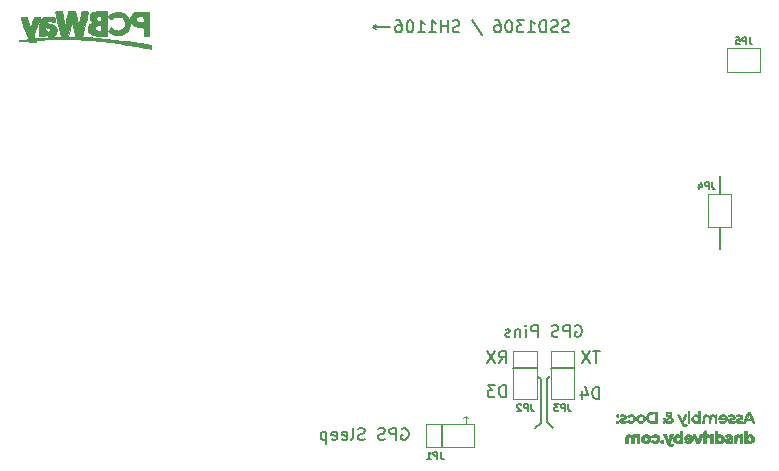
<source format=gbo>
G04 #@! TF.GenerationSoftware,KiCad,Pcbnew,6.0.2+dfsg-1*
G04 #@! TF.CreationDate,2023-06-15T00:09:13-07:00*
G04 #@! TF.ProjectId,DNS-DriveBy,444e532d-4472-4697-9665-42792e6b6963,rev?*
G04 #@! TF.SameCoordinates,Original*
G04 #@! TF.FileFunction,Legend,Bot*
G04 #@! TF.FilePolarity,Positive*
%FSLAX46Y46*%
G04 Gerber Fmt 4.6, Leading zero omitted, Abs format (unit mm)*
G04 Created by KiCad (PCBNEW 6.0.2+dfsg-1) date 2023-06-15 00:09:13*
%MOMM*%
%LPD*%
G01*
G04 APERTURE LIST*
%ADD10C,0.150000*%
%ADD11C,0.010000*%
%ADD12C,0.120000*%
G04 APERTURE END LIST*
D10*
X37855200Y-3563200D02*
X37605200Y-3763200D01*
X52830200Y-37738200D02*
X52367700Y-37250700D01*
X51830200Y-37263200D02*
X51830200Y-33588200D01*
X43455200Y-39363400D02*
X43455200Y-37363400D01*
X66955200Y-22538200D02*
X66955200Y-20738200D01*
X37605200Y-3763200D02*
X37855200Y-3563200D01*
X66955200Y-16363200D02*
X66955200Y-17863200D01*
X51355200Y-37738200D02*
X51830200Y-37263200D01*
X51830200Y-33588200D02*
X51555200Y-33363200D01*
X52367700Y-33575700D02*
X52630200Y-33338200D01*
X52367700Y-37250700D02*
X52367700Y-33575700D01*
X52650000Y-32600000D02*
X54650000Y-32600000D01*
X37605200Y-3763200D02*
X37855200Y-3963200D01*
X39055200Y-3763200D02*
X37605200Y-3763200D01*
X49500000Y-32600000D02*
X51500000Y-32600000D01*
X56738095Y-35252380D02*
X56738095Y-34252380D01*
X56500000Y-34252380D01*
X56357142Y-34300000D01*
X56261904Y-34395238D01*
X56214285Y-34490476D01*
X56166666Y-34680952D01*
X56166666Y-34823809D01*
X56214285Y-35014285D01*
X56261904Y-35109523D01*
X56357142Y-35204761D01*
X56500000Y-35252380D01*
X56738095Y-35252380D01*
X55309523Y-34585714D02*
X55309523Y-35252380D01*
X55547619Y-34204761D02*
X55785714Y-34919047D01*
X55166666Y-34919047D01*
X48266666Y-32202380D02*
X48600000Y-31726190D01*
X48838095Y-32202380D02*
X48838095Y-31202380D01*
X48457142Y-31202380D01*
X48361904Y-31250000D01*
X48314285Y-31297619D01*
X48266666Y-31392857D01*
X48266666Y-31535714D01*
X48314285Y-31630952D01*
X48361904Y-31678571D01*
X48457142Y-31726190D01*
X48838095Y-31726190D01*
X47933333Y-31202380D02*
X47266666Y-32202380D01*
X47266666Y-31202380D02*
X47933333Y-32202380D01*
X48838095Y-35102380D02*
X48838095Y-34102380D01*
X48600000Y-34102380D01*
X48457142Y-34150000D01*
X48361904Y-34245238D01*
X48314285Y-34340476D01*
X48266666Y-34530952D01*
X48266666Y-34673809D01*
X48314285Y-34864285D01*
X48361904Y-34959523D01*
X48457142Y-35054761D01*
X48600000Y-35102380D01*
X48838095Y-35102380D01*
X47933333Y-34102380D02*
X47314285Y-34102380D01*
X47647619Y-34483333D01*
X47504761Y-34483333D01*
X47409523Y-34530952D01*
X47361904Y-34578571D01*
X47314285Y-34673809D01*
X47314285Y-34911904D01*
X47361904Y-35007142D01*
X47409523Y-35054761D01*
X47504761Y-35102380D01*
X47790476Y-35102380D01*
X47885714Y-35054761D01*
X47933333Y-35007142D01*
X54212342Y-4167961D02*
X54069485Y-4215580D01*
X53831390Y-4215580D01*
X53736152Y-4167961D01*
X53688533Y-4120342D01*
X53640914Y-4025104D01*
X53640914Y-3929866D01*
X53688533Y-3834628D01*
X53736152Y-3787009D01*
X53831390Y-3739390D01*
X54021866Y-3691771D01*
X54117104Y-3644152D01*
X54164723Y-3596533D01*
X54212342Y-3501295D01*
X54212342Y-3406057D01*
X54164723Y-3310819D01*
X54117104Y-3263200D01*
X54021866Y-3215580D01*
X53783771Y-3215580D01*
X53640914Y-3263200D01*
X53259961Y-4167961D02*
X53117104Y-4215580D01*
X52879009Y-4215580D01*
X52783771Y-4167961D01*
X52736152Y-4120342D01*
X52688533Y-4025104D01*
X52688533Y-3929866D01*
X52736152Y-3834628D01*
X52783771Y-3787009D01*
X52879009Y-3739390D01*
X53069485Y-3691771D01*
X53164723Y-3644152D01*
X53212342Y-3596533D01*
X53259961Y-3501295D01*
X53259961Y-3406057D01*
X53212342Y-3310819D01*
X53164723Y-3263200D01*
X53069485Y-3215580D01*
X52831390Y-3215580D01*
X52688533Y-3263200D01*
X52259961Y-4215580D02*
X52259961Y-3215580D01*
X52021866Y-3215580D01*
X51879009Y-3263200D01*
X51783771Y-3358438D01*
X51736152Y-3453676D01*
X51688533Y-3644152D01*
X51688533Y-3787009D01*
X51736152Y-3977485D01*
X51783771Y-4072723D01*
X51879009Y-4167961D01*
X52021866Y-4215580D01*
X52259961Y-4215580D01*
X50736152Y-4215580D02*
X51307580Y-4215580D01*
X51021866Y-4215580D02*
X51021866Y-3215580D01*
X51117104Y-3358438D01*
X51212342Y-3453676D01*
X51307580Y-3501295D01*
X50402819Y-3215580D02*
X49783771Y-3215580D01*
X50117104Y-3596533D01*
X49974247Y-3596533D01*
X49879009Y-3644152D01*
X49831390Y-3691771D01*
X49783771Y-3787009D01*
X49783771Y-4025104D01*
X49831390Y-4120342D01*
X49879009Y-4167961D01*
X49974247Y-4215580D01*
X50259961Y-4215580D01*
X50355200Y-4167961D01*
X50402819Y-4120342D01*
X49164723Y-3215580D02*
X49069485Y-3215580D01*
X48974247Y-3263200D01*
X48926628Y-3310819D01*
X48879009Y-3406057D01*
X48831390Y-3596533D01*
X48831390Y-3834628D01*
X48879009Y-4025104D01*
X48926628Y-4120342D01*
X48974247Y-4167961D01*
X49069485Y-4215580D01*
X49164723Y-4215580D01*
X49259961Y-4167961D01*
X49307580Y-4120342D01*
X49355200Y-4025104D01*
X49402819Y-3834628D01*
X49402819Y-3596533D01*
X49355200Y-3406057D01*
X49307580Y-3310819D01*
X49259961Y-3263200D01*
X49164723Y-3215580D01*
X47974247Y-3215580D02*
X48164723Y-3215580D01*
X48259961Y-3263200D01*
X48307580Y-3310819D01*
X48402819Y-3453676D01*
X48450438Y-3644152D01*
X48450438Y-4025104D01*
X48402819Y-4120342D01*
X48355200Y-4167961D01*
X48259961Y-4215580D01*
X48069485Y-4215580D01*
X47974247Y-4167961D01*
X47926628Y-4120342D01*
X47879009Y-4025104D01*
X47879009Y-3787009D01*
X47926628Y-3691771D01*
X47974247Y-3644152D01*
X48069485Y-3596533D01*
X48259961Y-3596533D01*
X48355200Y-3644152D01*
X48402819Y-3691771D01*
X48450438Y-3787009D01*
X45974247Y-3167961D02*
X46831390Y-4453676D01*
X44926628Y-4167961D02*
X44783771Y-4215580D01*
X44545676Y-4215580D01*
X44450438Y-4167961D01*
X44402819Y-4120342D01*
X44355200Y-4025104D01*
X44355200Y-3929866D01*
X44402819Y-3834628D01*
X44450438Y-3787009D01*
X44545676Y-3739390D01*
X44736152Y-3691771D01*
X44831390Y-3644152D01*
X44879009Y-3596533D01*
X44926628Y-3501295D01*
X44926628Y-3406057D01*
X44879009Y-3310819D01*
X44831390Y-3263200D01*
X44736152Y-3215580D01*
X44498057Y-3215580D01*
X44355200Y-3263200D01*
X43926628Y-4215580D02*
X43926628Y-3215580D01*
X43926628Y-3691771D02*
X43355200Y-3691771D01*
X43355200Y-4215580D02*
X43355200Y-3215580D01*
X42355200Y-4215580D02*
X42926628Y-4215580D01*
X42640914Y-4215580D02*
X42640914Y-3215580D01*
X42736152Y-3358438D01*
X42831390Y-3453676D01*
X42926628Y-3501295D01*
X41402819Y-4215580D02*
X41974247Y-4215580D01*
X41688533Y-4215580D02*
X41688533Y-3215580D01*
X41783771Y-3358438D01*
X41879009Y-3453676D01*
X41974247Y-3501295D01*
X40783771Y-3215580D02*
X40688533Y-3215580D01*
X40593295Y-3263200D01*
X40545676Y-3310819D01*
X40498057Y-3406057D01*
X40450438Y-3596533D01*
X40450438Y-3834628D01*
X40498057Y-4025104D01*
X40545676Y-4120342D01*
X40593295Y-4167961D01*
X40688533Y-4215580D01*
X40783771Y-4215580D01*
X40879009Y-4167961D01*
X40926628Y-4120342D01*
X40974247Y-4025104D01*
X41021866Y-3834628D01*
X41021866Y-3596533D01*
X40974247Y-3406057D01*
X40926628Y-3310819D01*
X40879009Y-3263200D01*
X40783771Y-3215580D01*
X39593295Y-3215580D02*
X39783771Y-3215580D01*
X39879009Y-3263200D01*
X39926628Y-3310819D01*
X40021866Y-3453676D01*
X40069485Y-3644152D01*
X40069485Y-4025104D01*
X40021866Y-4120342D01*
X39974247Y-4167961D01*
X39879009Y-4215580D01*
X39688533Y-4215580D01*
X39593295Y-4167961D01*
X39545676Y-4120342D01*
X39498057Y-4025104D01*
X39498057Y-3787009D01*
X39545676Y-3691771D01*
X39593295Y-3644152D01*
X39688533Y-3596533D01*
X39879009Y-3596533D01*
X39974247Y-3644152D01*
X40021866Y-3691771D01*
X40069485Y-3787009D01*
X56811904Y-31202380D02*
X56240476Y-31202380D01*
X56526190Y-32202380D02*
X56526190Y-31202380D01*
X56002380Y-31202380D02*
X55335714Y-32202380D01*
X55335714Y-31202380D02*
X56002380Y-32202380D01*
X54740476Y-29050000D02*
X54835714Y-29002380D01*
X54978571Y-29002380D01*
X55121428Y-29050000D01*
X55216666Y-29145238D01*
X55264285Y-29240476D01*
X55311904Y-29430952D01*
X55311904Y-29573809D01*
X55264285Y-29764285D01*
X55216666Y-29859523D01*
X55121428Y-29954761D01*
X54978571Y-30002380D01*
X54883333Y-30002380D01*
X54740476Y-29954761D01*
X54692857Y-29907142D01*
X54692857Y-29573809D01*
X54883333Y-29573809D01*
X54264285Y-30002380D02*
X54264285Y-29002380D01*
X53883333Y-29002380D01*
X53788095Y-29050000D01*
X53740476Y-29097619D01*
X53692857Y-29192857D01*
X53692857Y-29335714D01*
X53740476Y-29430952D01*
X53788095Y-29478571D01*
X53883333Y-29526190D01*
X54264285Y-29526190D01*
X53311904Y-29954761D02*
X53169047Y-30002380D01*
X52930952Y-30002380D01*
X52835714Y-29954761D01*
X52788095Y-29907142D01*
X52740476Y-29811904D01*
X52740476Y-29716666D01*
X52788095Y-29621428D01*
X52835714Y-29573809D01*
X52930952Y-29526190D01*
X53121428Y-29478571D01*
X53216666Y-29430952D01*
X53264285Y-29383333D01*
X53311904Y-29288095D01*
X53311904Y-29192857D01*
X53264285Y-29097619D01*
X53216666Y-29050000D01*
X53121428Y-29002380D01*
X52883333Y-29002380D01*
X52740476Y-29050000D01*
X51550000Y-30002380D02*
X51550000Y-29002380D01*
X51169047Y-29002380D01*
X51073809Y-29050000D01*
X51026190Y-29097619D01*
X50978571Y-29192857D01*
X50978571Y-29335714D01*
X51026190Y-29430952D01*
X51073809Y-29478571D01*
X51169047Y-29526190D01*
X51550000Y-29526190D01*
X50549999Y-30002380D02*
X50549999Y-29335714D01*
X50549999Y-29002380D02*
X50597619Y-29050000D01*
X50549999Y-29097619D01*
X50502380Y-29050000D01*
X50549999Y-29002380D01*
X50549999Y-29097619D01*
X50073809Y-29335714D02*
X50073809Y-30002380D01*
X50073809Y-29430952D02*
X50026190Y-29383333D01*
X49930952Y-29335714D01*
X49788095Y-29335714D01*
X49692857Y-29383333D01*
X49645238Y-29478571D01*
X49645238Y-30002380D01*
X49216666Y-29954761D02*
X49121428Y-30002380D01*
X48930952Y-30002380D01*
X48835714Y-29954761D01*
X48788095Y-29859523D01*
X48788095Y-29811904D01*
X48835714Y-29716666D01*
X48930952Y-29669047D01*
X49073809Y-29669047D01*
X49169047Y-29621428D01*
X49216666Y-29526190D01*
X49216666Y-29478571D01*
X49169047Y-29383333D01*
X49073809Y-29335714D01*
X48930952Y-29335714D01*
X48835714Y-29383333D01*
X51005200Y-35684628D02*
X51005200Y-36113200D01*
X51033771Y-36198914D01*
X51090914Y-36256057D01*
X51176628Y-36284628D01*
X51233771Y-36284628D01*
X50719485Y-36284628D02*
X50719485Y-35684628D01*
X50490914Y-35684628D01*
X50433771Y-35713200D01*
X50405200Y-35741771D01*
X50376628Y-35798914D01*
X50376628Y-35884628D01*
X50405200Y-35941771D01*
X50433771Y-35970342D01*
X50490914Y-35998914D01*
X50719485Y-35998914D01*
X50148057Y-35741771D02*
X50119485Y-35713200D01*
X50062342Y-35684628D01*
X49919485Y-35684628D01*
X49862342Y-35713200D01*
X49833771Y-35741771D01*
X49805200Y-35798914D01*
X49805200Y-35856057D01*
X49833771Y-35941771D01*
X50176628Y-36284628D01*
X49805200Y-36284628D01*
X66355200Y-16884628D02*
X66355200Y-17313200D01*
X66383771Y-17398914D01*
X66440914Y-17456057D01*
X66526628Y-17484628D01*
X66583771Y-17484628D01*
X66069485Y-17484628D02*
X66069485Y-16884628D01*
X65840914Y-16884628D01*
X65783771Y-16913200D01*
X65755200Y-16941771D01*
X65726628Y-16998914D01*
X65726628Y-17084628D01*
X65755200Y-17141771D01*
X65783771Y-17170342D01*
X65840914Y-17198914D01*
X66069485Y-17198914D01*
X65212342Y-17084628D02*
X65212342Y-17484628D01*
X65355200Y-16856057D02*
X65498057Y-17284628D01*
X65126628Y-17284628D01*
X43355200Y-39734628D02*
X43355200Y-40163200D01*
X43383771Y-40248914D01*
X43440914Y-40306057D01*
X43526628Y-40334628D01*
X43583771Y-40334628D01*
X43069485Y-40334628D02*
X43069485Y-39734628D01*
X42840914Y-39734628D01*
X42783771Y-39763200D01*
X42755200Y-39791771D01*
X42726628Y-39848914D01*
X42726628Y-39934628D01*
X42755200Y-39991771D01*
X42783771Y-40020342D01*
X42840914Y-40048914D01*
X43069485Y-40048914D01*
X42155200Y-40334628D02*
X42498057Y-40334628D01*
X42326628Y-40334628D02*
X42326628Y-39734628D01*
X42383771Y-39820342D01*
X42440914Y-39877485D01*
X42498057Y-39906057D01*
X40048057Y-37763200D02*
X40143295Y-37715580D01*
X40286152Y-37715580D01*
X40429009Y-37763200D01*
X40524247Y-37858438D01*
X40571866Y-37953676D01*
X40619485Y-38144152D01*
X40619485Y-38287009D01*
X40571866Y-38477485D01*
X40524247Y-38572723D01*
X40429009Y-38667961D01*
X40286152Y-38715580D01*
X40190914Y-38715580D01*
X40048057Y-38667961D01*
X40000438Y-38620342D01*
X40000438Y-38287009D01*
X40190914Y-38287009D01*
X39571866Y-38715580D02*
X39571866Y-37715580D01*
X39190914Y-37715580D01*
X39095676Y-37763200D01*
X39048057Y-37810819D01*
X39000438Y-37906057D01*
X39000438Y-38048914D01*
X39048057Y-38144152D01*
X39095676Y-38191771D01*
X39190914Y-38239390D01*
X39571866Y-38239390D01*
X38619485Y-38667961D02*
X38476628Y-38715580D01*
X38238533Y-38715580D01*
X38143295Y-38667961D01*
X38095676Y-38620342D01*
X38048057Y-38525104D01*
X38048057Y-38429866D01*
X38095676Y-38334628D01*
X38143295Y-38287009D01*
X38238533Y-38239390D01*
X38429009Y-38191771D01*
X38524247Y-38144152D01*
X38571866Y-38096533D01*
X38619485Y-38001295D01*
X38619485Y-37906057D01*
X38571866Y-37810819D01*
X38524247Y-37763200D01*
X38429009Y-37715580D01*
X38190914Y-37715580D01*
X38048057Y-37763200D01*
X36905200Y-38667961D02*
X36762342Y-38715580D01*
X36524247Y-38715580D01*
X36429009Y-38667961D01*
X36381390Y-38620342D01*
X36333771Y-38525104D01*
X36333771Y-38429866D01*
X36381390Y-38334628D01*
X36429009Y-38287009D01*
X36524247Y-38239390D01*
X36714723Y-38191771D01*
X36809961Y-38144152D01*
X36857580Y-38096533D01*
X36905200Y-38001295D01*
X36905200Y-37906057D01*
X36857580Y-37810819D01*
X36809961Y-37763200D01*
X36714723Y-37715580D01*
X36476628Y-37715580D01*
X36333771Y-37763200D01*
X35762342Y-38715580D02*
X35857580Y-38667961D01*
X35905200Y-38572723D01*
X35905200Y-37715580D01*
X35000438Y-38667961D02*
X35095676Y-38715580D01*
X35286152Y-38715580D01*
X35381390Y-38667961D01*
X35429009Y-38572723D01*
X35429009Y-38191771D01*
X35381390Y-38096533D01*
X35286152Y-38048914D01*
X35095676Y-38048914D01*
X35000438Y-38096533D01*
X34952819Y-38191771D01*
X34952819Y-38287009D01*
X35429009Y-38382247D01*
X34143295Y-38667961D02*
X34238533Y-38715580D01*
X34429009Y-38715580D01*
X34524247Y-38667961D01*
X34571866Y-38572723D01*
X34571866Y-38191771D01*
X34524247Y-38096533D01*
X34429009Y-38048914D01*
X34238533Y-38048914D01*
X34143295Y-38096533D01*
X34095676Y-38191771D01*
X34095676Y-38287009D01*
X34571866Y-38382247D01*
X33667104Y-38048914D02*
X33667104Y-39048914D01*
X33667104Y-38096533D02*
X33571866Y-38048914D01*
X33381390Y-38048914D01*
X33286152Y-38096533D01*
X33238533Y-38144152D01*
X33190914Y-38239390D01*
X33190914Y-38525104D01*
X33238533Y-38620342D01*
X33286152Y-38667961D01*
X33381390Y-38715580D01*
X33571866Y-38715580D01*
X33667104Y-38667961D01*
X54155200Y-35684628D02*
X54155200Y-36113200D01*
X54183771Y-36198914D01*
X54240914Y-36256057D01*
X54326628Y-36284628D01*
X54383771Y-36284628D01*
X53869485Y-36284628D02*
X53869485Y-35684628D01*
X53640914Y-35684628D01*
X53583771Y-35713200D01*
X53555200Y-35741771D01*
X53526628Y-35798914D01*
X53526628Y-35884628D01*
X53555200Y-35941771D01*
X53583771Y-35970342D01*
X53640914Y-35998914D01*
X53869485Y-35998914D01*
X53326628Y-35684628D02*
X52955200Y-35684628D01*
X53155200Y-35913200D01*
X53069485Y-35913200D01*
X53012342Y-35941771D01*
X52983771Y-35970342D01*
X52955200Y-36027485D01*
X52955200Y-36170342D01*
X52983771Y-36227485D01*
X53012342Y-36256057D01*
X53069485Y-36284628D01*
X53240914Y-36284628D01*
X53298057Y-36256057D01*
X53326628Y-36227485D01*
X69505200Y-4634628D02*
X69505200Y-5063200D01*
X69533771Y-5148914D01*
X69590914Y-5206057D01*
X69676628Y-5234628D01*
X69733771Y-5234628D01*
X69219485Y-5234628D02*
X69219485Y-4634628D01*
X68990914Y-4634628D01*
X68933771Y-4663200D01*
X68905200Y-4691771D01*
X68876628Y-4748914D01*
X68876628Y-4834628D01*
X68905200Y-4891771D01*
X68933771Y-4920342D01*
X68990914Y-4948914D01*
X69219485Y-4948914D01*
X68333771Y-4634628D02*
X68619485Y-4634628D01*
X68648057Y-4920342D01*
X68619485Y-4891771D01*
X68562342Y-4863200D01*
X68419485Y-4863200D01*
X68362342Y-4891771D01*
X68333771Y-4920342D01*
X68305200Y-4977485D01*
X68305200Y-5120342D01*
X68333771Y-5177485D01*
X68362342Y-5206057D01*
X68419485Y-5234628D01*
X68562342Y-5234628D01*
X68619485Y-5206057D01*
X68648057Y-5177485D01*
D11*
X8160044Y-2932311D02*
X8230594Y-2936627D01*
X8230594Y-2936627D02*
X8273581Y-2943738D01*
X8273581Y-2943738D02*
X8278858Y-2946086D01*
X8278858Y-2946086D02*
X8292418Y-2970268D01*
X8292418Y-2970268D02*
X8315951Y-3028653D01*
X8315951Y-3028653D02*
X8347185Y-3114921D01*
X8347185Y-3114921D02*
X8383851Y-3222749D01*
X8383851Y-3222749D02*
X8423678Y-3345816D01*
X8423678Y-3345816D02*
X8432664Y-3374387D01*
X8432664Y-3374387D02*
X8472025Y-3500191D01*
X8472025Y-3500191D02*
X8507197Y-3612582D01*
X8507197Y-3612582D02*
X8536179Y-3705168D01*
X8536179Y-3705168D02*
X8556968Y-3771554D01*
X8556968Y-3771554D02*
X8567563Y-3805346D01*
X8567563Y-3805346D02*
X8568330Y-3807779D01*
X8568330Y-3807779D02*
X8571727Y-3812582D01*
X8571727Y-3812582D02*
X8577591Y-3807170D01*
X8577591Y-3807170D02*
X8587521Y-3787382D01*
X8587521Y-3787382D02*
X8603121Y-3749059D01*
X8603121Y-3749059D02*
X8625990Y-3688039D01*
X8625990Y-3688039D02*
X8657732Y-3600161D01*
X8657732Y-3600161D02*
X8699948Y-3481267D01*
X8699948Y-3481267D02*
X8754238Y-3327194D01*
X8754238Y-3327194D02*
X8763759Y-3300120D01*
X8763759Y-3300120D02*
X8804516Y-3187204D01*
X8804516Y-3187204D02*
X8842209Y-3088331D01*
X8842209Y-3088331D02*
X8874028Y-3010446D01*
X8874028Y-3010446D02*
X8897167Y-2960491D01*
X8897167Y-2960491D02*
X8907142Y-2945529D01*
X8907142Y-2945529D02*
X8937200Y-2939523D01*
X8937200Y-2939523D02*
X8999789Y-2935572D01*
X8999789Y-2935572D02*
X9085137Y-2934080D01*
X9085137Y-2934080D02*
X9164037Y-2934945D01*
X9164037Y-2934945D02*
X9267292Y-2938093D01*
X9267292Y-2938093D02*
X9335565Y-2942748D01*
X9335565Y-2942748D02*
X9376205Y-2950217D01*
X9376205Y-2950217D02*
X9396561Y-2961805D01*
X9396561Y-2961805D02*
X9403754Y-2977537D01*
X9403754Y-2977537D02*
X9398136Y-3005414D01*
X9398136Y-3005414D02*
X9378972Y-3068051D01*
X9378972Y-3068051D02*
X9347922Y-3160700D01*
X9347922Y-3160700D02*
X9306645Y-3278615D01*
X9306645Y-3278615D02*
X9256799Y-3417046D01*
X9256799Y-3417046D02*
X9200045Y-3571245D01*
X9200045Y-3571245D02*
X9144716Y-3718827D01*
X9144716Y-3718827D02*
X9083000Y-3882968D01*
X9083000Y-3882968D02*
X9026345Y-4035383D01*
X9026345Y-4035383D02*
X8976455Y-4171355D01*
X8976455Y-4171355D02*
X8935034Y-4286166D01*
X8935034Y-4286166D02*
X8903785Y-4375099D01*
X8903785Y-4375099D02*
X8884413Y-4433435D01*
X8884413Y-4433435D02*
X8878540Y-4455856D01*
X8878540Y-4455856D02*
X8886245Y-4491895D01*
X8886245Y-4491895D02*
X8906295Y-4552599D01*
X8906295Y-4552599D02*
X8930064Y-4614149D01*
X8930064Y-4614149D02*
X8959470Y-4682099D01*
X8959470Y-4682099D02*
X8982575Y-4719227D01*
X8982575Y-4719227D02*
X9008138Y-4734272D01*
X9008138Y-4734272D02*
X9044916Y-4735977D01*
X9044916Y-4735977D02*
X9051772Y-4735632D01*
X9051772Y-4735632D02*
X9095097Y-4732648D01*
X9095097Y-4732648D02*
X9172389Y-4726702D01*
X9172389Y-4726702D02*
X9275434Y-4718452D01*
X9275434Y-4718452D02*
X9396020Y-4708554D01*
X9396020Y-4708554D02*
X9513540Y-4698714D01*
X9513540Y-4698714D02*
X9667230Y-4686431D01*
X9667230Y-4686431D02*
X9847104Y-4673186D01*
X9847104Y-4673186D02*
X10037063Y-4660097D01*
X10037063Y-4660097D02*
X10221010Y-4648280D01*
X10221010Y-4648280D02*
X10349624Y-4640685D01*
X10349624Y-4640685D02*
X10491571Y-4634295D01*
X10491571Y-4634295D02*
X10668973Y-4628847D01*
X10668973Y-4628847D02*
X10876078Y-4624340D01*
X10876078Y-4624340D02*
X11107134Y-4620774D01*
X11107134Y-4620774D02*
X11356391Y-4618151D01*
X11356391Y-4618151D02*
X11618097Y-4616471D01*
X11618097Y-4616471D02*
X11886501Y-4615734D01*
X11886501Y-4615734D02*
X12155852Y-4615940D01*
X12155852Y-4615940D02*
X12420398Y-4617090D01*
X12420398Y-4617090D02*
X12674388Y-4619185D01*
X12674388Y-4619185D02*
X12912071Y-4622224D01*
X12912071Y-4622224D02*
X13127696Y-4626208D01*
X13127696Y-4626208D02*
X13315512Y-4631137D01*
X13315512Y-4631137D02*
X13469767Y-4637012D01*
X13469767Y-4637012D02*
X13535207Y-4640465D01*
X13535207Y-4640465D02*
X14267382Y-4690895D01*
X14267382Y-4690895D02*
X15014322Y-4754888D01*
X15014322Y-4754888D02*
X15758212Y-4830749D01*
X15758212Y-4830749D02*
X16481236Y-4916786D01*
X16481236Y-4916786D02*
X16593790Y-4931382D01*
X16593790Y-4931382D02*
X16788167Y-4957616D01*
X16788167Y-4957616D02*
X16993616Y-4986655D01*
X16993616Y-4986655D02*
X17205916Y-5017797D01*
X17205916Y-5017797D02*
X17420845Y-5050343D01*
X17420845Y-5050343D02*
X17634183Y-5083590D01*
X17634183Y-5083590D02*
X17841708Y-5116836D01*
X17841708Y-5116836D02*
X18039200Y-5149382D01*
X18039200Y-5149382D02*
X18222438Y-5180525D01*
X18222438Y-5180525D02*
X18387200Y-5209564D01*
X18387200Y-5209564D02*
X18529266Y-5235798D01*
X18529266Y-5235798D02*
X18644415Y-5258526D01*
X18644415Y-5258526D02*
X18728425Y-5277046D01*
X18728425Y-5277046D02*
X18777076Y-5290657D01*
X18777076Y-5290657D02*
X18787240Y-5295805D01*
X18787240Y-5295805D02*
X18799485Y-5324832D01*
X18799485Y-5324832D02*
X18814805Y-5381284D01*
X18814805Y-5381284D02*
X18830069Y-5450706D01*
X18830069Y-5450706D02*
X18842148Y-5518648D01*
X18842148Y-5518648D02*
X18847913Y-5570657D01*
X18847913Y-5570657D02*
X18848040Y-5576578D01*
X18848040Y-5576578D02*
X18848800Y-5590788D01*
X18848800Y-5590788D02*
X18847959Y-5601528D01*
X18847959Y-5601528D02*
X18840836Y-5608316D01*
X18840836Y-5608316D02*
X18822748Y-5610667D01*
X18822748Y-5610667D02*
X18789015Y-5608100D01*
X18789015Y-5608100D02*
X18734954Y-5600131D01*
X18734954Y-5600131D02*
X18655883Y-5586277D01*
X18655883Y-5586277D02*
X18547122Y-5566055D01*
X18547122Y-5566055D02*
X18403988Y-5538981D01*
X18403988Y-5538981D02*
X18308290Y-5520876D01*
X18308290Y-5520876D02*
X17568087Y-5386974D01*
X17568087Y-5386974D02*
X16821648Y-5263427D01*
X16821648Y-5263427D02*
X16079192Y-5151740D01*
X16079192Y-5151740D02*
X15350935Y-5053419D01*
X15350935Y-5053419D02*
X14647097Y-4969970D01*
X14647097Y-4969970D02*
X14371290Y-4940745D01*
X14371290Y-4940745D02*
X13946237Y-4900718D01*
X13946237Y-4900718D02*
X13507550Y-4865770D01*
X13507550Y-4865770D02*
X13061988Y-4836168D01*
X13061988Y-4836168D02*
X12616313Y-4812186D01*
X12616313Y-4812186D02*
X12177283Y-4794092D01*
X12177283Y-4794092D02*
X11751661Y-4782158D01*
X11751661Y-4782158D02*
X11346206Y-4776654D01*
X11346206Y-4776654D02*
X10967679Y-4777851D01*
X10967679Y-4777851D02*
X10622839Y-4786020D01*
X10622839Y-4786020D02*
X10563198Y-4788320D01*
X10563198Y-4788320D02*
X10387422Y-4796063D01*
X10387422Y-4796063D02*
X10204484Y-4805042D01*
X10204484Y-4805042D02*
X10019325Y-4814930D01*
X10019325Y-4814930D02*
X9836889Y-4825402D01*
X9836889Y-4825402D02*
X9662118Y-4836134D01*
X9662118Y-4836134D02*
X9499955Y-4846801D01*
X9499955Y-4846801D02*
X9355342Y-4857076D01*
X9355342Y-4857076D02*
X9233224Y-4866635D01*
X9233224Y-4866635D02*
X9138541Y-4875153D01*
X9138541Y-4875153D02*
X9076238Y-4882305D01*
X9076238Y-4882305D02*
X9051257Y-4887765D01*
X9051257Y-4887765D02*
X9051238Y-4887783D01*
X9051238Y-4887783D02*
X9052340Y-4911315D01*
X9052340Y-4911315D02*
X9067056Y-4956778D01*
X9067056Y-4956778D02*
X9069569Y-4962979D01*
X9069569Y-4962979D02*
X9082512Y-5002579D01*
X9082512Y-5002579D02*
X9079778Y-5030697D01*
X9079778Y-5030697D02*
X9056172Y-5049274D01*
X9056172Y-5049274D02*
X9006498Y-5060251D01*
X9006498Y-5060251D02*
X8925560Y-5065572D01*
X8925560Y-5065572D02*
X8808162Y-5067176D01*
X8808162Y-5067176D02*
X8790652Y-5067212D01*
X8790652Y-5067212D02*
X8544015Y-5067537D01*
X8544015Y-5067537D02*
X8521879Y-5004037D01*
X8521879Y-5004037D02*
X8513548Y-4980096D01*
X8513548Y-4980096D02*
X8503815Y-4962458D01*
X8503815Y-4962458D02*
X8487105Y-4950754D01*
X8487105Y-4950754D02*
X8457844Y-4944616D01*
X8457844Y-4944616D02*
X8410459Y-4943677D01*
X8410459Y-4943677D02*
X8339374Y-4947567D01*
X8339374Y-4947567D02*
X8239017Y-4955920D01*
X8239017Y-4955920D02*
X8103813Y-4968367D01*
X8103813Y-4968367D02*
X8053040Y-4973084D01*
X8053040Y-4973084D02*
X7901509Y-4986162D01*
X7901509Y-4986162D02*
X7787251Y-4993411D01*
X7787251Y-4993411D02*
X7705582Y-4994610D01*
X7705582Y-4994610D02*
X7651814Y-4989537D01*
X7651814Y-4989537D02*
X7621262Y-4977973D01*
X7621262Y-4977973D02*
X7609240Y-4959697D01*
X7609240Y-4959697D02*
X7608540Y-4952143D01*
X7608540Y-4952143D02*
X7610427Y-4939470D01*
X7610427Y-4939470D02*
X7618898Y-4928448D01*
X7618898Y-4928448D02*
X7638174Y-4918260D01*
X7638174Y-4918260D02*
X7672472Y-4908084D01*
X7672472Y-4908084D02*
X7726011Y-4897102D01*
X7726011Y-4897102D02*
X7803009Y-4884493D01*
X7803009Y-4884493D02*
X7907687Y-4869439D01*
X7907687Y-4869439D02*
X8044261Y-4851121D01*
X8044261Y-4851121D02*
X8216951Y-4828717D01*
X8216951Y-4828717D02*
X8296457Y-4818509D01*
X8296457Y-4818509D02*
X8366546Y-4808200D01*
X8366546Y-4808200D02*
X8403703Y-4796801D01*
X8403703Y-4796801D02*
X8417129Y-4779135D01*
X8417129Y-4779135D02*
X8416188Y-4751147D01*
X8416188Y-4751147D02*
X8407184Y-4719079D01*
X8407184Y-4719079D02*
X8385163Y-4652685D01*
X8385163Y-4652685D02*
X8352002Y-4557266D01*
X8352002Y-4557266D02*
X8309576Y-4438125D01*
X8309576Y-4438125D02*
X8259762Y-4300561D01*
X8259762Y-4300561D02*
X8204437Y-4149877D01*
X8204437Y-4149877D02*
X8180309Y-4084760D01*
X8180309Y-4084760D02*
X8091842Y-3846607D01*
X8091842Y-3846607D02*
X8017069Y-3645023D01*
X8017069Y-3645023D02*
X7954948Y-3476891D01*
X7954948Y-3476891D02*
X7904434Y-3339095D01*
X7904434Y-3339095D02*
X7864485Y-3228518D01*
X7864485Y-3228518D02*
X7834057Y-3142044D01*
X7834057Y-3142044D02*
X7812107Y-3076556D01*
X7812107Y-3076556D02*
X7797592Y-3028938D01*
X7797592Y-3028938D02*
X7789468Y-2996074D01*
X7789468Y-2996074D02*
X7786692Y-2974846D01*
X7786692Y-2974846D02*
X7788222Y-2962139D01*
X7788222Y-2962139D02*
X7793012Y-2954835D01*
X7793012Y-2954835D02*
X7800022Y-2949819D01*
X7800022Y-2949819D02*
X7800313Y-2949635D01*
X7800313Y-2949635D02*
X7834479Y-2941270D01*
X7834479Y-2941270D02*
X7899149Y-2935269D01*
X7899149Y-2935269D02*
X7982708Y-2931718D01*
X7982708Y-2931718D02*
X8073544Y-2930703D01*
X8073544Y-2930703D02*
X8160044Y-2932311D01*
X8160044Y-2932311D02*
X8160044Y-2932311D01*
G36*
X8160044Y-2932311D02*
G01*
X8230594Y-2936627D01*
X8273581Y-2943738D01*
X8278858Y-2946086D01*
X8292418Y-2970268D01*
X8315951Y-3028653D01*
X8347185Y-3114921D01*
X8383851Y-3222749D01*
X8423678Y-3345816D01*
X8432664Y-3374387D01*
X8472025Y-3500191D01*
X8507197Y-3612582D01*
X8536179Y-3705168D01*
X8556968Y-3771554D01*
X8567563Y-3805346D01*
X8568330Y-3807779D01*
X8571727Y-3812582D01*
X8577591Y-3807170D01*
X8587521Y-3787382D01*
X8603121Y-3749059D01*
X8625990Y-3688039D01*
X8657732Y-3600161D01*
X8699948Y-3481267D01*
X8754238Y-3327194D01*
X8763759Y-3300120D01*
X8804516Y-3187204D01*
X8842209Y-3088331D01*
X8874028Y-3010446D01*
X8897167Y-2960491D01*
X8907142Y-2945529D01*
X8937200Y-2939523D01*
X8999789Y-2935572D01*
X9085137Y-2934080D01*
X9164037Y-2934945D01*
X9267292Y-2938093D01*
X9335565Y-2942748D01*
X9376205Y-2950217D01*
X9396561Y-2961805D01*
X9403754Y-2977537D01*
X9398136Y-3005414D01*
X9378972Y-3068051D01*
X9347922Y-3160700D01*
X9306645Y-3278615D01*
X9256799Y-3417046D01*
X9200045Y-3571245D01*
X9144716Y-3718827D01*
X9083000Y-3882968D01*
X9026345Y-4035383D01*
X8976455Y-4171355D01*
X8935034Y-4286166D01*
X8903785Y-4375099D01*
X8884413Y-4433435D01*
X8878540Y-4455856D01*
X8886245Y-4491895D01*
X8906295Y-4552599D01*
X8930064Y-4614149D01*
X8959470Y-4682099D01*
X8982575Y-4719227D01*
X9008138Y-4734272D01*
X9044916Y-4735977D01*
X9051772Y-4735632D01*
X9095097Y-4732648D01*
X9172389Y-4726702D01*
X9275434Y-4718452D01*
X9396020Y-4708554D01*
X9513540Y-4698714D01*
X9667230Y-4686431D01*
X9847104Y-4673186D01*
X10037063Y-4660097D01*
X10221010Y-4648280D01*
X10349624Y-4640685D01*
X10491571Y-4634295D01*
X10668973Y-4628847D01*
X10876078Y-4624340D01*
X11107134Y-4620774D01*
X11356391Y-4618151D01*
X11618097Y-4616471D01*
X11886501Y-4615734D01*
X12155852Y-4615940D01*
X12420398Y-4617090D01*
X12674388Y-4619185D01*
X12912071Y-4622224D01*
X13127696Y-4626208D01*
X13315512Y-4631137D01*
X13469767Y-4637012D01*
X13535207Y-4640465D01*
X14267382Y-4690895D01*
X15014322Y-4754888D01*
X15758212Y-4830749D01*
X16481236Y-4916786D01*
X16593790Y-4931382D01*
X16788167Y-4957616D01*
X16993616Y-4986655D01*
X17205916Y-5017797D01*
X17420845Y-5050343D01*
X17634183Y-5083590D01*
X17841708Y-5116836D01*
X18039200Y-5149382D01*
X18222438Y-5180525D01*
X18387200Y-5209564D01*
X18529266Y-5235798D01*
X18644415Y-5258526D01*
X18728425Y-5277046D01*
X18777076Y-5290657D01*
X18787240Y-5295805D01*
X18799485Y-5324832D01*
X18814805Y-5381284D01*
X18830069Y-5450706D01*
X18842148Y-5518648D01*
X18847913Y-5570657D01*
X18848040Y-5576578D01*
X18848800Y-5590788D01*
X18847959Y-5601528D01*
X18840836Y-5608316D01*
X18822748Y-5610667D01*
X18789015Y-5608100D01*
X18734954Y-5600131D01*
X18655883Y-5586277D01*
X18547122Y-5566055D01*
X18403988Y-5538981D01*
X18308290Y-5520876D01*
X17568087Y-5386974D01*
X16821648Y-5263427D01*
X16079192Y-5151740D01*
X15350935Y-5053419D01*
X14647097Y-4969970D01*
X14371290Y-4940745D01*
X13946237Y-4900718D01*
X13507550Y-4865770D01*
X13061988Y-4836168D01*
X12616313Y-4812186D01*
X12177283Y-4794092D01*
X11751661Y-4782158D01*
X11346206Y-4776654D01*
X10967679Y-4777851D01*
X10622839Y-4786020D01*
X10563198Y-4788320D01*
X10387422Y-4796063D01*
X10204484Y-4805042D01*
X10019325Y-4814930D01*
X9836889Y-4825402D01*
X9662118Y-4836134D01*
X9499955Y-4846801D01*
X9355342Y-4857076D01*
X9233224Y-4866635D01*
X9138541Y-4875153D01*
X9076238Y-4882305D01*
X9051257Y-4887765D01*
X9051238Y-4887783D01*
X9052340Y-4911315D01*
X9067056Y-4956778D01*
X9069569Y-4962979D01*
X9082512Y-5002579D01*
X9079778Y-5030697D01*
X9056172Y-5049274D01*
X9006498Y-5060251D01*
X8925560Y-5065572D01*
X8808162Y-5067176D01*
X8790652Y-5067212D01*
X8544015Y-5067537D01*
X8521879Y-5004037D01*
X8513548Y-4980096D01*
X8503815Y-4962458D01*
X8487105Y-4950754D01*
X8457844Y-4944616D01*
X8410459Y-4943677D01*
X8339374Y-4947567D01*
X8239017Y-4955920D01*
X8103813Y-4968367D01*
X8053040Y-4973084D01*
X7901509Y-4986162D01*
X7787251Y-4993411D01*
X7705582Y-4994610D01*
X7651814Y-4989537D01*
X7621262Y-4977973D01*
X7609240Y-4959697D01*
X7608540Y-4952143D01*
X7610427Y-4939470D01*
X7618898Y-4928448D01*
X7638174Y-4918260D01*
X7672472Y-4908084D01*
X7726011Y-4897102D01*
X7803009Y-4884493D01*
X7907687Y-4869439D01*
X8044261Y-4851121D01*
X8216951Y-4828717D01*
X8296457Y-4818509D01*
X8366546Y-4808200D01*
X8403703Y-4796801D01*
X8417129Y-4779135D01*
X8416188Y-4751147D01*
X8407184Y-4719079D01*
X8385163Y-4652685D01*
X8352002Y-4557266D01*
X8309576Y-4438125D01*
X8259762Y-4300561D01*
X8204437Y-4149877D01*
X8180309Y-4084760D01*
X8091842Y-3846607D01*
X8017069Y-3645023D01*
X7954948Y-3476891D01*
X7904434Y-3339095D01*
X7864485Y-3228518D01*
X7834057Y-3142044D01*
X7812107Y-3076556D01*
X7797592Y-3028938D01*
X7789468Y-2996074D01*
X7786692Y-2974846D01*
X7788222Y-2962139D01*
X7793012Y-2954835D01*
X7800022Y-2949819D01*
X7800313Y-2949635D01*
X7834479Y-2941270D01*
X7899149Y-2935269D01*
X7982708Y-2931718D01*
X8073544Y-2930703D01*
X8160044Y-2932311D01*
G37*
X8160044Y-2932311D02*
X8230594Y-2936627D01*
X8273581Y-2943738D01*
X8278858Y-2946086D01*
X8292418Y-2970268D01*
X8315951Y-3028653D01*
X8347185Y-3114921D01*
X8383851Y-3222749D01*
X8423678Y-3345816D01*
X8432664Y-3374387D01*
X8472025Y-3500191D01*
X8507197Y-3612582D01*
X8536179Y-3705168D01*
X8556968Y-3771554D01*
X8567563Y-3805346D01*
X8568330Y-3807779D01*
X8571727Y-3812582D01*
X8577591Y-3807170D01*
X8587521Y-3787382D01*
X8603121Y-3749059D01*
X8625990Y-3688039D01*
X8657732Y-3600161D01*
X8699948Y-3481267D01*
X8754238Y-3327194D01*
X8763759Y-3300120D01*
X8804516Y-3187204D01*
X8842209Y-3088331D01*
X8874028Y-3010446D01*
X8897167Y-2960491D01*
X8907142Y-2945529D01*
X8937200Y-2939523D01*
X8999789Y-2935572D01*
X9085137Y-2934080D01*
X9164037Y-2934945D01*
X9267292Y-2938093D01*
X9335565Y-2942748D01*
X9376205Y-2950217D01*
X9396561Y-2961805D01*
X9403754Y-2977537D01*
X9398136Y-3005414D01*
X9378972Y-3068051D01*
X9347922Y-3160700D01*
X9306645Y-3278615D01*
X9256799Y-3417046D01*
X9200045Y-3571245D01*
X9144716Y-3718827D01*
X9083000Y-3882968D01*
X9026345Y-4035383D01*
X8976455Y-4171355D01*
X8935034Y-4286166D01*
X8903785Y-4375099D01*
X8884413Y-4433435D01*
X8878540Y-4455856D01*
X8886245Y-4491895D01*
X8906295Y-4552599D01*
X8930064Y-4614149D01*
X8959470Y-4682099D01*
X8982575Y-4719227D01*
X9008138Y-4734272D01*
X9044916Y-4735977D01*
X9051772Y-4735632D01*
X9095097Y-4732648D01*
X9172389Y-4726702D01*
X9275434Y-4718452D01*
X9396020Y-4708554D01*
X9513540Y-4698714D01*
X9667230Y-4686431D01*
X9847104Y-4673186D01*
X10037063Y-4660097D01*
X10221010Y-4648280D01*
X10349624Y-4640685D01*
X10491571Y-4634295D01*
X10668973Y-4628847D01*
X10876078Y-4624340D01*
X11107134Y-4620774D01*
X11356391Y-4618151D01*
X11618097Y-4616471D01*
X11886501Y-4615734D01*
X12155852Y-4615940D01*
X12420398Y-4617090D01*
X12674388Y-4619185D01*
X12912071Y-4622224D01*
X13127696Y-4626208D01*
X13315512Y-4631137D01*
X13469767Y-4637012D01*
X13535207Y-4640465D01*
X14267382Y-4690895D01*
X15014322Y-4754888D01*
X15758212Y-4830749D01*
X16481236Y-4916786D01*
X16593790Y-4931382D01*
X16788167Y-4957616D01*
X16993616Y-4986655D01*
X17205916Y-5017797D01*
X17420845Y-5050343D01*
X17634183Y-5083590D01*
X17841708Y-5116836D01*
X18039200Y-5149382D01*
X18222438Y-5180525D01*
X18387200Y-5209564D01*
X18529266Y-5235798D01*
X18644415Y-5258526D01*
X18728425Y-5277046D01*
X18777076Y-5290657D01*
X18787240Y-5295805D01*
X18799485Y-5324832D01*
X18814805Y-5381284D01*
X18830069Y-5450706D01*
X18842148Y-5518648D01*
X18847913Y-5570657D01*
X18848040Y-5576578D01*
X18848800Y-5590788D01*
X18847959Y-5601528D01*
X18840836Y-5608316D01*
X18822748Y-5610667D01*
X18789015Y-5608100D01*
X18734954Y-5600131D01*
X18655883Y-5586277D01*
X18547122Y-5566055D01*
X18403988Y-5538981D01*
X18308290Y-5520876D01*
X17568087Y-5386974D01*
X16821648Y-5263427D01*
X16079192Y-5151740D01*
X15350935Y-5053419D01*
X14647097Y-4969970D01*
X14371290Y-4940745D01*
X13946237Y-4900718D01*
X13507550Y-4865770D01*
X13061988Y-4836168D01*
X12616313Y-4812186D01*
X12177283Y-4794092D01*
X11751661Y-4782158D01*
X11346206Y-4776654D01*
X10967679Y-4777851D01*
X10622839Y-4786020D01*
X10563198Y-4788320D01*
X10387422Y-4796063D01*
X10204484Y-4805042D01*
X10019325Y-4814930D01*
X9836889Y-4825402D01*
X9662118Y-4836134D01*
X9499955Y-4846801D01*
X9355342Y-4857076D01*
X9233224Y-4866635D01*
X9138541Y-4875153D01*
X9076238Y-4882305D01*
X9051257Y-4887765D01*
X9051238Y-4887783D01*
X9052340Y-4911315D01*
X9067056Y-4956778D01*
X9069569Y-4962979D01*
X9082512Y-5002579D01*
X9079778Y-5030697D01*
X9056172Y-5049274D01*
X9006498Y-5060251D01*
X8925560Y-5065572D01*
X8808162Y-5067176D01*
X8790652Y-5067212D01*
X8544015Y-5067537D01*
X8521879Y-5004037D01*
X8513548Y-4980096D01*
X8503815Y-4962458D01*
X8487105Y-4950754D01*
X8457844Y-4944616D01*
X8410459Y-4943677D01*
X8339374Y-4947567D01*
X8239017Y-4955920D01*
X8103813Y-4968367D01*
X8053040Y-4973084D01*
X7901509Y-4986162D01*
X7787251Y-4993411D01*
X7705582Y-4994610D01*
X7651814Y-4989537D01*
X7621262Y-4977973D01*
X7609240Y-4959697D01*
X7608540Y-4952143D01*
X7610427Y-4939470D01*
X7618898Y-4928448D01*
X7638174Y-4918260D01*
X7672472Y-4908084D01*
X7726011Y-4897102D01*
X7803009Y-4884493D01*
X7907687Y-4869439D01*
X8044261Y-4851121D01*
X8216951Y-4828717D01*
X8296457Y-4818509D01*
X8366546Y-4808200D01*
X8403703Y-4796801D01*
X8417129Y-4779135D01*
X8416188Y-4751147D01*
X8407184Y-4719079D01*
X8385163Y-4652685D01*
X8352002Y-4557266D01*
X8309576Y-4438125D01*
X8259762Y-4300561D01*
X8204437Y-4149877D01*
X8180309Y-4084760D01*
X8091842Y-3846607D01*
X8017069Y-3645023D01*
X7954948Y-3476891D01*
X7904434Y-3339095D01*
X7864485Y-3228518D01*
X7834057Y-3142044D01*
X7812107Y-3076556D01*
X7797592Y-3028938D01*
X7789468Y-2996074D01*
X7786692Y-2974846D01*
X7788222Y-2962139D01*
X7793012Y-2954835D01*
X7800022Y-2949819D01*
X7800313Y-2949635D01*
X7834479Y-2941270D01*
X7899149Y-2935269D01*
X7982708Y-2931718D01*
X8073544Y-2930703D01*
X8160044Y-2932311D01*
X62962937Y-38250476D02*
X63003805Y-38257408D01*
X63003805Y-38257408D02*
X63012943Y-38263655D01*
X63012943Y-38263655D02*
X63004992Y-38287313D01*
X63004992Y-38287313D02*
X62982890Y-38343369D01*
X62982890Y-38343369D02*
X62949281Y-38425364D01*
X62949281Y-38425364D02*
X62906813Y-38526836D01*
X62906813Y-38526836D02*
X62861321Y-38633878D01*
X62861321Y-38633878D02*
X62807825Y-38759318D01*
X62807825Y-38759318D02*
X62769392Y-38851796D01*
X62769392Y-38851796D02*
X62744360Y-38917237D01*
X62744360Y-38917237D02*
X62731065Y-38961569D01*
X62731065Y-38961569D02*
X62727847Y-38990719D01*
X62727847Y-38990719D02*
X62733043Y-39010613D01*
X62733043Y-39010613D02*
X62744990Y-39027178D01*
X62744990Y-39027178D02*
X62749586Y-39032322D01*
X62749586Y-39032322D02*
X62792646Y-39062545D01*
X62792646Y-39062545D02*
X62847593Y-39063645D01*
X62847593Y-39063645D02*
X62910952Y-39042537D01*
X62910952Y-39042537D02*
X62942195Y-39043064D01*
X62942195Y-39043064D02*
X62971943Y-39077657D01*
X62971943Y-39077657D02*
X62981276Y-39094642D01*
X62981276Y-39094642D02*
X63004932Y-39158001D01*
X63004932Y-39158001D02*
X62994797Y-39200719D01*
X62994797Y-39200719D02*
X62947400Y-39230304D01*
X62947400Y-39230304D02*
X62913553Y-39241177D01*
X62913553Y-39241177D02*
X62841227Y-39257899D01*
X62841227Y-39257899D02*
X62784198Y-39259181D01*
X62784198Y-39259181D02*
X62718343Y-39245022D01*
X62718343Y-39245022D02*
X62704842Y-39241168D01*
X62704842Y-39241168D02*
X62642237Y-39211180D01*
X62642237Y-39211180D02*
X62592687Y-39171825D01*
X62592687Y-39171825D02*
X62573941Y-39141805D01*
X62573941Y-39141805D02*
X62542223Y-39080293D01*
X62542223Y-39080293D02*
X62500649Y-38994277D01*
X62500649Y-38994277D02*
X62452338Y-38890750D01*
X62452338Y-38890750D02*
X62400409Y-38776701D01*
X62400409Y-38776701D02*
X62347977Y-38659121D01*
X62347977Y-38659121D02*
X62298163Y-38545000D01*
X62298163Y-38545000D02*
X62254083Y-38441329D01*
X62254083Y-38441329D02*
X62218855Y-38355099D01*
X62218855Y-38355099D02*
X62195598Y-38293299D01*
X62195598Y-38293299D02*
X62187425Y-38263212D01*
X62187425Y-38263212D02*
X62206415Y-38254365D01*
X62206415Y-38254365D02*
X62255069Y-38250859D01*
X62255069Y-38250859D02*
X62295119Y-38251966D01*
X62295119Y-38251966D02*
X62402814Y-38258364D01*
X62402814Y-38258364D02*
X62491977Y-38474624D01*
X62491977Y-38474624D02*
X62528755Y-38562650D01*
X62528755Y-38562650D02*
X62560007Y-38635261D01*
X62560007Y-38635261D02*
X62582065Y-38684074D01*
X62582065Y-38684074D02*
X62590804Y-38700548D01*
X62590804Y-38700548D02*
X62601956Y-38686045D01*
X62601956Y-38686045D02*
X62625173Y-38639409D01*
X62625173Y-38639409D02*
X62657059Y-38567920D01*
X62657059Y-38567920D02*
X62694161Y-38478996D01*
X62694161Y-38478996D02*
X62787854Y-38247780D01*
X62787854Y-38247780D02*
X62900389Y-38247780D01*
X62900389Y-38247780D02*
X62962937Y-38250476D01*
X62962937Y-38250476D02*
X62962937Y-38250476D01*
G36*
X62962937Y-38250476D02*
G01*
X63003805Y-38257408D01*
X63012943Y-38263655D01*
X63004992Y-38287313D01*
X62982890Y-38343369D01*
X62949281Y-38425364D01*
X62906813Y-38526836D01*
X62861321Y-38633878D01*
X62807825Y-38759318D01*
X62769392Y-38851796D01*
X62744360Y-38917237D01*
X62731065Y-38961569D01*
X62727847Y-38990719D01*
X62733043Y-39010613D01*
X62744990Y-39027178D01*
X62749586Y-39032322D01*
X62792646Y-39062545D01*
X62847593Y-39063645D01*
X62910952Y-39042537D01*
X62942195Y-39043064D01*
X62971943Y-39077657D01*
X62981276Y-39094642D01*
X63004932Y-39158001D01*
X62994797Y-39200719D01*
X62947400Y-39230304D01*
X62913553Y-39241177D01*
X62841227Y-39257899D01*
X62784198Y-39259181D01*
X62718343Y-39245022D01*
X62704842Y-39241168D01*
X62642237Y-39211180D01*
X62592687Y-39171825D01*
X62573941Y-39141805D01*
X62542223Y-39080293D01*
X62500649Y-38994277D01*
X62452338Y-38890750D01*
X62400409Y-38776701D01*
X62347977Y-38659121D01*
X62298163Y-38545000D01*
X62254083Y-38441329D01*
X62218855Y-38355099D01*
X62195598Y-38293299D01*
X62187425Y-38263212D01*
X62206415Y-38254365D01*
X62255069Y-38250859D01*
X62295119Y-38251966D01*
X62402814Y-38258364D01*
X62491977Y-38474624D01*
X62528755Y-38562650D01*
X62560007Y-38635261D01*
X62582065Y-38684074D01*
X62590804Y-38700548D01*
X62601956Y-38686045D01*
X62625173Y-38639409D01*
X62657059Y-38567920D01*
X62694161Y-38478996D01*
X62787854Y-38247780D01*
X62900389Y-38247780D01*
X62962937Y-38250476D01*
G37*
X62962937Y-38250476D02*
X63003805Y-38257408D01*
X63012943Y-38263655D01*
X63004992Y-38287313D01*
X62982890Y-38343369D01*
X62949281Y-38425364D01*
X62906813Y-38526836D01*
X62861321Y-38633878D01*
X62807825Y-38759318D01*
X62769392Y-38851796D01*
X62744360Y-38917237D01*
X62731065Y-38961569D01*
X62727847Y-38990719D01*
X62733043Y-39010613D01*
X62744990Y-39027178D01*
X62749586Y-39032322D01*
X62792646Y-39062545D01*
X62847593Y-39063645D01*
X62910952Y-39042537D01*
X62942195Y-39043064D01*
X62971943Y-39077657D01*
X62981276Y-39094642D01*
X63004932Y-39158001D01*
X62994797Y-39200719D01*
X62947400Y-39230304D01*
X62913553Y-39241177D01*
X62841227Y-39257899D01*
X62784198Y-39259181D01*
X62718343Y-39245022D01*
X62704842Y-39241168D01*
X62642237Y-39211180D01*
X62592687Y-39171825D01*
X62573941Y-39141805D01*
X62542223Y-39080293D01*
X62500649Y-38994277D01*
X62452338Y-38890750D01*
X62400409Y-38776701D01*
X62347977Y-38659121D01*
X62298163Y-38545000D01*
X62254083Y-38441329D01*
X62218855Y-38355099D01*
X62195598Y-38293299D01*
X62187425Y-38263212D01*
X62206415Y-38254365D01*
X62255069Y-38250859D01*
X62295119Y-38251966D01*
X62402814Y-38258364D01*
X62491977Y-38474624D01*
X62528755Y-38562650D01*
X62560007Y-38635261D01*
X62582065Y-38684074D01*
X62590804Y-38700548D01*
X62601956Y-38686045D01*
X62625173Y-38639409D01*
X62657059Y-38567920D01*
X62694161Y-38478996D01*
X62787854Y-38247780D01*
X62900389Y-38247780D01*
X62962937Y-38250476D01*
X60871974Y-38282382D02*
X60966822Y-38339835D01*
X60966822Y-38339835D02*
X61041106Y-38419906D01*
X61041106Y-38419906D02*
X61088645Y-38518391D01*
X61088645Y-38518391D02*
X61103258Y-38631085D01*
X61103258Y-38631085D02*
X61098760Y-38677599D01*
X61098760Y-38677599D02*
X61060642Y-38795923D01*
X61060642Y-38795923D02*
X60991031Y-38889591D01*
X60991031Y-38889591D02*
X60894848Y-38955528D01*
X60894848Y-38955528D02*
X60777020Y-38990659D01*
X60777020Y-38990659D02*
X60642470Y-38991909D01*
X60642470Y-38991909D02*
X60604593Y-38986165D01*
X60604593Y-38986165D02*
X60490503Y-38945449D01*
X60490503Y-38945449D02*
X60398619Y-38873438D01*
X60398619Y-38873438D02*
X60334835Y-38777085D01*
X60334835Y-38777085D02*
X60305043Y-38663343D01*
X60305043Y-38663343D02*
X60303592Y-38631001D01*
X60303592Y-38631001D02*
X60304784Y-38622526D01*
X60304784Y-38622526D02*
X60537098Y-38622526D01*
X60537098Y-38622526D02*
X60551907Y-38709989D01*
X60551907Y-38709989D02*
X60596570Y-38769541D01*
X60596570Y-38769541D02*
X60644178Y-38796009D01*
X60644178Y-38796009D02*
X60719170Y-38807319D01*
X60719170Y-38807319D02*
X60788624Y-38777985D01*
X60788624Y-38777985D02*
X60827467Y-38742306D01*
X60827467Y-38742306D02*
X60868348Y-38669862D01*
X60868348Y-38669862D02*
X60868188Y-38587417D01*
X60868188Y-38587417D02*
X60844124Y-38524461D01*
X60844124Y-38524461D02*
X60794807Y-38465221D01*
X60794807Y-38465221D02*
X60732387Y-38438927D01*
X60732387Y-38438927D02*
X60666167Y-38442608D01*
X60666167Y-38442608D02*
X60605450Y-38473293D01*
X60605450Y-38473293D02*
X60559540Y-38528010D01*
X60559540Y-38528010D02*
X60537739Y-38603787D01*
X60537739Y-38603787D02*
X60537098Y-38622526D01*
X60537098Y-38622526D02*
X60304784Y-38622526D01*
X60304784Y-38622526D02*
X60321276Y-38505331D01*
X60321276Y-38505331D02*
X60374589Y-38402433D01*
X60374589Y-38402433D02*
X60463916Y-38321712D01*
X60463916Y-38321712D02*
X60525842Y-38287786D01*
X60525842Y-38287786D02*
X60645303Y-38252153D01*
X60645303Y-38252153D02*
X60762741Y-38251753D01*
X60762741Y-38251753D02*
X60871974Y-38282382D01*
X60871974Y-38282382D02*
X60871974Y-38282382D01*
G36*
X60374589Y-38402433D02*
G01*
X60463916Y-38321712D01*
X60525842Y-38287786D01*
X60645303Y-38252153D01*
X60762741Y-38251753D01*
X60871974Y-38282382D01*
X60966822Y-38339835D01*
X61041106Y-38419906D01*
X61088645Y-38518391D01*
X61103258Y-38631085D01*
X61098760Y-38677599D01*
X61060642Y-38795923D01*
X60991031Y-38889591D01*
X60894848Y-38955528D01*
X60777020Y-38990659D01*
X60642470Y-38991909D01*
X60604593Y-38986165D01*
X60490503Y-38945449D01*
X60398619Y-38873438D01*
X60334835Y-38777085D01*
X60305043Y-38663343D01*
X60303592Y-38631001D01*
X60304784Y-38622526D01*
X60537098Y-38622526D01*
X60551907Y-38709989D01*
X60596570Y-38769541D01*
X60644178Y-38796009D01*
X60719170Y-38807319D01*
X60788624Y-38777985D01*
X60827467Y-38742306D01*
X60868348Y-38669862D01*
X60868188Y-38587417D01*
X60844124Y-38524461D01*
X60794807Y-38465221D01*
X60732387Y-38438927D01*
X60666167Y-38442608D01*
X60605450Y-38473293D01*
X60559540Y-38528010D01*
X60537739Y-38603787D01*
X60537098Y-38622526D01*
X60304784Y-38622526D01*
X60321276Y-38505331D01*
X60374589Y-38402433D01*
G37*
X60374589Y-38402433D02*
X60463916Y-38321712D01*
X60525842Y-38287786D01*
X60645303Y-38252153D01*
X60762741Y-38251753D01*
X60871974Y-38282382D01*
X60966822Y-38339835D01*
X61041106Y-38419906D01*
X61088645Y-38518391D01*
X61103258Y-38631085D01*
X61098760Y-38677599D01*
X61060642Y-38795923D01*
X60991031Y-38889591D01*
X60894848Y-38955528D01*
X60777020Y-38990659D01*
X60642470Y-38991909D01*
X60604593Y-38986165D01*
X60490503Y-38945449D01*
X60398619Y-38873438D01*
X60334835Y-38777085D01*
X60305043Y-38663343D01*
X60303592Y-38631001D01*
X60304784Y-38622526D01*
X60537098Y-38622526D01*
X60551907Y-38709989D01*
X60596570Y-38769541D01*
X60644178Y-38796009D01*
X60719170Y-38807319D01*
X60788624Y-38777985D01*
X60827467Y-38742306D01*
X60868348Y-38669862D01*
X60868188Y-38587417D01*
X60844124Y-38524461D01*
X60794807Y-38465221D01*
X60732387Y-38438927D01*
X60666167Y-38442608D01*
X60605450Y-38473293D01*
X60559540Y-38528010D01*
X60537739Y-38603787D01*
X60537098Y-38622526D01*
X60304784Y-38622526D01*
X60321276Y-38505331D01*
X60374589Y-38402433D01*
X61552921Y-38255009D02*
X61618058Y-38272335D01*
X61618058Y-38272335D02*
X61731505Y-38330204D01*
X61731505Y-38330204D02*
X61812238Y-38413928D01*
X61812238Y-38413928D02*
X61858347Y-38520924D01*
X61858347Y-38520924D02*
X61869038Y-38611527D01*
X61869038Y-38611527D02*
X61854581Y-38741939D01*
X61854581Y-38741939D02*
X61808129Y-38845156D01*
X61808129Y-38845156D02*
X61728927Y-38922003D01*
X61728927Y-38922003D02*
X61616224Y-38973307D01*
X61616224Y-38973307D02*
X61520675Y-38993938D01*
X61520675Y-38993938D02*
X61459625Y-38998112D01*
X61459625Y-38998112D02*
X61414842Y-38995076D01*
X61414842Y-38995076D02*
X61337799Y-38978610D01*
X61337799Y-38978610D02*
X61286662Y-38961328D01*
X61286662Y-38961328D02*
X61245404Y-38936608D01*
X61245404Y-38936608D02*
X61215390Y-38912655D01*
X61215390Y-38912655D02*
X61165995Y-38862768D01*
X61165995Y-38862768D02*
X61155375Y-38823131D01*
X61155375Y-38823131D02*
X61184142Y-38785663D01*
X61184142Y-38785663D02*
X61227221Y-38756886D01*
X61227221Y-38756886D02*
X61276818Y-38729374D01*
X61276818Y-38729374D02*
X61306468Y-38723069D01*
X61306468Y-38723069D02*
X61332447Y-38737268D01*
X61332447Y-38737268D02*
X61348929Y-38751641D01*
X61348929Y-38751641D02*
X61414834Y-38797199D01*
X61414834Y-38797199D02*
X61478811Y-38807347D01*
X61478811Y-38807347D02*
X61531109Y-38794994D01*
X61531109Y-38794994D02*
X61591861Y-38761172D01*
X61591861Y-38761172D02*
X61625476Y-38706877D01*
X61625476Y-38706877D02*
X61636962Y-38623394D01*
X61636962Y-38623394D02*
X61637092Y-38610541D01*
X61637092Y-38610541D02*
X61629230Y-38544140D01*
X61629230Y-38544140D02*
X61599928Y-38498323D01*
X61599928Y-38498323D02*
X61581320Y-38482150D01*
X61581320Y-38482150D02*
X61531324Y-38451492D01*
X61531324Y-38451492D02*
X61487939Y-38438291D01*
X61487939Y-38438291D02*
X61487066Y-38438280D01*
X61487066Y-38438280D02*
X61439736Y-38446484D01*
X61439736Y-38446484D02*
X61388900Y-38466105D01*
X61388900Y-38466105D02*
X61350935Y-38489653D01*
X61350935Y-38489653D02*
X61340758Y-38505178D01*
X61340758Y-38505178D02*
X61324449Y-38521571D01*
X61324449Y-38521571D02*
X61282732Y-38517608D01*
X61282732Y-38517608D02*
X61226420Y-38494842D01*
X61226420Y-38494842D02*
X61211732Y-38486633D01*
X61211732Y-38486633D02*
X61165064Y-38452066D01*
X61165064Y-38452066D02*
X61154655Y-38418696D01*
X61154655Y-38418696D02*
X61180283Y-38377058D01*
X61180283Y-38377058D02*
X61208467Y-38348337D01*
X61208467Y-38348337D02*
X61308577Y-38280838D01*
X61308577Y-38280838D02*
X61425819Y-38249279D01*
X61425819Y-38249279D02*
X61552921Y-38255009D01*
X61552921Y-38255009D02*
X61552921Y-38255009D01*
G36*
X61552921Y-38255009D02*
G01*
X61618058Y-38272335D01*
X61731505Y-38330204D01*
X61812238Y-38413928D01*
X61858347Y-38520924D01*
X61869038Y-38611527D01*
X61854581Y-38741939D01*
X61808129Y-38845156D01*
X61728927Y-38922003D01*
X61616224Y-38973307D01*
X61520675Y-38993938D01*
X61459625Y-38998112D01*
X61414842Y-38995076D01*
X61337799Y-38978610D01*
X61286662Y-38961328D01*
X61245404Y-38936608D01*
X61215390Y-38912655D01*
X61165995Y-38862768D01*
X61155375Y-38823131D01*
X61184142Y-38785663D01*
X61227221Y-38756886D01*
X61276818Y-38729374D01*
X61306468Y-38723069D01*
X61332447Y-38737268D01*
X61348929Y-38751641D01*
X61414834Y-38797199D01*
X61478811Y-38807347D01*
X61531109Y-38794994D01*
X61591861Y-38761172D01*
X61625476Y-38706877D01*
X61636962Y-38623394D01*
X61637092Y-38610541D01*
X61629230Y-38544140D01*
X61599928Y-38498323D01*
X61581320Y-38482150D01*
X61531324Y-38451492D01*
X61487939Y-38438291D01*
X61487066Y-38438280D01*
X61439736Y-38446484D01*
X61388900Y-38466105D01*
X61350935Y-38489653D01*
X61340758Y-38505178D01*
X61324449Y-38521571D01*
X61282732Y-38517608D01*
X61226420Y-38494842D01*
X61211732Y-38486633D01*
X61165064Y-38452066D01*
X61154655Y-38418696D01*
X61180283Y-38377058D01*
X61208467Y-38348337D01*
X61308577Y-38280838D01*
X61425819Y-38249279D01*
X61552921Y-38255009D01*
G37*
X61552921Y-38255009D02*
X61618058Y-38272335D01*
X61731505Y-38330204D01*
X61812238Y-38413928D01*
X61858347Y-38520924D01*
X61869038Y-38611527D01*
X61854581Y-38741939D01*
X61808129Y-38845156D01*
X61728927Y-38922003D01*
X61616224Y-38973307D01*
X61520675Y-38993938D01*
X61459625Y-38998112D01*
X61414842Y-38995076D01*
X61337799Y-38978610D01*
X61286662Y-38961328D01*
X61245404Y-38936608D01*
X61215390Y-38912655D01*
X61165995Y-38862768D01*
X61155375Y-38823131D01*
X61184142Y-38785663D01*
X61227221Y-38756886D01*
X61276818Y-38729374D01*
X61306468Y-38723069D01*
X61332447Y-38737268D01*
X61348929Y-38751641D01*
X61414834Y-38797199D01*
X61478811Y-38807347D01*
X61531109Y-38794994D01*
X61591861Y-38761172D01*
X61625476Y-38706877D01*
X61636962Y-38623394D01*
X61637092Y-38610541D01*
X61629230Y-38544140D01*
X61599928Y-38498323D01*
X61581320Y-38482150D01*
X61531324Y-38451492D01*
X61487939Y-38438291D01*
X61487066Y-38438280D01*
X61439736Y-38446484D01*
X61388900Y-38466105D01*
X61350935Y-38489653D01*
X61340758Y-38505178D01*
X61324449Y-38521571D01*
X61282732Y-38517608D01*
X61226420Y-38494842D01*
X61211732Y-38486633D01*
X61165064Y-38452066D01*
X61154655Y-38418696D01*
X61180283Y-38377058D01*
X61208467Y-38348337D01*
X61308577Y-38280838D01*
X61425819Y-38249279D01*
X61552921Y-38255009D01*
X62158305Y-38754894D02*
X62175330Y-38767875D01*
X62175330Y-38767875D02*
X62201067Y-38817868D01*
X62201067Y-38817868D02*
X62207595Y-38882762D01*
X62207595Y-38882762D02*
X62192598Y-38938643D01*
X62192598Y-38938643D02*
X62191962Y-38939664D01*
X62191962Y-38939664D02*
X62154137Y-38970139D01*
X62154137Y-38970139D02*
X62097478Y-38991326D01*
X62097478Y-38991326D02*
X62045472Y-38994961D01*
X62045472Y-38994961D02*
X62039258Y-38993396D01*
X62039258Y-38993396D02*
X61977417Y-38956113D01*
X61977417Y-38956113D02*
X61941583Y-38900065D01*
X61941583Y-38900065D02*
X61935351Y-38837235D01*
X61935351Y-38837235D02*
X61962316Y-38779605D01*
X61962316Y-38779605D02*
X61972133Y-38769644D01*
X61972133Y-38769644D02*
X62028479Y-38741721D01*
X62028479Y-38741721D02*
X62097217Y-38736747D01*
X62097217Y-38736747D02*
X62158305Y-38754894D01*
X62158305Y-38754894D02*
X62158305Y-38754894D01*
G36*
X62158305Y-38754894D02*
G01*
X62175330Y-38767875D01*
X62201067Y-38817868D01*
X62207595Y-38882762D01*
X62192598Y-38938643D01*
X62191962Y-38939664D01*
X62154137Y-38970139D01*
X62097478Y-38991326D01*
X62045472Y-38994961D01*
X62039258Y-38993396D01*
X61977417Y-38956113D01*
X61941583Y-38900065D01*
X61935351Y-38837235D01*
X61962316Y-38779605D01*
X61972133Y-38769644D01*
X62028479Y-38741721D01*
X62097217Y-38736747D01*
X62158305Y-38754894D01*
G37*
X62158305Y-38754894D02*
X62175330Y-38767875D01*
X62201067Y-38817868D01*
X62207595Y-38882762D01*
X62192598Y-38938643D01*
X62191962Y-38939664D01*
X62154137Y-38970139D01*
X62097478Y-38991326D01*
X62045472Y-38994961D01*
X62039258Y-38993396D01*
X61977417Y-38956113D01*
X61941583Y-38900065D01*
X61935351Y-38837235D01*
X61962316Y-38779605D01*
X61972133Y-38769644D01*
X62028479Y-38741721D01*
X62097217Y-38736747D01*
X62158305Y-38754894D01*
X63796092Y-38988614D02*
X63692022Y-38988614D01*
X63692022Y-38988614D02*
X63628094Y-38984036D01*
X63628094Y-38984036D02*
X63587461Y-38972126D01*
X63587461Y-38972126D02*
X63579885Y-38964412D01*
X63579885Y-38964412D02*
X63560132Y-38951009D01*
X63560132Y-38951009D02*
X63530496Y-38961430D01*
X63530496Y-38961430D02*
X63430022Y-38991731D01*
X63430022Y-38991731D02*
X63314680Y-38991553D01*
X63314680Y-38991553D02*
X63277781Y-38984938D01*
X63277781Y-38984938D02*
X63187096Y-38945824D01*
X63187096Y-38945824D02*
X63104991Y-38877477D01*
X63104991Y-38877477D02*
X63045416Y-38792654D01*
X63045416Y-38792654D02*
X63032066Y-38760226D01*
X63032066Y-38760226D02*
X63015543Y-38664911D01*
X63015543Y-38664911D02*
X63016951Y-38631767D01*
X63016951Y-38631767D02*
X63245473Y-38631767D01*
X63245473Y-38631767D02*
X63257216Y-38706743D01*
X63257216Y-38706743D02*
X63274810Y-38739340D01*
X63274810Y-38739340D02*
X63335921Y-38788290D01*
X63335921Y-38788290D02*
X63411434Y-38804054D01*
X63411434Y-38804054D02*
X63488120Y-38785517D01*
X63488120Y-38785517D02*
X63525803Y-38760472D01*
X63525803Y-38760472D02*
X63555605Y-38717579D01*
X63555605Y-38717579D02*
X63575365Y-38659853D01*
X63575365Y-38659853D02*
X63574441Y-38576668D01*
X63574441Y-38576668D02*
X63543800Y-38508980D01*
X63543800Y-38508980D02*
X63491850Y-38461924D01*
X63491850Y-38461924D02*
X63427000Y-38440639D01*
X63427000Y-38440639D02*
X63357658Y-38450260D01*
X63357658Y-38450260D02*
X63297713Y-38490235D01*
X63297713Y-38490235D02*
X63259532Y-38553505D01*
X63259532Y-38553505D02*
X63245473Y-38631767D01*
X63245473Y-38631767D02*
X63016951Y-38631767D01*
X63016951Y-38631767D02*
X63020045Y-38558980D01*
X63020045Y-38558980D02*
X63043474Y-38460350D01*
X63043474Y-38460350D02*
X63074379Y-38398820D01*
X63074379Y-38398820D02*
X63156817Y-38317392D01*
X63156817Y-38317392D02*
X63260578Y-38267070D01*
X63260578Y-38267070D02*
X63375506Y-38250654D01*
X63375506Y-38250654D02*
X63491446Y-38270943D01*
X63491446Y-38270943D02*
X63511021Y-38278450D01*
X63511021Y-38278450D02*
X63584425Y-38309120D01*
X63584425Y-38309120D02*
X63584425Y-37993780D01*
X63584425Y-37993780D02*
X63796092Y-37993780D01*
X63796092Y-37993780D02*
X63796092Y-38988614D01*
X63796092Y-38988614D02*
X63796092Y-38988614D01*
G36*
X63043474Y-38460350D02*
G01*
X63074379Y-38398820D01*
X63156817Y-38317392D01*
X63260578Y-38267070D01*
X63375506Y-38250654D01*
X63491446Y-38270943D01*
X63511021Y-38278450D01*
X63584425Y-38309120D01*
X63584425Y-37993780D01*
X63796092Y-37993780D01*
X63796092Y-38988614D01*
X63692022Y-38988614D01*
X63628094Y-38984036D01*
X63587461Y-38972126D01*
X63579885Y-38964412D01*
X63560132Y-38951009D01*
X63530496Y-38961430D01*
X63430022Y-38991731D01*
X63314680Y-38991553D01*
X63277781Y-38984938D01*
X63187096Y-38945824D01*
X63104991Y-38877477D01*
X63045416Y-38792654D01*
X63032066Y-38760226D01*
X63015543Y-38664911D01*
X63016951Y-38631767D01*
X63245473Y-38631767D01*
X63257216Y-38706743D01*
X63274810Y-38739340D01*
X63335921Y-38788290D01*
X63411434Y-38804054D01*
X63488120Y-38785517D01*
X63525803Y-38760472D01*
X63555605Y-38717579D01*
X63575365Y-38659853D01*
X63574441Y-38576668D01*
X63543800Y-38508980D01*
X63491850Y-38461924D01*
X63427000Y-38440639D01*
X63357658Y-38450260D01*
X63297713Y-38490235D01*
X63259532Y-38553505D01*
X63245473Y-38631767D01*
X63016951Y-38631767D01*
X63020045Y-38558980D01*
X63043474Y-38460350D01*
G37*
X63043474Y-38460350D02*
X63074379Y-38398820D01*
X63156817Y-38317392D01*
X63260578Y-38267070D01*
X63375506Y-38250654D01*
X63491446Y-38270943D01*
X63511021Y-38278450D01*
X63584425Y-38309120D01*
X63584425Y-37993780D01*
X63796092Y-37993780D01*
X63796092Y-38988614D01*
X63692022Y-38988614D01*
X63628094Y-38984036D01*
X63587461Y-38972126D01*
X63579885Y-38964412D01*
X63560132Y-38951009D01*
X63530496Y-38961430D01*
X63430022Y-38991731D01*
X63314680Y-38991553D01*
X63277781Y-38984938D01*
X63187096Y-38945824D01*
X63104991Y-38877477D01*
X63045416Y-38792654D01*
X63032066Y-38760226D01*
X63015543Y-38664911D01*
X63016951Y-38631767D01*
X63245473Y-38631767D01*
X63257216Y-38706743D01*
X63274810Y-38739340D01*
X63335921Y-38788290D01*
X63411434Y-38804054D01*
X63488120Y-38785517D01*
X63525803Y-38760472D01*
X63555605Y-38717579D01*
X63575365Y-38659853D01*
X63574441Y-38576668D01*
X63543800Y-38508980D01*
X63491850Y-38461924D01*
X63427000Y-38440639D01*
X63357658Y-38450260D01*
X63297713Y-38490235D01*
X63259532Y-38553505D01*
X63245473Y-38631767D01*
X63016951Y-38631767D01*
X63020045Y-38558980D01*
X63043474Y-38460350D01*
X64456485Y-38277029D02*
X64551535Y-38333141D01*
X64551535Y-38333141D02*
X64625577Y-38414406D01*
X64625577Y-38414406D02*
X64671978Y-38517151D01*
X64671978Y-38517151D02*
X64684743Y-38613585D01*
X64684743Y-38613585D02*
X64667726Y-38742806D01*
X64667726Y-38742806D02*
X64616480Y-38847422D01*
X64616480Y-38847422D02*
X64532172Y-38926053D01*
X64532172Y-38926053D02*
X64415966Y-38977319D01*
X64415966Y-38977319D02*
X64368130Y-38988511D01*
X64368130Y-38988511D02*
X64305665Y-38999872D01*
X64305665Y-38999872D02*
X64263897Y-39006542D01*
X64263897Y-39006542D02*
X64253577Y-39007346D01*
X64253577Y-39007346D02*
X64233548Y-39002054D01*
X64233548Y-39002054D02*
X64187337Y-38992166D01*
X64187337Y-38992166D02*
X64177092Y-38990098D01*
X64177092Y-38990098D02*
X64072100Y-38956925D01*
X64072100Y-38956925D02*
X63998723Y-38907223D01*
X63998723Y-38907223D02*
X63990529Y-38898108D01*
X63990529Y-38898108D02*
X63981026Y-38871647D01*
X63981026Y-38871647D02*
X63999778Y-38838578D01*
X63999778Y-38838578D02*
X64025649Y-38811836D01*
X64025649Y-38811836D02*
X64065330Y-38776736D01*
X64065330Y-38776736D02*
X64096153Y-38766156D01*
X64096153Y-38766156D02*
X64137332Y-38776977D01*
X64137332Y-38776977D02*
X64166668Y-38788961D01*
X64166668Y-38788961D02*
X64247003Y-38810696D01*
X64247003Y-38810696D02*
X64311817Y-38810327D01*
X64311817Y-38810327D02*
X64370190Y-38789399D01*
X64370190Y-38789399D02*
X64420901Y-38756315D01*
X64420901Y-38756315D02*
X64449865Y-38721120D01*
X64449865Y-38721120D02*
X64452258Y-38710166D01*
X64452258Y-38710166D02*
X64432430Y-38703391D01*
X64432430Y-38703391D02*
X64378286Y-38697793D01*
X64378286Y-38697793D02*
X64297842Y-38693914D01*
X64297842Y-38693914D02*
X64199111Y-38692297D01*
X64199111Y-38692297D02*
X64187675Y-38692280D01*
X64187675Y-38692280D02*
X63923092Y-38692280D01*
X63923092Y-38692280D02*
X63923092Y-38612098D01*
X63923092Y-38612098D02*
X63938441Y-38524001D01*
X63938441Y-38524001D02*
X64149478Y-38524001D01*
X64149478Y-38524001D02*
X64155276Y-38536183D01*
X64155276Y-38536183D02*
X64184662Y-38542089D01*
X64184662Y-38542089D02*
X64245006Y-38543974D01*
X64245006Y-38543974D02*
X64293329Y-38544114D01*
X64293329Y-38544114D02*
X64369256Y-38541926D01*
X64369256Y-38541926D02*
X64425443Y-38536139D01*
X64425443Y-38536139D02*
X64451550Y-38527916D01*
X64451550Y-38527916D02*
X64452258Y-38526227D01*
X64452258Y-38526227D02*
X64435225Y-38495511D01*
X64435225Y-38495511D02*
X64394064Y-38460492D01*
X64394064Y-38460492D02*
X64343680Y-38433251D01*
X64343680Y-38433251D02*
X64332982Y-38429546D01*
X64332982Y-38429546D02*
X64268956Y-38429466D01*
X64268956Y-38429466D02*
X64203845Y-38458612D01*
X64203845Y-38458612D02*
X64159896Y-38503286D01*
X64159896Y-38503286D02*
X64149478Y-38524001D01*
X64149478Y-38524001D02*
X63938441Y-38524001D01*
X63938441Y-38524001D02*
X63942385Y-38501371D01*
X63942385Y-38501371D02*
X63995231Y-38399675D01*
X63995231Y-38399675D02*
X64074081Y-38319656D01*
X64074081Y-38319656D02*
X64111629Y-38296331D01*
X64111629Y-38296331D02*
X64229897Y-38254951D01*
X64229897Y-38254951D02*
X64347061Y-38249741D01*
X64347061Y-38249741D02*
X64456485Y-38277029D01*
X64456485Y-38277029D02*
X64456485Y-38277029D01*
G36*
X63995231Y-38399675D02*
G01*
X64074081Y-38319656D01*
X64111629Y-38296331D01*
X64229897Y-38254951D01*
X64347061Y-38249741D01*
X64456485Y-38277029D01*
X64551535Y-38333141D01*
X64625577Y-38414406D01*
X64671978Y-38517151D01*
X64684743Y-38613585D01*
X64667726Y-38742806D01*
X64616480Y-38847422D01*
X64532172Y-38926053D01*
X64415966Y-38977319D01*
X64368130Y-38988511D01*
X64305665Y-38999872D01*
X64263897Y-39006542D01*
X64253577Y-39007346D01*
X64233548Y-39002054D01*
X64187337Y-38992166D01*
X64177092Y-38990098D01*
X64072100Y-38956925D01*
X63998723Y-38907223D01*
X63990529Y-38898108D01*
X63981026Y-38871647D01*
X63999778Y-38838578D01*
X64025649Y-38811836D01*
X64065330Y-38776736D01*
X64096153Y-38766156D01*
X64137332Y-38776977D01*
X64166668Y-38788961D01*
X64247003Y-38810696D01*
X64311817Y-38810327D01*
X64370190Y-38789399D01*
X64420901Y-38756315D01*
X64449865Y-38721120D01*
X64452258Y-38710166D01*
X64432430Y-38703391D01*
X64378286Y-38697793D01*
X64297842Y-38693914D01*
X64199111Y-38692297D01*
X64187675Y-38692280D01*
X63923092Y-38692280D01*
X63923092Y-38612098D01*
X63938441Y-38524001D01*
X64149478Y-38524001D01*
X64155276Y-38536183D01*
X64184662Y-38542089D01*
X64245006Y-38543974D01*
X64293329Y-38544114D01*
X64369256Y-38541926D01*
X64425443Y-38536139D01*
X64451550Y-38527916D01*
X64452258Y-38526227D01*
X64435225Y-38495511D01*
X64394064Y-38460492D01*
X64343680Y-38433251D01*
X64332982Y-38429546D01*
X64268956Y-38429466D01*
X64203845Y-38458612D01*
X64159896Y-38503286D01*
X64149478Y-38524001D01*
X63938441Y-38524001D01*
X63942385Y-38501371D01*
X63995231Y-38399675D01*
G37*
X63995231Y-38399675D02*
X64074081Y-38319656D01*
X64111629Y-38296331D01*
X64229897Y-38254951D01*
X64347061Y-38249741D01*
X64456485Y-38277029D01*
X64551535Y-38333141D01*
X64625577Y-38414406D01*
X64671978Y-38517151D01*
X64684743Y-38613585D01*
X64667726Y-38742806D01*
X64616480Y-38847422D01*
X64532172Y-38926053D01*
X64415966Y-38977319D01*
X64368130Y-38988511D01*
X64305665Y-38999872D01*
X64263897Y-39006542D01*
X64253577Y-39007346D01*
X64233548Y-39002054D01*
X64187337Y-38992166D01*
X64177092Y-38990098D01*
X64072100Y-38956925D01*
X63998723Y-38907223D01*
X63990529Y-38898108D01*
X63981026Y-38871647D01*
X63999778Y-38838578D01*
X64025649Y-38811836D01*
X64065330Y-38776736D01*
X64096153Y-38766156D01*
X64137332Y-38776977D01*
X64166668Y-38788961D01*
X64247003Y-38810696D01*
X64311817Y-38810327D01*
X64370190Y-38789399D01*
X64420901Y-38756315D01*
X64449865Y-38721120D01*
X64452258Y-38710166D01*
X64432430Y-38703391D01*
X64378286Y-38697793D01*
X64297842Y-38693914D01*
X64199111Y-38692297D01*
X64187675Y-38692280D01*
X63923092Y-38692280D01*
X63923092Y-38612098D01*
X63938441Y-38524001D01*
X64149478Y-38524001D01*
X64155276Y-38536183D01*
X64184662Y-38542089D01*
X64245006Y-38543974D01*
X64293329Y-38544114D01*
X64369256Y-38541926D01*
X64425443Y-38536139D01*
X64451550Y-38527916D01*
X64452258Y-38526227D01*
X64435225Y-38495511D01*
X64394064Y-38460492D01*
X64343680Y-38433251D01*
X64332982Y-38429546D01*
X64268956Y-38429466D01*
X64203845Y-38458612D01*
X64159896Y-38503286D01*
X64149478Y-38524001D01*
X63938441Y-38524001D01*
X63942385Y-38501371D01*
X63995231Y-38399675D01*
X66780592Y-38143373D02*
X66781239Y-38220909D01*
X66781239Y-38220909D02*
X66785123Y-38264202D01*
X66785123Y-38264202D02*
X66795156Y-38281341D01*
X66795156Y-38281341D02*
X66814249Y-38280415D01*
X66814249Y-38280415D02*
X66828217Y-38275665D01*
X66828217Y-38275665D02*
X66875907Y-38265940D01*
X66875907Y-38265940D02*
X66946856Y-38259664D01*
X66946856Y-38259664D02*
X66996027Y-38258364D01*
X66996027Y-38258364D02*
X67101059Y-38269787D01*
X67101059Y-38269787D02*
X67184088Y-38308262D01*
X67184088Y-38308262D02*
X67256537Y-38380091D01*
X67256537Y-38380091D02*
X67283300Y-38416898D01*
X67283300Y-38416898D02*
X67316739Y-38495998D01*
X67316739Y-38495998D02*
X67331311Y-38596954D01*
X67331311Y-38596954D02*
X67326497Y-38703476D01*
X67326497Y-38703476D02*
X67301781Y-38799270D01*
X67301781Y-38799270D02*
X67295867Y-38812678D01*
X67295867Y-38812678D02*
X67234242Y-38896078D01*
X67234242Y-38896078D02*
X67144684Y-38957035D01*
X67144684Y-38957035D02*
X67037616Y-38991025D01*
X67037616Y-38991025D02*
X66923456Y-38993528D01*
X66923456Y-38993528D02*
X66891847Y-38988015D01*
X66891847Y-38988015D02*
X66833796Y-38969450D01*
X66833796Y-38969450D02*
X66791305Y-38946388D01*
X66791305Y-38946388D02*
X66766191Y-38931498D01*
X66766191Y-38931498D02*
X66759459Y-38950708D01*
X66759459Y-38950708D02*
X66759425Y-38954272D01*
X66759425Y-38954272D02*
X66750251Y-38975449D01*
X66750251Y-38975449D02*
X66716707Y-38985917D01*
X66716707Y-38985917D02*
X66653592Y-38988614D01*
X66653592Y-38988614D02*
X66547758Y-38988614D01*
X66547758Y-38988614D02*
X66547758Y-38632775D01*
X66547758Y-38632775D02*
X66770308Y-38632775D01*
X66770308Y-38632775D02*
X66795980Y-38712837D01*
X66795980Y-38712837D02*
X66847114Y-38774512D01*
X66847114Y-38774512D02*
X66913191Y-38803168D01*
X66913191Y-38803168D02*
X66983280Y-38799289D01*
X66983280Y-38799289D02*
X67046444Y-38763358D01*
X67046444Y-38763358D02*
X67090144Y-38699821D01*
X67090144Y-38699821D02*
X67109053Y-38611024D01*
X67109053Y-38611024D02*
X67087758Y-38533829D01*
X67087758Y-38533829D02*
X67039942Y-38480279D01*
X67039942Y-38480279D02*
X66966605Y-38443319D01*
X66966605Y-38443319D02*
X66894642Y-38448659D01*
X66894642Y-38448659D02*
X66835485Y-38485905D01*
X66835485Y-38485905D02*
X66782185Y-38555443D01*
X66782185Y-38555443D02*
X66770308Y-38632775D01*
X66770308Y-38632775D02*
X66547758Y-38632775D01*
X66547758Y-38632775D02*
X66547758Y-37993780D01*
X66547758Y-37993780D02*
X66780592Y-37993780D01*
X66780592Y-37993780D02*
X66780592Y-38143373D01*
X66780592Y-38143373D02*
X66780592Y-38143373D01*
G36*
X66780592Y-37993780D02*
G01*
X66780592Y-38143373D01*
X66781239Y-38220909D01*
X66785123Y-38264202D01*
X66795156Y-38281341D01*
X66814249Y-38280415D01*
X66828217Y-38275665D01*
X66875907Y-38265940D01*
X66946856Y-38259664D01*
X66996027Y-38258364D01*
X67101059Y-38269787D01*
X67184088Y-38308262D01*
X67256537Y-38380091D01*
X67283300Y-38416898D01*
X67316739Y-38495998D01*
X67331311Y-38596954D01*
X67326497Y-38703476D01*
X67301781Y-38799270D01*
X67295867Y-38812678D01*
X67234242Y-38896078D01*
X67144684Y-38957035D01*
X67037616Y-38991025D01*
X66923456Y-38993528D01*
X66891847Y-38988015D01*
X66833796Y-38969450D01*
X66791305Y-38946388D01*
X66766191Y-38931498D01*
X66759459Y-38950708D01*
X66759425Y-38954272D01*
X66750251Y-38975449D01*
X66716707Y-38985917D01*
X66653592Y-38988614D01*
X66547758Y-38988614D01*
X66547758Y-38632775D01*
X66770308Y-38632775D01*
X66795980Y-38712837D01*
X66847114Y-38774512D01*
X66913191Y-38803168D01*
X66983280Y-38799289D01*
X67046444Y-38763358D01*
X67090144Y-38699821D01*
X67109053Y-38611024D01*
X67087758Y-38533829D01*
X67039942Y-38480279D01*
X66966605Y-38443319D01*
X66894642Y-38448659D01*
X66835485Y-38485905D01*
X66782185Y-38555443D01*
X66770308Y-38632775D01*
X66547758Y-38632775D01*
X66547758Y-37993780D01*
X66780592Y-37993780D01*
G37*
X66780592Y-37993780D02*
X66780592Y-38143373D01*
X66781239Y-38220909D01*
X66785123Y-38264202D01*
X66795156Y-38281341D01*
X66814249Y-38280415D01*
X66828217Y-38275665D01*
X66875907Y-38265940D01*
X66946856Y-38259664D01*
X66996027Y-38258364D01*
X67101059Y-38269787D01*
X67184088Y-38308262D01*
X67256537Y-38380091D01*
X67283300Y-38416898D01*
X67316739Y-38495998D01*
X67331311Y-38596954D01*
X67326497Y-38703476D01*
X67301781Y-38799270D01*
X67295867Y-38812678D01*
X67234242Y-38896078D01*
X67144684Y-38957035D01*
X67037616Y-38991025D01*
X66923456Y-38993528D01*
X66891847Y-38988015D01*
X66833796Y-38969450D01*
X66791305Y-38946388D01*
X66766191Y-38931498D01*
X66759459Y-38950708D01*
X66759425Y-38954272D01*
X66750251Y-38975449D01*
X66716707Y-38985917D01*
X66653592Y-38988614D01*
X66547758Y-38988614D01*
X66547758Y-38632775D01*
X66770308Y-38632775D01*
X66795980Y-38712837D01*
X66847114Y-38774512D01*
X66913191Y-38803168D01*
X66983280Y-38799289D01*
X67046444Y-38763358D01*
X67090144Y-38699821D01*
X67109053Y-38611024D01*
X67087758Y-38533829D01*
X67039942Y-38480279D01*
X66966605Y-38443319D01*
X66894642Y-38448659D01*
X66835485Y-38485905D01*
X66782185Y-38555443D01*
X66770308Y-38632775D01*
X66547758Y-38632775D01*
X66547758Y-37993780D01*
X66780592Y-37993780D01*
X67803700Y-38259151D02*
X67847459Y-38268373D01*
X67847459Y-38268373D02*
X67947016Y-38312158D01*
X67947016Y-38312158D02*
X68012340Y-38376152D01*
X68012340Y-38376152D02*
X68041089Y-38456657D01*
X68041089Y-38456657D02*
X68030924Y-38549979D01*
X68030924Y-38549979D02*
X68029194Y-38555397D01*
X68029194Y-38555397D02*
X67999554Y-38613023D01*
X67999554Y-38613023D02*
X67949658Y-38655458D01*
X67949658Y-38655458D02*
X67871982Y-38687190D01*
X67871982Y-38687190D02*
X67768481Y-38710983D01*
X67768481Y-38710983D02*
X67683464Y-38728300D01*
X67683464Y-38728300D02*
X67634651Y-38743581D01*
X67634651Y-38743581D02*
X67616245Y-38760083D01*
X67616245Y-38760083D02*
X67622450Y-38781061D01*
X67622450Y-38781061D02*
X67628822Y-38789415D01*
X67628822Y-38789415D02*
X67670642Y-38811246D01*
X67670642Y-38811246D02*
X67738188Y-38818148D01*
X67738188Y-38818148D02*
X67817607Y-38810218D01*
X67817607Y-38810218D02*
X67895048Y-38787555D01*
X67895048Y-38787555D02*
X67895106Y-38787530D01*
X67895106Y-38787530D02*
X67945363Y-38767254D01*
X67945363Y-38767254D02*
X67975709Y-38756370D01*
X67975709Y-38756370D02*
X67978550Y-38755780D01*
X67978550Y-38755780D02*
X67993350Y-38772790D01*
X67993350Y-38772790D02*
X68015444Y-38812890D01*
X68015444Y-38812890D02*
X68036862Y-38859683D01*
X68036862Y-38859683D02*
X68049633Y-38896774D01*
X68049633Y-38896774D02*
X68050592Y-38903976D01*
X68050592Y-38903976D02*
X68031056Y-38932674D01*
X68031056Y-38932674D02*
X67978928Y-38958026D01*
X67978928Y-38958026D02*
X67903921Y-38978131D01*
X67903921Y-38978131D02*
X67815751Y-38991085D01*
X67815751Y-38991085D02*
X67724134Y-38994989D01*
X67724134Y-38994989D02*
X67638784Y-38987939D01*
X67638784Y-38987939D02*
X67629804Y-38986339D01*
X67629804Y-38986339D02*
X67518842Y-38951499D01*
X67518842Y-38951499D02*
X67443765Y-38895178D01*
X67443765Y-38895178D02*
X67403143Y-38815897D01*
X67403143Y-38815897D02*
X67394425Y-38742191D01*
X67394425Y-38742191D02*
X67414075Y-38676734D01*
X67414075Y-38676734D02*
X67466981Y-38618049D01*
X67466981Y-38618049D02*
X67544070Y-38573768D01*
X67544070Y-38573768D02*
X67618525Y-38553625D01*
X67618525Y-38553625D02*
X67721514Y-38534362D01*
X67721514Y-38534362D02*
X67785822Y-38511888D01*
X67785822Y-38511888D02*
X67815063Y-38484714D01*
X67815063Y-38484714D02*
X67817758Y-38471513D01*
X67817758Y-38471513D02*
X67799182Y-38443499D01*
X67799182Y-38443499D02*
X67750693Y-38428050D01*
X67750693Y-38428050D02*
X67683149Y-38426336D01*
X67683149Y-38426336D02*
X67607406Y-38439528D01*
X67607406Y-38439528D02*
X67585082Y-38446438D01*
X67585082Y-38446438D02*
X67529215Y-38464590D01*
X67529215Y-38464590D02*
X67493606Y-38474077D01*
X67493606Y-38474077D02*
X67487434Y-38474384D01*
X67487434Y-38474384D02*
X67477697Y-38454035D01*
X67477697Y-38454035D02*
X67458063Y-38408422D01*
X67458063Y-38408422D02*
X67450309Y-38389849D01*
X67450309Y-38389849D02*
X67430563Y-38338444D01*
X67430563Y-38338444D02*
X67430420Y-38311904D01*
X67430420Y-38311904D02*
X67453250Y-38296000D01*
X67453250Y-38296000D02*
X67474543Y-38287507D01*
X67474543Y-38287507D02*
X67575189Y-38262115D01*
X67575189Y-38262115D02*
X67692288Y-38252284D01*
X67692288Y-38252284D02*
X67803700Y-38259151D01*
X67803700Y-38259151D02*
X67803700Y-38259151D01*
G36*
X67803700Y-38259151D02*
G01*
X67847459Y-38268373D01*
X67947016Y-38312158D01*
X68012340Y-38376152D01*
X68041089Y-38456657D01*
X68030924Y-38549979D01*
X68029194Y-38555397D01*
X67999554Y-38613023D01*
X67949658Y-38655458D01*
X67871982Y-38687190D01*
X67768481Y-38710983D01*
X67683464Y-38728300D01*
X67634651Y-38743581D01*
X67616245Y-38760083D01*
X67622450Y-38781061D01*
X67628822Y-38789415D01*
X67670642Y-38811246D01*
X67738188Y-38818148D01*
X67817607Y-38810218D01*
X67895048Y-38787555D01*
X67895106Y-38787530D01*
X67945363Y-38767254D01*
X67975709Y-38756370D01*
X67978550Y-38755780D01*
X67993350Y-38772790D01*
X68015444Y-38812890D01*
X68036862Y-38859683D01*
X68049633Y-38896774D01*
X68050592Y-38903976D01*
X68031056Y-38932674D01*
X67978928Y-38958026D01*
X67903921Y-38978131D01*
X67815751Y-38991085D01*
X67724134Y-38994989D01*
X67638784Y-38987939D01*
X67629804Y-38986339D01*
X67518842Y-38951499D01*
X67443765Y-38895178D01*
X67403143Y-38815897D01*
X67394425Y-38742191D01*
X67414075Y-38676734D01*
X67466981Y-38618049D01*
X67544070Y-38573768D01*
X67618525Y-38553625D01*
X67721514Y-38534362D01*
X67785822Y-38511888D01*
X67815063Y-38484714D01*
X67817758Y-38471513D01*
X67799182Y-38443499D01*
X67750693Y-38428050D01*
X67683149Y-38426336D01*
X67607406Y-38439528D01*
X67585082Y-38446438D01*
X67529215Y-38464590D01*
X67493606Y-38474077D01*
X67487434Y-38474384D01*
X67477697Y-38454035D01*
X67458063Y-38408422D01*
X67450309Y-38389849D01*
X67430563Y-38338444D01*
X67430420Y-38311904D01*
X67453250Y-38296000D01*
X67474543Y-38287507D01*
X67575189Y-38262115D01*
X67692288Y-38252284D01*
X67803700Y-38259151D01*
G37*
X67803700Y-38259151D02*
X67847459Y-38268373D01*
X67947016Y-38312158D01*
X68012340Y-38376152D01*
X68041089Y-38456657D01*
X68030924Y-38549979D01*
X68029194Y-38555397D01*
X67999554Y-38613023D01*
X67949658Y-38655458D01*
X67871982Y-38687190D01*
X67768481Y-38710983D01*
X67683464Y-38728300D01*
X67634651Y-38743581D01*
X67616245Y-38760083D01*
X67622450Y-38781061D01*
X67628822Y-38789415D01*
X67670642Y-38811246D01*
X67738188Y-38818148D01*
X67817607Y-38810218D01*
X67895048Y-38787555D01*
X67895106Y-38787530D01*
X67945363Y-38767254D01*
X67975709Y-38756370D01*
X67978550Y-38755780D01*
X67993350Y-38772790D01*
X68015444Y-38812890D01*
X68036862Y-38859683D01*
X68049633Y-38896774D01*
X68050592Y-38903976D01*
X68031056Y-38932674D01*
X67978928Y-38958026D01*
X67903921Y-38978131D01*
X67815751Y-38991085D01*
X67724134Y-38994989D01*
X67638784Y-38987939D01*
X67629804Y-38986339D01*
X67518842Y-38951499D01*
X67443765Y-38895178D01*
X67403143Y-38815897D01*
X67394425Y-38742191D01*
X67414075Y-38676734D01*
X67466981Y-38618049D01*
X67544070Y-38573768D01*
X67618525Y-38553625D01*
X67721514Y-38534362D01*
X67785822Y-38511888D01*
X67815063Y-38484714D01*
X67817758Y-38471513D01*
X67799182Y-38443499D01*
X67750693Y-38428050D01*
X67683149Y-38426336D01*
X67607406Y-38439528D01*
X67585082Y-38446438D01*
X67529215Y-38464590D01*
X67493606Y-38474077D01*
X67487434Y-38474384D01*
X67477697Y-38454035D01*
X67458063Y-38408422D01*
X67450309Y-38389849D01*
X67430563Y-38338444D01*
X67430420Y-38311904D01*
X67453250Y-38296000D01*
X67474543Y-38287507D01*
X67575189Y-38262115D01*
X67692288Y-38252284D01*
X67803700Y-38259151D01*
X69299425Y-38312367D02*
X69361874Y-38280074D01*
X69361874Y-38280074D02*
X69462772Y-38250159D01*
X69462772Y-38250159D02*
X69570367Y-38255169D01*
X69570367Y-38255169D02*
X69673935Y-38291448D01*
X69673935Y-38291448D02*
X69762753Y-38355335D01*
X69762753Y-38355335D02*
X69823300Y-38437473D01*
X69823300Y-38437473D02*
X69861409Y-38550874D01*
X69861409Y-38550874D02*
X69869144Y-38670080D01*
X69869144Y-38670080D02*
X69848348Y-38770277D01*
X69848348Y-38770277D02*
X69790822Y-38866468D01*
X69790822Y-38866468D02*
X69705221Y-38939819D01*
X69705221Y-38939819D02*
X69601745Y-38984927D01*
X69601745Y-38984927D02*
X69490593Y-38996387D01*
X69490593Y-38996387D02*
X69437008Y-38988228D01*
X69437008Y-38988228D02*
X69378408Y-38971816D01*
X69378408Y-38971816D02*
X69336467Y-38957217D01*
X69336467Y-38957217D02*
X69305424Y-38953928D01*
X69305424Y-38953928D02*
X69299425Y-38965182D01*
X69299425Y-38965182D02*
X69279596Y-38979399D01*
X69279596Y-38979399D02*
X69224919Y-38987394D01*
X69224919Y-38987394D02*
X69183008Y-38988614D01*
X69183008Y-38988614D02*
X69066592Y-38988614D01*
X69066592Y-38988614D02*
X69066592Y-38615391D01*
X69066592Y-38615391D02*
X69301723Y-38615391D01*
X69301723Y-38615391D02*
X69314407Y-38697513D01*
X69314407Y-38697513D02*
X69333440Y-38731424D01*
X69333440Y-38731424D02*
X69394670Y-38789491D01*
X69394670Y-38789491D02*
X69465769Y-38807617D01*
X69465769Y-38807617D02*
X69541577Y-38785437D01*
X69541577Y-38785437D02*
X69590467Y-38749658D01*
X69590467Y-38749658D02*
X69628135Y-38693701D01*
X69628135Y-38693701D02*
X69638092Y-38624128D01*
X69638092Y-38624128D02*
X69622152Y-38543509D01*
X69622152Y-38543509D02*
X69580450Y-38483466D01*
X69580450Y-38483466D02*
X69522166Y-38446972D01*
X69522166Y-38446972D02*
X69456475Y-38437001D01*
X69456475Y-38437001D02*
X69392557Y-38456525D01*
X69392557Y-38456525D02*
X69339588Y-38508517D01*
X69339588Y-38508517D02*
X69330392Y-38524461D01*
X69330392Y-38524461D02*
X69301723Y-38615391D01*
X69301723Y-38615391D02*
X69066592Y-38615391D01*
X69066592Y-38615391D02*
X69066592Y-37993780D01*
X69066592Y-37993780D02*
X69299425Y-37993780D01*
X69299425Y-37993780D02*
X69299425Y-38312367D01*
X69299425Y-38312367D02*
X69299425Y-38312367D01*
G36*
X69299425Y-37993780D02*
G01*
X69299425Y-38312367D01*
X69361874Y-38280074D01*
X69462772Y-38250159D01*
X69570367Y-38255169D01*
X69673935Y-38291448D01*
X69762753Y-38355335D01*
X69823300Y-38437473D01*
X69861409Y-38550874D01*
X69869144Y-38670080D01*
X69848348Y-38770277D01*
X69790822Y-38866468D01*
X69705221Y-38939819D01*
X69601745Y-38984927D01*
X69490593Y-38996387D01*
X69437008Y-38988228D01*
X69378408Y-38971816D01*
X69336467Y-38957217D01*
X69305424Y-38953928D01*
X69299425Y-38965182D01*
X69279596Y-38979399D01*
X69224919Y-38987394D01*
X69183008Y-38988614D01*
X69066592Y-38988614D01*
X69066592Y-38615391D01*
X69301723Y-38615391D01*
X69314407Y-38697513D01*
X69333440Y-38731424D01*
X69394670Y-38789491D01*
X69465769Y-38807617D01*
X69541577Y-38785437D01*
X69590467Y-38749658D01*
X69628135Y-38693701D01*
X69638092Y-38624128D01*
X69622152Y-38543509D01*
X69580450Y-38483466D01*
X69522166Y-38446972D01*
X69456475Y-38437001D01*
X69392557Y-38456525D01*
X69339588Y-38508517D01*
X69330392Y-38524461D01*
X69301723Y-38615391D01*
X69066592Y-38615391D01*
X69066592Y-37993780D01*
X69299425Y-37993780D01*
G37*
X69299425Y-37993780D02*
X69299425Y-38312367D01*
X69361874Y-38280074D01*
X69462772Y-38250159D01*
X69570367Y-38255169D01*
X69673935Y-38291448D01*
X69762753Y-38355335D01*
X69823300Y-38437473D01*
X69861409Y-38550874D01*
X69869144Y-38670080D01*
X69848348Y-38770277D01*
X69790822Y-38866468D01*
X69705221Y-38939819D01*
X69601745Y-38984927D01*
X69490593Y-38996387D01*
X69437008Y-38988228D01*
X69378408Y-38971816D01*
X69336467Y-38957217D01*
X69305424Y-38953928D01*
X69299425Y-38965182D01*
X69279596Y-38979399D01*
X69224919Y-38987394D01*
X69183008Y-38988614D01*
X69066592Y-38988614D01*
X69066592Y-38615391D01*
X69301723Y-38615391D01*
X69314407Y-38697513D01*
X69333440Y-38731424D01*
X69394670Y-38789491D01*
X69465769Y-38807617D01*
X69541577Y-38785437D01*
X69590467Y-38749658D01*
X69628135Y-38693701D01*
X69638092Y-38624128D01*
X69622152Y-38543509D01*
X69580450Y-38483466D01*
X69522166Y-38446972D01*
X69456475Y-38437001D01*
X69392557Y-38456525D01*
X69339588Y-38508517D01*
X69330392Y-38524461D01*
X69301723Y-38615391D01*
X69066592Y-38615391D01*
X69066592Y-37993780D01*
X69299425Y-37993780D01*
X60176592Y-38988614D02*
X59964925Y-38988614D01*
X59964925Y-38988614D02*
X59964925Y-38801272D01*
X59964925Y-38801272D02*
X59960776Y-38670661D01*
X59960776Y-38670661D02*
X59947265Y-38576040D01*
X59947265Y-38576040D02*
X59922790Y-38511782D01*
X59922790Y-38511782D02*
X59885753Y-38472263D01*
X59885753Y-38472263D02*
X59868705Y-38462856D01*
X59868705Y-38462856D02*
X59806006Y-38451511D01*
X59806006Y-38451511D02*
X59746246Y-38467463D01*
X59746246Y-38467463D02*
X59706277Y-38505661D01*
X59706277Y-38505661D02*
X59703228Y-38512473D01*
X59703228Y-38512473D02*
X59697587Y-38547572D01*
X59697587Y-38547572D02*
X59693107Y-38614259D01*
X59693107Y-38614259D02*
X59690354Y-38701794D01*
X59690354Y-38701794D02*
X59689758Y-38768095D01*
X59689758Y-38768095D02*
X59689758Y-38988614D01*
X59689758Y-38988614D02*
X59456925Y-38988614D01*
X59456925Y-38988614D02*
X59456925Y-38768708D01*
X59456925Y-38768708D02*
X59455599Y-38663428D01*
X59455599Y-38663428D02*
X59450798Y-38591644D01*
X59450798Y-38591644D02*
X59441284Y-38544577D01*
X59441284Y-38544577D02*
X59425819Y-38513450D01*
X59425819Y-38513450D02*
X59419883Y-38505964D01*
X59419883Y-38505964D02*
X59358689Y-38457951D01*
X59358689Y-38457951D02*
X59295559Y-38451316D01*
X59295559Y-38451316D02*
X59242917Y-38478212D01*
X59242917Y-38478212D02*
X59220601Y-38499262D01*
X59220601Y-38499262D02*
X59205605Y-38525215D01*
X59205605Y-38525215D02*
X59196100Y-38564795D01*
X59196100Y-38564795D02*
X59190260Y-38626723D01*
X59190260Y-38626723D02*
X59186258Y-38719721D01*
X59186258Y-38719721D02*
X59185177Y-38753869D01*
X59185177Y-38753869D02*
X59178013Y-38988614D01*
X59178013Y-38988614D02*
X58970092Y-38988614D01*
X58970092Y-38988614D02*
X58970171Y-38718739D01*
X58970171Y-38718739D02*
X58972821Y-38580232D01*
X58972821Y-38580232D02*
X58982303Y-38476708D01*
X58982303Y-38476708D02*
X59001053Y-38401045D01*
X59001053Y-38401045D02*
X59031505Y-38346120D01*
X59031505Y-38346120D02*
X59076096Y-38304813D01*
X59076096Y-38304813D02*
X59120827Y-38278202D01*
X59120827Y-38278202D02*
X59204193Y-38254501D01*
X59204193Y-38254501D02*
X59302599Y-38254202D01*
X59302599Y-38254202D02*
X59396889Y-38275750D01*
X59396889Y-38275750D02*
X59453174Y-38305160D01*
X59453174Y-38305160D02*
X59493777Y-38332433D01*
X59493777Y-38332433D02*
X59521738Y-38334472D01*
X59521738Y-38334472D02*
X59558312Y-38311398D01*
X59558312Y-38311398D02*
X59565814Y-38305809D01*
X59565814Y-38305809D02*
X59647950Y-38267165D01*
X59647950Y-38267165D02*
X59748201Y-38252599D01*
X59748201Y-38252599D02*
X59848784Y-38263751D01*
X59848784Y-38263751D02*
X59886188Y-38276222D01*
X59886188Y-38276222D02*
X59936772Y-38295259D01*
X59936772Y-38295259D02*
X59959611Y-38295854D01*
X59959611Y-38295854D02*
X59964925Y-38278450D01*
X59964925Y-38278450D02*
X59977442Y-38258945D01*
X59977442Y-38258945D02*
X60019725Y-38249503D01*
X60019725Y-38249503D02*
X60070758Y-38247780D01*
X60070758Y-38247780D02*
X60176592Y-38247780D01*
X60176592Y-38247780D02*
X60176592Y-38988614D01*
X60176592Y-38988614D02*
X60176592Y-38988614D01*
G36*
X60176592Y-38988614D02*
G01*
X59964925Y-38988614D01*
X59964925Y-38801272D01*
X59960776Y-38670661D01*
X59947265Y-38576040D01*
X59922790Y-38511782D01*
X59885753Y-38472263D01*
X59868705Y-38462856D01*
X59806006Y-38451511D01*
X59746246Y-38467463D01*
X59706277Y-38505661D01*
X59703228Y-38512473D01*
X59697587Y-38547572D01*
X59693107Y-38614259D01*
X59690354Y-38701794D01*
X59689758Y-38768095D01*
X59689758Y-38988614D01*
X59456925Y-38988614D01*
X59456925Y-38768708D01*
X59455599Y-38663428D01*
X59450798Y-38591644D01*
X59441284Y-38544577D01*
X59425819Y-38513450D01*
X59419883Y-38505964D01*
X59358689Y-38457951D01*
X59295559Y-38451316D01*
X59242917Y-38478212D01*
X59220601Y-38499262D01*
X59205605Y-38525215D01*
X59196100Y-38564795D01*
X59190260Y-38626723D01*
X59186258Y-38719721D01*
X59185177Y-38753869D01*
X59178013Y-38988614D01*
X58970092Y-38988614D01*
X58970171Y-38718739D01*
X58972821Y-38580232D01*
X58982303Y-38476708D01*
X59001053Y-38401045D01*
X59031505Y-38346120D01*
X59076096Y-38304813D01*
X59120827Y-38278202D01*
X59204193Y-38254501D01*
X59302599Y-38254202D01*
X59396889Y-38275750D01*
X59453174Y-38305160D01*
X59493777Y-38332433D01*
X59521738Y-38334472D01*
X59558312Y-38311398D01*
X59565814Y-38305809D01*
X59647950Y-38267165D01*
X59748201Y-38252599D01*
X59848784Y-38263751D01*
X59886188Y-38276222D01*
X59936772Y-38295259D01*
X59959611Y-38295854D01*
X59964925Y-38278450D01*
X59977442Y-38258945D01*
X60019725Y-38249503D01*
X60070758Y-38247780D01*
X60176592Y-38247780D01*
X60176592Y-38988614D01*
G37*
X60176592Y-38988614D02*
X59964925Y-38988614D01*
X59964925Y-38801272D01*
X59960776Y-38670661D01*
X59947265Y-38576040D01*
X59922790Y-38511782D01*
X59885753Y-38472263D01*
X59868705Y-38462856D01*
X59806006Y-38451511D01*
X59746246Y-38467463D01*
X59706277Y-38505661D01*
X59703228Y-38512473D01*
X59697587Y-38547572D01*
X59693107Y-38614259D01*
X59690354Y-38701794D01*
X59689758Y-38768095D01*
X59689758Y-38988614D01*
X59456925Y-38988614D01*
X59456925Y-38768708D01*
X59455599Y-38663428D01*
X59450798Y-38591644D01*
X59441284Y-38544577D01*
X59425819Y-38513450D01*
X59419883Y-38505964D01*
X59358689Y-38457951D01*
X59295559Y-38451316D01*
X59242917Y-38478212D01*
X59220601Y-38499262D01*
X59205605Y-38525215D01*
X59196100Y-38564795D01*
X59190260Y-38626723D01*
X59186258Y-38719721D01*
X59185177Y-38753869D01*
X59178013Y-38988614D01*
X58970092Y-38988614D01*
X58970171Y-38718739D01*
X58972821Y-38580232D01*
X58982303Y-38476708D01*
X59001053Y-38401045D01*
X59031505Y-38346120D01*
X59076096Y-38304813D01*
X59120827Y-38278202D01*
X59204193Y-38254501D01*
X59302599Y-38254202D01*
X59396889Y-38275750D01*
X59453174Y-38305160D01*
X59493777Y-38332433D01*
X59521738Y-38334472D01*
X59558312Y-38311398D01*
X59565814Y-38305809D01*
X59647950Y-38267165D01*
X59748201Y-38252599D01*
X59848784Y-38263751D01*
X59886188Y-38276222D01*
X59936772Y-38295259D01*
X59959611Y-38295854D01*
X59964925Y-38278450D01*
X59977442Y-38258945D01*
X60019725Y-38249503D01*
X60070758Y-38247780D01*
X60176592Y-38247780D01*
X60176592Y-38988614D01*
X65461259Y-38251049D02*
X65501756Y-38259447D01*
X65501756Y-38259447D02*
X65510592Y-38266874D01*
X65510592Y-38266874D02*
X65502768Y-38291727D01*
X65502768Y-38291727D02*
X65481058Y-38348898D01*
X65481058Y-38348898D02*
X65448104Y-38431733D01*
X65448104Y-38431733D02*
X65406548Y-38533577D01*
X65406548Y-38533577D02*
X65365647Y-38631999D01*
X65365647Y-38631999D02*
X65220702Y-38978030D01*
X65220702Y-38978030D02*
X65103652Y-38984301D01*
X65103652Y-38984301D02*
X64986603Y-38990572D01*
X64986603Y-38990572D02*
X64835847Y-38634889D01*
X64835847Y-38634889D02*
X64787799Y-38520647D01*
X64787799Y-38520647D02*
X64746079Y-38419767D01*
X64746079Y-38419767D02*
X64713310Y-38338732D01*
X64713310Y-38338732D02*
X64692116Y-38284024D01*
X64692116Y-38284024D02*
X64685092Y-38262387D01*
X64685092Y-38262387D02*
X64704083Y-38254002D01*
X64704083Y-38254002D02*
X64752733Y-38250799D01*
X64752733Y-38250799D02*
X64792642Y-38251966D01*
X64792642Y-38251966D02*
X64900192Y-38258364D01*
X64900192Y-38258364D02*
X64994878Y-38480002D01*
X64994878Y-38480002D02*
X65032912Y-38568407D01*
X65032912Y-38568407D02*
X65064689Y-38641097D01*
X65064689Y-38641097D02*
X65086679Y-38690071D01*
X65086679Y-38690071D02*
X65095200Y-38707278D01*
X65095200Y-38707278D02*
X65104739Y-38691144D01*
X65104739Y-38691144D02*
X65126548Y-38643047D01*
X65126548Y-38643047D02*
X65157389Y-38570415D01*
X65157389Y-38570415D02*
X65194024Y-38480674D01*
X65194024Y-38480674D02*
X65194155Y-38480347D01*
X65194155Y-38480347D02*
X65287473Y-38247780D01*
X65287473Y-38247780D02*
X65399032Y-38247780D01*
X65399032Y-38247780D02*
X65461259Y-38251049D01*
X65461259Y-38251049D02*
X65461259Y-38251049D01*
G36*
X65461259Y-38251049D02*
G01*
X65501756Y-38259447D01*
X65510592Y-38266874D01*
X65502768Y-38291727D01*
X65481058Y-38348898D01*
X65448104Y-38431733D01*
X65406548Y-38533577D01*
X65365647Y-38631999D01*
X65220702Y-38978030D01*
X65103652Y-38984301D01*
X64986603Y-38990572D01*
X64835847Y-38634889D01*
X64787799Y-38520647D01*
X64746079Y-38419767D01*
X64713310Y-38338732D01*
X64692116Y-38284024D01*
X64685092Y-38262387D01*
X64704083Y-38254002D01*
X64752733Y-38250799D01*
X64792642Y-38251966D01*
X64900192Y-38258364D01*
X64994878Y-38480002D01*
X65032912Y-38568407D01*
X65064689Y-38641097D01*
X65086679Y-38690071D01*
X65095200Y-38707278D01*
X65104739Y-38691144D01*
X65126548Y-38643047D01*
X65157389Y-38570415D01*
X65194024Y-38480674D01*
X65194155Y-38480347D01*
X65287473Y-38247780D01*
X65399032Y-38247780D01*
X65461259Y-38251049D01*
G37*
X65461259Y-38251049D02*
X65501756Y-38259447D01*
X65510592Y-38266874D01*
X65502768Y-38291727D01*
X65481058Y-38348898D01*
X65448104Y-38431733D01*
X65406548Y-38533577D01*
X65365647Y-38631999D01*
X65220702Y-38978030D01*
X65103652Y-38984301D01*
X64986603Y-38990572D01*
X64835847Y-38634889D01*
X64787799Y-38520647D01*
X64746079Y-38419767D01*
X64713310Y-38338732D01*
X64692116Y-38284024D01*
X64685092Y-38262387D01*
X64704083Y-38254002D01*
X64752733Y-38250799D01*
X64792642Y-38251966D01*
X64900192Y-38258364D01*
X64994878Y-38480002D01*
X65032912Y-38568407D01*
X65064689Y-38641097D01*
X65086679Y-38690071D01*
X65095200Y-38707278D01*
X65104739Y-38691144D01*
X65126548Y-38643047D01*
X65157389Y-38570415D01*
X65194024Y-38480674D01*
X65194155Y-38480347D01*
X65287473Y-38247780D01*
X65399032Y-38247780D01*
X65461259Y-38251049D01*
X65806925Y-38988614D02*
X65573092Y-38988614D01*
X65573092Y-38988614D02*
X65578883Y-38623489D01*
X65578883Y-38623489D02*
X65584675Y-38258364D01*
X65584675Y-38258364D02*
X65806925Y-38245568D01*
X65806925Y-38245568D02*
X65806925Y-38988614D01*
X65806925Y-38988614D02*
X65806925Y-38988614D01*
G36*
X65806925Y-38988614D02*
G01*
X65573092Y-38988614D01*
X65578883Y-38623489D01*
X65584675Y-38258364D01*
X65806925Y-38245568D01*
X65806925Y-38988614D01*
G37*
X65806925Y-38988614D02*
X65573092Y-38988614D01*
X65578883Y-38623489D01*
X65584675Y-38258364D01*
X65806925Y-38245568D01*
X65806925Y-38988614D01*
X66378425Y-38988614D02*
X66145592Y-38988614D01*
X66145592Y-38988614D02*
X66145592Y-38775985D01*
X66145592Y-38775985D02*
X66144834Y-38677792D01*
X66144834Y-38677792D02*
X66141280Y-38612129D01*
X66141280Y-38612129D02*
X66133006Y-38569201D01*
X66133006Y-38569201D02*
X66118088Y-38539213D01*
X66118088Y-38539213D02*
X66094604Y-38512371D01*
X66094604Y-38512371D02*
X66093637Y-38511401D01*
X66093637Y-38511401D02*
X66026724Y-38468574D01*
X66026724Y-38468574D02*
X65977220Y-38459447D01*
X65977220Y-38459447D02*
X65939063Y-38457210D01*
X65939063Y-38457210D02*
X65920036Y-38443219D01*
X65920036Y-38443219D02*
X65913486Y-38406551D01*
X65913486Y-38406551D02*
X65912758Y-38353614D01*
X65912758Y-38353614D02*
X65914657Y-38290625D01*
X65914657Y-38290625D02*
X65923623Y-38259196D01*
X65923623Y-38259196D02*
X65944562Y-38248608D01*
X65944562Y-38248608D02*
X65961199Y-38247780D01*
X65961199Y-38247780D02*
X66011140Y-38257301D01*
X66011140Y-38257301D02*
X66073831Y-38280881D01*
X66073831Y-38280881D02*
X66088199Y-38287832D01*
X66088199Y-38287832D02*
X66137726Y-38311993D01*
X66137726Y-38311993D02*
X66160290Y-38316626D01*
X66160290Y-38316626D02*
X66166486Y-38301732D01*
X66166486Y-38301732D02*
X66166758Y-38287832D01*
X66166758Y-38287832D02*
X66173076Y-38263689D01*
X66173076Y-38263689D02*
X66198821Y-38251658D01*
X66198821Y-38251658D02*
X66254175Y-38247885D01*
X66254175Y-38247885D02*
X66272592Y-38247780D01*
X66272592Y-38247780D02*
X66378425Y-38247780D01*
X66378425Y-38247780D02*
X66378425Y-38988614D01*
X66378425Y-38988614D02*
X66378425Y-38988614D01*
G36*
X66378425Y-38988614D02*
G01*
X66145592Y-38988614D01*
X66145592Y-38775985D01*
X66144834Y-38677792D01*
X66141280Y-38612129D01*
X66133006Y-38569201D01*
X66118088Y-38539213D01*
X66094604Y-38512371D01*
X66093637Y-38511401D01*
X66026724Y-38468574D01*
X65977220Y-38459447D01*
X65939063Y-38457210D01*
X65920036Y-38443219D01*
X65913486Y-38406551D01*
X65912758Y-38353614D01*
X65914657Y-38290625D01*
X65923623Y-38259196D01*
X65944562Y-38248608D01*
X65961199Y-38247780D01*
X66011140Y-38257301D01*
X66073831Y-38280881D01*
X66088199Y-38287832D01*
X66137726Y-38311993D01*
X66160290Y-38316626D01*
X66166486Y-38301732D01*
X66166758Y-38287832D01*
X66173076Y-38263689D01*
X66198821Y-38251658D01*
X66254175Y-38247885D01*
X66272592Y-38247780D01*
X66378425Y-38247780D01*
X66378425Y-38988614D01*
G37*
X66378425Y-38988614D02*
X66145592Y-38988614D01*
X66145592Y-38775985D01*
X66144834Y-38677792D01*
X66141280Y-38612129D01*
X66133006Y-38569201D01*
X66118088Y-38539213D01*
X66094604Y-38512371D01*
X66093637Y-38511401D01*
X66026724Y-38468574D01*
X65977220Y-38459447D01*
X65939063Y-38457210D01*
X65920036Y-38443219D01*
X65913486Y-38406551D01*
X65912758Y-38353614D01*
X65914657Y-38290625D01*
X65923623Y-38259196D01*
X65944562Y-38248608D01*
X65961199Y-38247780D01*
X66011140Y-38257301D01*
X66073831Y-38280881D01*
X66088199Y-38287832D01*
X66137726Y-38311993D01*
X66160290Y-38316626D01*
X66166486Y-38301732D01*
X66166758Y-38287832D01*
X66173076Y-38263689D01*
X66198821Y-38251658D01*
X66254175Y-38247885D01*
X66272592Y-38247780D01*
X66378425Y-38247780D01*
X66378425Y-38988614D01*
X68897258Y-38988614D02*
X68685592Y-38988614D01*
X68685592Y-38988614D02*
X68685592Y-38788526D01*
X68685592Y-38788526D02*
X68683088Y-38694472D01*
X68683088Y-38694472D02*
X68676388Y-38611282D01*
X68676388Y-38611282D02*
X68666704Y-38551709D01*
X68666704Y-38551709D02*
X68661507Y-38535580D01*
X68661507Y-38535580D02*
X68621138Y-38486829D01*
X68621138Y-38486829D02*
X68562183Y-38458758D01*
X68562183Y-38458758D02*
X68497624Y-38452525D01*
X68497624Y-38452525D02*
X68440446Y-38469291D01*
X68440446Y-38469291D02*
X68403633Y-38510215D01*
X68403633Y-38510215D02*
X68402728Y-38512473D01*
X68402728Y-38512473D02*
X68397087Y-38547572D01*
X68397087Y-38547572D02*
X68392607Y-38614259D01*
X68392607Y-38614259D02*
X68389854Y-38701794D01*
X68389854Y-38701794D02*
X68389258Y-38768095D01*
X68389258Y-38768095D02*
X68389258Y-38988614D01*
X68389258Y-38988614D02*
X68156425Y-38988614D01*
X68156425Y-38988614D02*
X68156890Y-38739905D01*
X68156890Y-38739905D02*
X68158694Y-38619929D01*
X68158694Y-38619929D02*
X68164359Y-38532407D01*
X68164359Y-38532407D02*
X68175043Y-38467548D01*
X68175043Y-38467548D02*
X68191906Y-38415559D01*
X68191906Y-38415559D02*
X68196538Y-38404924D01*
X68196538Y-38404924D02*
X68254746Y-38324200D01*
X68254746Y-38324200D02*
X68338713Y-38271185D01*
X68338713Y-38271185D02*
X68440178Y-38248393D01*
X68440178Y-38248393D02*
X68550882Y-38258337D01*
X68550882Y-38258337D02*
X68612188Y-38278450D01*
X68612188Y-38278450D02*
X68660366Y-38296483D01*
X68660366Y-38296483D02*
X68681251Y-38295926D01*
X68681251Y-38295926D02*
X68685592Y-38278450D01*
X68685592Y-38278450D02*
X68698109Y-38258945D01*
X68698109Y-38258945D02*
X68740392Y-38249503D01*
X68740392Y-38249503D02*
X68791425Y-38247780D01*
X68791425Y-38247780D02*
X68897258Y-38247780D01*
X68897258Y-38247780D02*
X68897258Y-38988614D01*
X68897258Y-38988614D02*
X68897258Y-38988614D01*
G36*
X68897258Y-38988614D02*
G01*
X68685592Y-38988614D01*
X68685592Y-38788526D01*
X68683088Y-38694472D01*
X68676388Y-38611282D01*
X68666704Y-38551709D01*
X68661507Y-38535580D01*
X68621138Y-38486829D01*
X68562183Y-38458758D01*
X68497624Y-38452525D01*
X68440446Y-38469291D01*
X68403633Y-38510215D01*
X68402728Y-38512473D01*
X68397087Y-38547572D01*
X68392607Y-38614259D01*
X68389854Y-38701794D01*
X68389258Y-38768095D01*
X68389258Y-38988614D01*
X68156425Y-38988614D01*
X68156890Y-38739905D01*
X68158694Y-38619929D01*
X68164359Y-38532407D01*
X68175043Y-38467548D01*
X68191906Y-38415559D01*
X68196538Y-38404924D01*
X68254746Y-38324200D01*
X68338713Y-38271185D01*
X68440178Y-38248393D01*
X68550882Y-38258337D01*
X68612188Y-38278450D01*
X68660366Y-38296483D01*
X68681251Y-38295926D01*
X68685592Y-38278450D01*
X68698109Y-38258945D01*
X68740392Y-38249503D01*
X68791425Y-38247780D01*
X68897258Y-38247780D01*
X68897258Y-38988614D01*
G37*
X68897258Y-38988614D02*
X68685592Y-38988614D01*
X68685592Y-38788526D01*
X68683088Y-38694472D01*
X68676388Y-38611282D01*
X68666704Y-38551709D01*
X68661507Y-38535580D01*
X68621138Y-38486829D01*
X68562183Y-38458758D01*
X68497624Y-38452525D01*
X68440446Y-38469291D01*
X68403633Y-38510215D01*
X68402728Y-38512473D01*
X68397087Y-38547572D01*
X68392607Y-38614259D01*
X68389854Y-38701794D01*
X68389258Y-38768095D01*
X68389258Y-38988614D01*
X68156425Y-38988614D01*
X68156890Y-38739905D01*
X68158694Y-38619929D01*
X68164359Y-38532407D01*
X68175043Y-38467548D01*
X68191906Y-38415559D01*
X68196538Y-38404924D01*
X68254746Y-38324200D01*
X68338713Y-38271185D01*
X68440178Y-38248393D01*
X68550882Y-38258337D01*
X68612188Y-38278450D01*
X68660366Y-38296483D01*
X68681251Y-38295926D01*
X68685592Y-38278450D01*
X68698109Y-38258945D01*
X68740392Y-38249503D01*
X68791425Y-38247780D01*
X68897258Y-38247780D01*
X68897258Y-38988614D01*
X10310528Y-2913350D02*
X10437216Y-2922212D01*
X10437216Y-2922212D02*
X10546695Y-2935296D01*
X10546695Y-2935296D02*
X10630139Y-2952343D01*
X10630139Y-2952343D02*
X10673332Y-2969333D01*
X10673332Y-2969333D02*
X10693692Y-3002312D01*
X10693692Y-3002312D02*
X10708553Y-3065044D01*
X10708553Y-3065044D02*
X10716407Y-3145138D01*
X10716407Y-3145138D02*
X10715745Y-3230203D01*
X10715745Y-3230203D02*
X10710811Y-3277303D01*
X10710811Y-3277303D02*
X10696071Y-3340039D01*
X10696071Y-3340039D02*
X10670394Y-3370271D01*
X10670394Y-3370271D02*
X10625550Y-3371405D01*
X10625550Y-3371405D02*
X10553309Y-3346845D01*
X10553309Y-3346845D02*
X10548000Y-3344660D01*
X10548000Y-3344660D02*
X10451947Y-3314960D01*
X10451947Y-3314960D02*
X10335241Y-3293394D01*
X10335241Y-3293394D02*
X10215346Y-3282045D01*
X10215346Y-3282045D02*
X10109727Y-3282998D01*
X10109727Y-3282998D02*
X10072081Y-3287887D01*
X10072081Y-3287887D02*
X9998893Y-3312078D01*
X9998893Y-3312078D02*
X9933760Y-3351488D01*
X9933760Y-3351488D02*
X9888180Y-3397500D01*
X9888180Y-3397500D02*
X9873374Y-3436805D01*
X9873374Y-3436805D02*
X9892598Y-3448113D01*
X9892598Y-3448113D02*
X9942748Y-3459904D01*
X9942748Y-3459904D02*
X10005665Y-3468748D01*
X10005665Y-3468748D02*
X10224615Y-3498168D01*
X10224615Y-3498168D02*
X10404679Y-3536941D01*
X10404679Y-3536941D02*
X10548650Y-3586998D01*
X10548650Y-3586998D02*
X10659320Y-3650274D01*
X10659320Y-3650274D02*
X10739481Y-3728702D01*
X10739481Y-3728702D02*
X10791927Y-3824215D01*
X10791927Y-3824215D02*
X10819448Y-3938748D01*
X10819448Y-3938748D02*
X10825409Y-4036341D01*
X10825409Y-4036341D02*
X10821380Y-4121855D01*
X10821380Y-4121855D02*
X10810431Y-4200365D01*
X10810431Y-4200365D02*
X10797331Y-4248008D01*
X10797331Y-4248008D02*
X10735928Y-4352501D01*
X10735928Y-4352501D02*
X10650536Y-4441870D01*
X10650536Y-4441870D02*
X10562166Y-4498584D01*
X10562166Y-4498584D02*
X10476012Y-4523433D01*
X10476012Y-4523433D02*
X10366432Y-4535305D01*
X10366432Y-4535305D02*
X10250386Y-4533919D01*
X10250386Y-4533919D02*
X10144831Y-4519000D01*
X10144831Y-4519000D02*
X10100655Y-4506146D01*
X10100655Y-4506146D02*
X10035569Y-4478252D01*
X10035569Y-4478252D02*
X9980155Y-4448107D01*
X9980155Y-4448107D02*
X9974237Y-4444138D01*
X9974237Y-4444138D02*
X9919023Y-4415072D01*
X9919023Y-4415072D02*
X9883903Y-4421294D01*
X9883903Y-4421294D02*
X9867240Y-4453703D01*
X9867240Y-4453703D02*
X9859520Y-4471840D01*
X9859520Y-4471840D02*
X9842680Y-4483911D01*
X9842680Y-4483911D02*
X9809279Y-4491139D01*
X9809279Y-4491139D02*
X9751870Y-4494745D01*
X9751870Y-4494745D02*
X9663012Y-4495951D01*
X9663012Y-4495951D02*
X9609338Y-4496037D01*
X9609338Y-4496037D02*
X9362506Y-4496037D01*
X9362506Y-4496037D02*
X9369104Y-3888536D01*
X9369104Y-3888536D02*
X9873897Y-3888536D01*
X9873897Y-3888536D02*
X9874585Y-3956196D01*
X9874585Y-3956196D02*
X9886435Y-4022155D01*
X9886435Y-4022155D02*
X9907388Y-4069513D01*
X9907388Y-4069513D02*
X9958688Y-4120032D01*
X9958688Y-4120032D02*
X10030472Y-4147568D01*
X10030472Y-4147568D02*
X10122082Y-4156028D01*
X10122082Y-4156028D02*
X10201049Y-4146915D01*
X10201049Y-4146915D02*
X10255386Y-4114024D01*
X10255386Y-4114024D02*
X10255579Y-4113831D01*
X10255579Y-4113831D02*
X10289442Y-4053044D01*
X10289442Y-4053044D02*
X10292352Y-3980938D01*
X10292352Y-3980938D02*
X10265819Y-3913360D01*
X10265819Y-3913360D02*
X10233207Y-3879153D01*
X10233207Y-3879153D02*
X10181818Y-3852956D01*
X10181818Y-3852956D02*
X10108604Y-3828933D01*
X10108604Y-3828933D02*
X10028580Y-3810503D01*
X10028580Y-3810503D02*
X9956763Y-3801081D01*
X9956763Y-3801081D02*
X9908166Y-3804083D01*
X9908166Y-3804083D02*
X9906248Y-3804759D01*
X9906248Y-3804759D02*
X9884431Y-3833336D01*
X9884431Y-3833336D02*
X9873897Y-3888536D01*
X9873897Y-3888536D02*
X9369104Y-3888536D01*
X9369104Y-3888536D02*
X9369231Y-3876912D01*
X9369231Y-3876912D02*
X9371392Y-3688776D01*
X9371392Y-3688776D02*
X9374022Y-3537811D01*
X9374022Y-3537811D02*
X9378139Y-3418859D01*
X9378139Y-3418859D02*
X9384760Y-3326762D01*
X9384760Y-3326762D02*
X9394903Y-3256361D01*
X9394903Y-3256361D02*
X9409584Y-3202497D01*
X9409584Y-3202497D02*
X9429820Y-3160011D01*
X9429820Y-3160011D02*
X9456630Y-3123747D01*
X9456630Y-3123747D02*
X9491028Y-3088544D01*
X9491028Y-3088544D02*
X9532075Y-3051015D01*
X9532075Y-3051015D02*
X9615581Y-2991731D01*
X9615581Y-2991731D02*
X9711349Y-2946809D01*
X9711349Y-2946809D02*
X9727787Y-2941481D01*
X9727787Y-2941481D02*
X9808161Y-2925330D01*
X9808161Y-2925330D02*
X9915446Y-2914701D01*
X9915446Y-2914701D02*
X10040819Y-2909335D01*
X10040819Y-2909335D02*
X10175454Y-2908971D01*
X10175454Y-2908971D02*
X10310528Y-2913350D01*
X10310528Y-2913350D02*
X10310528Y-2913350D01*
G36*
X9371392Y-3688776D02*
G01*
X9374022Y-3537811D01*
X9378139Y-3418859D01*
X9384760Y-3326762D01*
X9394903Y-3256361D01*
X9409584Y-3202497D01*
X9429820Y-3160011D01*
X9456630Y-3123747D01*
X9491028Y-3088544D01*
X9532075Y-3051015D01*
X9615581Y-2991731D01*
X9711349Y-2946809D01*
X9727787Y-2941481D01*
X9808161Y-2925330D01*
X9915446Y-2914701D01*
X10040819Y-2909335D01*
X10175454Y-2908971D01*
X10310528Y-2913350D01*
X10437216Y-2922212D01*
X10546695Y-2935296D01*
X10630139Y-2952343D01*
X10673332Y-2969333D01*
X10693692Y-3002312D01*
X10708553Y-3065044D01*
X10716407Y-3145138D01*
X10715745Y-3230203D01*
X10710811Y-3277303D01*
X10696071Y-3340039D01*
X10670394Y-3370271D01*
X10625550Y-3371405D01*
X10553309Y-3346845D01*
X10548000Y-3344660D01*
X10451947Y-3314960D01*
X10335241Y-3293394D01*
X10215346Y-3282045D01*
X10109727Y-3282998D01*
X10072081Y-3287887D01*
X9998893Y-3312078D01*
X9933760Y-3351488D01*
X9888180Y-3397500D01*
X9873374Y-3436805D01*
X9892598Y-3448113D01*
X9942748Y-3459904D01*
X10005665Y-3468748D01*
X10224615Y-3498168D01*
X10404679Y-3536941D01*
X10548650Y-3586998D01*
X10659320Y-3650274D01*
X10739481Y-3728702D01*
X10791927Y-3824215D01*
X10819448Y-3938748D01*
X10825409Y-4036341D01*
X10821380Y-4121855D01*
X10810431Y-4200365D01*
X10797331Y-4248008D01*
X10735928Y-4352501D01*
X10650536Y-4441870D01*
X10562166Y-4498584D01*
X10476012Y-4523433D01*
X10366432Y-4535305D01*
X10250386Y-4533919D01*
X10144831Y-4519000D01*
X10100655Y-4506146D01*
X10035569Y-4478252D01*
X9980155Y-4448107D01*
X9974237Y-4444138D01*
X9919023Y-4415072D01*
X9883903Y-4421294D01*
X9867240Y-4453703D01*
X9859520Y-4471840D01*
X9842680Y-4483911D01*
X9809279Y-4491139D01*
X9751870Y-4494745D01*
X9663012Y-4495951D01*
X9609338Y-4496037D01*
X9362506Y-4496037D01*
X9369104Y-3888536D01*
X9873897Y-3888536D01*
X9874585Y-3956196D01*
X9886435Y-4022155D01*
X9907388Y-4069513D01*
X9958688Y-4120032D01*
X10030472Y-4147568D01*
X10122082Y-4156028D01*
X10201049Y-4146915D01*
X10255386Y-4114024D01*
X10255579Y-4113831D01*
X10289442Y-4053044D01*
X10292352Y-3980938D01*
X10265819Y-3913360D01*
X10233207Y-3879153D01*
X10181818Y-3852956D01*
X10108604Y-3828933D01*
X10028580Y-3810503D01*
X9956763Y-3801081D01*
X9908166Y-3804083D01*
X9906248Y-3804759D01*
X9884431Y-3833336D01*
X9873897Y-3888536D01*
X9369104Y-3888536D01*
X9369231Y-3876912D01*
X9371392Y-3688776D01*
G37*
X9371392Y-3688776D02*
X9374022Y-3537811D01*
X9378139Y-3418859D01*
X9384760Y-3326762D01*
X9394903Y-3256361D01*
X9409584Y-3202497D01*
X9429820Y-3160011D01*
X9456630Y-3123747D01*
X9491028Y-3088544D01*
X9532075Y-3051015D01*
X9615581Y-2991731D01*
X9711349Y-2946809D01*
X9727787Y-2941481D01*
X9808161Y-2925330D01*
X9915446Y-2914701D01*
X10040819Y-2909335D01*
X10175454Y-2908971D01*
X10310528Y-2913350D01*
X10437216Y-2922212D01*
X10546695Y-2935296D01*
X10630139Y-2952343D01*
X10673332Y-2969333D01*
X10693692Y-3002312D01*
X10708553Y-3065044D01*
X10716407Y-3145138D01*
X10715745Y-3230203D01*
X10710811Y-3277303D01*
X10696071Y-3340039D01*
X10670394Y-3370271D01*
X10625550Y-3371405D01*
X10553309Y-3346845D01*
X10548000Y-3344660D01*
X10451947Y-3314960D01*
X10335241Y-3293394D01*
X10215346Y-3282045D01*
X10109727Y-3282998D01*
X10072081Y-3287887D01*
X9998893Y-3312078D01*
X9933760Y-3351488D01*
X9888180Y-3397500D01*
X9873374Y-3436805D01*
X9892598Y-3448113D01*
X9942748Y-3459904D01*
X10005665Y-3468748D01*
X10224615Y-3498168D01*
X10404679Y-3536941D01*
X10548650Y-3586998D01*
X10659320Y-3650274D01*
X10739481Y-3728702D01*
X10791927Y-3824215D01*
X10819448Y-3938748D01*
X10825409Y-4036341D01*
X10821380Y-4121855D01*
X10810431Y-4200365D01*
X10797331Y-4248008D01*
X10735928Y-4352501D01*
X10650536Y-4441870D01*
X10562166Y-4498584D01*
X10476012Y-4523433D01*
X10366432Y-4535305D01*
X10250386Y-4533919D01*
X10144831Y-4519000D01*
X10100655Y-4506146D01*
X10035569Y-4478252D01*
X9980155Y-4448107D01*
X9974237Y-4444138D01*
X9919023Y-4415072D01*
X9883903Y-4421294D01*
X9867240Y-4453703D01*
X9859520Y-4471840D01*
X9842680Y-4483911D01*
X9809279Y-4491139D01*
X9751870Y-4494745D01*
X9663012Y-4495951D01*
X9609338Y-4496037D01*
X9362506Y-4496037D01*
X9369104Y-3888536D01*
X9873897Y-3888536D01*
X9874585Y-3956196D01*
X9886435Y-4022155D01*
X9907388Y-4069513D01*
X9958688Y-4120032D01*
X10030472Y-4147568D01*
X10122082Y-4156028D01*
X10201049Y-4146915D01*
X10255386Y-4114024D01*
X10255579Y-4113831D01*
X10289442Y-4053044D01*
X10292352Y-3980938D01*
X10265819Y-3913360D01*
X10233207Y-3879153D01*
X10181818Y-3852956D01*
X10108604Y-3828933D01*
X10028580Y-3810503D01*
X9956763Y-3801081D01*
X9908166Y-3804083D01*
X9906248Y-3804759D01*
X9884431Y-3833336D01*
X9873897Y-3888536D01*
X9369104Y-3888536D01*
X9369231Y-3876912D01*
X9371392Y-3688776D01*
X12520246Y-3059396D02*
X12569649Y-3253163D01*
X12569649Y-3253163D02*
X12610360Y-3406541D01*
X12610360Y-3406541D02*
X12642671Y-3520514D01*
X12642671Y-3520514D02*
X12666874Y-3596063D01*
X12666874Y-3596063D02*
X12683261Y-3634170D01*
X12683261Y-3634170D02*
X12691776Y-3636782D01*
X12691776Y-3636782D02*
X12699113Y-3609008D01*
X12699113Y-3609008D02*
X12713529Y-3546558D01*
X12713529Y-3546558D02*
X12733632Y-3456007D01*
X12733632Y-3456007D02*
X12758034Y-3343930D01*
X12758034Y-3343930D02*
X12785343Y-3216902D01*
X12785343Y-3216902D02*
X12814170Y-3081499D01*
X12814170Y-3081499D02*
X12843124Y-2944296D01*
X12843124Y-2944296D02*
X12870815Y-2811868D01*
X12870815Y-2811868D02*
X12895853Y-2690790D01*
X12895853Y-2690790D02*
X12916848Y-2587638D01*
X12916848Y-2587638D02*
X12932409Y-2508987D01*
X12932409Y-2508987D02*
X12941146Y-2461412D01*
X12941146Y-2461412D02*
X12942540Y-2450758D01*
X12942540Y-2450758D02*
X12962095Y-2446785D01*
X12962095Y-2446785D02*
X13014431Y-2444806D01*
X13014431Y-2444806D02*
X13090054Y-2444577D01*
X13090054Y-2444577D02*
X13179472Y-2445853D01*
X13179472Y-2445853D02*
X13273192Y-2448390D01*
X13273192Y-2448390D02*
X13361719Y-2451944D01*
X13361719Y-2451944D02*
X13435562Y-2456269D01*
X13435562Y-2456269D02*
X13485226Y-2461123D01*
X13485226Y-2461123D02*
X13501085Y-2465132D01*
X13501085Y-2465132D02*
X13498365Y-2487371D01*
X13498365Y-2487371D02*
X13486034Y-2546529D01*
X13486034Y-2546529D02*
X13465068Y-2638535D01*
X13465068Y-2638535D02*
X13436444Y-2759319D01*
X13436444Y-2759319D02*
X13401139Y-2904813D01*
X13401139Y-2904813D02*
X13360128Y-3070945D01*
X13360128Y-3070945D02*
X13314388Y-3253646D01*
X13314388Y-3253646D02*
X13267459Y-3438798D01*
X13267459Y-3438798D02*
X13217471Y-3635004D01*
X13217471Y-3635004D02*
X13170472Y-3819707D01*
X13170472Y-3819707D02*
X13127545Y-3988639D01*
X13127545Y-3988639D02*
X13089771Y-4137532D01*
X13089771Y-4137532D02*
X13058232Y-4262118D01*
X13058232Y-4262118D02*
X13034011Y-4358129D01*
X13034011Y-4358129D02*
X13018189Y-4421297D01*
X13018189Y-4421297D02*
X13011990Y-4446690D01*
X13011990Y-4446690D02*
X13002595Y-4469891D01*
X13002595Y-4469891D02*
X12980999Y-4485141D01*
X12980999Y-4485141D02*
X12938270Y-4495365D01*
X12938270Y-4495365D02*
X12865475Y-4503488D01*
X12865475Y-4503488D02*
X12829277Y-4506535D01*
X12829277Y-4506535D02*
X12726508Y-4512547D01*
X12726508Y-4512547D02*
X12620209Y-4515111D01*
X12620209Y-4515111D02*
X12532722Y-4513703D01*
X12532722Y-4513703D02*
X12529790Y-4513549D01*
X12529790Y-4513549D02*
X12402790Y-4506620D01*
X12402790Y-4506620D02*
X12255804Y-3927281D01*
X12255804Y-3927281D02*
X12212867Y-3758640D01*
X12212867Y-3758640D02*
X12178864Y-3627232D01*
X12178864Y-3627232D02*
X12152497Y-3529210D01*
X12152497Y-3529210D02*
X12132471Y-3460729D01*
X12132471Y-3460729D02*
X12117488Y-3417942D01*
X12117488Y-3417942D02*
X12106251Y-3397002D01*
X12106251Y-3397002D02*
X12097466Y-3394065D01*
X12097466Y-3394065D02*
X12089834Y-3405282D01*
X12089834Y-3405282D02*
X12084557Y-3419281D01*
X12084557Y-3419281D02*
X12072574Y-3459250D01*
X12072574Y-3459250D02*
X12051787Y-3533665D01*
X12051787Y-3533665D02*
X12023967Y-3635980D01*
X12023967Y-3635980D02*
X11990880Y-3759648D01*
X11990880Y-3759648D02*
X11954296Y-3898123D01*
X11954296Y-3898123D02*
X11926629Y-4003912D01*
X11926629Y-4003912D02*
X11792959Y-4517203D01*
X11792959Y-4517203D02*
X11685125Y-4512810D01*
X11685125Y-4512810D02*
X11612423Y-4509948D01*
X11612423Y-4509948D02*
X11515485Y-4506262D01*
X11515485Y-4506262D02*
X11412383Y-4502438D01*
X11412383Y-4502438D02*
X11386689Y-4501501D01*
X11386689Y-4501501D02*
X11196088Y-4494585D01*
X11196088Y-4494585D02*
X10944562Y-3502182D01*
X10944562Y-3502182D02*
X10894628Y-3303475D01*
X10894628Y-3303475D02*
X10848514Y-3116674D01*
X10848514Y-3116674D02*
X10807179Y-2945904D01*
X10807179Y-2945904D02*
X10771581Y-2795284D01*
X10771581Y-2795284D02*
X10742679Y-2668938D01*
X10742679Y-2668938D02*
X10721433Y-2570988D01*
X10721433Y-2570988D02*
X10708802Y-2505555D01*
X10708802Y-2505555D02*
X10705745Y-2476763D01*
X10705745Y-2476763D02*
X10705874Y-2476324D01*
X10705874Y-2476324D02*
X10717642Y-2462014D01*
X10717642Y-2462014D02*
X10744537Y-2452350D01*
X10744537Y-2452350D02*
X10793414Y-2446496D01*
X10793414Y-2446496D02*
X10871128Y-2443615D01*
X10871128Y-2443615D02*
X10979969Y-2442870D01*
X10979969Y-2442870D02*
X11241226Y-2442870D01*
X11241226Y-2442870D02*
X11331152Y-2860912D01*
X11331152Y-2860912D02*
X11375587Y-3066655D01*
X11375587Y-3066655D02*
X11412273Y-3234337D01*
X11412273Y-3234337D02*
X11442064Y-3367346D01*
X11442064Y-3367346D02*
X11465817Y-3469071D01*
X11465817Y-3469071D02*
X11484385Y-3542899D01*
X11484385Y-3542899D02*
X11498625Y-3592220D01*
X11498625Y-3592220D02*
X11509391Y-3620421D01*
X11509391Y-3620421D02*
X11517539Y-3630890D01*
X11517539Y-3630890D02*
X11523924Y-3627016D01*
X11523924Y-3627016D02*
X11524329Y-3626294D01*
X11524329Y-3626294D02*
X11534855Y-3595207D01*
X11534855Y-3595207D02*
X11553928Y-3526582D01*
X11553928Y-3526582D02*
X11580616Y-3424138D01*
X11580616Y-3424138D02*
X11613988Y-3291594D01*
X11613988Y-3291594D02*
X11653112Y-3132672D01*
X11653112Y-3132672D02*
X11697056Y-2951090D01*
X11697056Y-2951090D02*
X11744889Y-2750568D01*
X11744889Y-2750568D02*
X11765083Y-2665120D01*
X11765083Y-2665120D02*
X11814977Y-2453453D01*
X11814977Y-2453453D02*
X12365029Y-2441683D01*
X12365029Y-2441683D02*
X12520246Y-3059396D01*
X12520246Y-3059396D02*
X12520246Y-3059396D01*
G36*
X12520246Y-3059396D02*
G01*
X12569649Y-3253163D01*
X12610360Y-3406541D01*
X12642671Y-3520514D01*
X12666874Y-3596063D01*
X12683261Y-3634170D01*
X12691776Y-3636782D01*
X12699113Y-3609008D01*
X12713529Y-3546558D01*
X12733632Y-3456007D01*
X12758034Y-3343930D01*
X12785343Y-3216902D01*
X12814170Y-3081499D01*
X12843124Y-2944296D01*
X12870815Y-2811868D01*
X12895853Y-2690790D01*
X12916848Y-2587638D01*
X12932409Y-2508987D01*
X12941146Y-2461412D01*
X12942540Y-2450758D01*
X12962095Y-2446785D01*
X13014431Y-2444806D01*
X13090054Y-2444577D01*
X13179472Y-2445853D01*
X13273192Y-2448390D01*
X13361719Y-2451944D01*
X13435562Y-2456269D01*
X13485226Y-2461123D01*
X13501085Y-2465132D01*
X13498365Y-2487371D01*
X13486034Y-2546529D01*
X13465068Y-2638535D01*
X13436444Y-2759319D01*
X13401139Y-2904813D01*
X13360128Y-3070945D01*
X13314388Y-3253646D01*
X13267459Y-3438798D01*
X13217471Y-3635004D01*
X13170472Y-3819707D01*
X13127545Y-3988639D01*
X13089771Y-4137532D01*
X13058232Y-4262118D01*
X13034011Y-4358129D01*
X13018189Y-4421297D01*
X13011990Y-4446690D01*
X13002595Y-4469891D01*
X12980999Y-4485141D01*
X12938270Y-4495365D01*
X12865475Y-4503488D01*
X12829277Y-4506535D01*
X12726508Y-4512547D01*
X12620209Y-4515111D01*
X12532722Y-4513703D01*
X12529790Y-4513549D01*
X12402790Y-4506620D01*
X12255804Y-3927281D01*
X12212867Y-3758640D01*
X12178864Y-3627232D01*
X12152497Y-3529210D01*
X12132471Y-3460729D01*
X12117488Y-3417942D01*
X12106251Y-3397002D01*
X12097466Y-3394065D01*
X12089834Y-3405282D01*
X12084557Y-3419281D01*
X12072574Y-3459250D01*
X12051787Y-3533665D01*
X12023967Y-3635980D01*
X11990880Y-3759648D01*
X11954296Y-3898123D01*
X11926629Y-4003912D01*
X11792959Y-4517203D01*
X11685125Y-4512810D01*
X11612423Y-4509948D01*
X11515485Y-4506262D01*
X11412383Y-4502438D01*
X11386689Y-4501501D01*
X11196088Y-4494585D01*
X10944562Y-3502182D01*
X10894628Y-3303475D01*
X10848514Y-3116674D01*
X10807179Y-2945904D01*
X10771581Y-2795284D01*
X10742679Y-2668938D01*
X10721433Y-2570988D01*
X10708802Y-2505555D01*
X10705745Y-2476763D01*
X10705874Y-2476324D01*
X10717642Y-2462014D01*
X10744537Y-2452350D01*
X10793414Y-2446496D01*
X10871128Y-2443615D01*
X10979969Y-2442870D01*
X11241226Y-2442870D01*
X11331152Y-2860912D01*
X11375587Y-3066655D01*
X11412273Y-3234337D01*
X11442064Y-3367346D01*
X11465817Y-3469071D01*
X11484385Y-3542899D01*
X11498625Y-3592220D01*
X11509391Y-3620421D01*
X11517539Y-3630890D01*
X11523924Y-3627016D01*
X11524329Y-3626294D01*
X11534855Y-3595207D01*
X11553928Y-3526582D01*
X11580616Y-3424138D01*
X11613988Y-3291594D01*
X11653112Y-3132672D01*
X11697056Y-2951090D01*
X11744889Y-2750568D01*
X11765083Y-2665120D01*
X11814977Y-2453453D01*
X12365029Y-2441683D01*
X12520246Y-3059396D01*
G37*
X12520246Y-3059396D02*
X12569649Y-3253163D01*
X12610360Y-3406541D01*
X12642671Y-3520514D01*
X12666874Y-3596063D01*
X12683261Y-3634170D01*
X12691776Y-3636782D01*
X12699113Y-3609008D01*
X12713529Y-3546558D01*
X12733632Y-3456007D01*
X12758034Y-3343930D01*
X12785343Y-3216902D01*
X12814170Y-3081499D01*
X12843124Y-2944296D01*
X12870815Y-2811868D01*
X12895853Y-2690790D01*
X12916848Y-2587638D01*
X12932409Y-2508987D01*
X12941146Y-2461412D01*
X12942540Y-2450758D01*
X12962095Y-2446785D01*
X13014431Y-2444806D01*
X13090054Y-2444577D01*
X13179472Y-2445853D01*
X13273192Y-2448390D01*
X13361719Y-2451944D01*
X13435562Y-2456269D01*
X13485226Y-2461123D01*
X13501085Y-2465132D01*
X13498365Y-2487371D01*
X13486034Y-2546529D01*
X13465068Y-2638535D01*
X13436444Y-2759319D01*
X13401139Y-2904813D01*
X13360128Y-3070945D01*
X13314388Y-3253646D01*
X13267459Y-3438798D01*
X13217471Y-3635004D01*
X13170472Y-3819707D01*
X13127545Y-3988639D01*
X13089771Y-4137532D01*
X13058232Y-4262118D01*
X13034011Y-4358129D01*
X13018189Y-4421297D01*
X13011990Y-4446690D01*
X13002595Y-4469891D01*
X12980999Y-4485141D01*
X12938270Y-4495365D01*
X12865475Y-4503488D01*
X12829277Y-4506535D01*
X12726508Y-4512547D01*
X12620209Y-4515111D01*
X12532722Y-4513703D01*
X12529790Y-4513549D01*
X12402790Y-4506620D01*
X12255804Y-3927281D01*
X12212867Y-3758640D01*
X12178864Y-3627232D01*
X12152497Y-3529210D01*
X12132471Y-3460729D01*
X12117488Y-3417942D01*
X12106251Y-3397002D01*
X12097466Y-3394065D01*
X12089834Y-3405282D01*
X12084557Y-3419281D01*
X12072574Y-3459250D01*
X12051787Y-3533665D01*
X12023967Y-3635980D01*
X11990880Y-3759648D01*
X11954296Y-3898123D01*
X11926629Y-4003912D01*
X11792959Y-4517203D01*
X11685125Y-4512810D01*
X11612423Y-4509948D01*
X11515485Y-4506262D01*
X11412383Y-4502438D01*
X11386689Y-4501501D01*
X11196088Y-4494585D01*
X10944562Y-3502182D01*
X10894628Y-3303475D01*
X10848514Y-3116674D01*
X10807179Y-2945904D01*
X10771581Y-2795284D01*
X10742679Y-2668938D01*
X10721433Y-2570988D01*
X10708802Y-2505555D01*
X10705745Y-2476763D01*
X10705874Y-2476324D01*
X10717642Y-2462014D01*
X10744537Y-2452350D01*
X10793414Y-2446496D01*
X10871128Y-2443615D01*
X10979969Y-2442870D01*
X11241226Y-2442870D01*
X11331152Y-2860912D01*
X11375587Y-3066655D01*
X11412273Y-3234337D01*
X11442064Y-3367346D01*
X11465817Y-3469071D01*
X11484385Y-3542899D01*
X11498625Y-3592220D01*
X11509391Y-3620421D01*
X11517539Y-3630890D01*
X11523924Y-3627016D01*
X11524329Y-3626294D01*
X11534855Y-3595207D01*
X11553928Y-3526582D01*
X11580616Y-3424138D01*
X11613988Y-3291594D01*
X11653112Y-3132672D01*
X11697056Y-2951090D01*
X11744889Y-2750568D01*
X11765083Y-2665120D01*
X11814977Y-2453453D01*
X12365029Y-2441683D01*
X12520246Y-3059396D01*
X15122728Y-3474745D02*
X15122707Y-4517203D01*
X15122707Y-4517203D02*
X14905749Y-4513571D01*
X14905749Y-4513571D02*
X14807864Y-4511481D01*
X14807864Y-4511481D02*
X14680905Y-4508110D01*
X14680905Y-4508110D02*
X14538097Y-4503844D01*
X14538097Y-4503844D02*
X14392664Y-4499070D01*
X14392664Y-4499070D02*
X14318374Y-4496440D01*
X14318374Y-4496440D02*
X14183298Y-4491190D01*
X14183298Y-4491190D02*
X14082570Y-4485925D01*
X14082570Y-4485925D02*
X14008223Y-4479437D01*
X14008223Y-4479437D02*
X13952288Y-4470519D01*
X13952288Y-4470519D02*
X13906797Y-4457963D01*
X13906797Y-4457963D02*
X13863783Y-4440563D01*
X13863783Y-4440563D02*
X13824236Y-4421569D01*
X13824236Y-4421569D02*
X13728822Y-4362699D01*
X13728822Y-4362699D02*
X13637293Y-4287232D01*
X13637293Y-4287232D02*
X13607278Y-4256494D01*
X13607278Y-4256494D02*
X13514040Y-4152791D01*
X13514040Y-4152791D02*
X13514040Y-3900029D01*
X13514040Y-3900029D02*
X13514255Y-3886371D01*
X13514255Y-3886371D02*
X14044378Y-3886371D01*
X14044378Y-3886371D02*
X14063829Y-3965677D01*
X14063829Y-3965677D02*
X14066081Y-3970061D01*
X14066081Y-3970061D02*
X14115350Y-4021039D01*
X14115350Y-4021039D02*
X14198089Y-4060429D01*
X14198089Y-4060429D02*
X14306361Y-4085455D01*
X14306361Y-4085455D02*
X14418915Y-4093405D01*
X14418915Y-4093405D02*
X14572374Y-4093870D01*
X14572374Y-4093870D02*
X14572374Y-3628203D01*
X14572374Y-3628203D02*
X14429499Y-3628321D01*
X14429499Y-3628321D02*
X14289600Y-3636047D01*
X14289600Y-3636047D02*
X14185156Y-3659769D01*
X14185156Y-3659769D02*
X14111953Y-3700701D01*
X14111953Y-3700701D02*
X14086503Y-3727037D01*
X14086503Y-3727037D02*
X14052525Y-3799810D01*
X14052525Y-3799810D02*
X14044378Y-3886371D01*
X14044378Y-3886371D02*
X13514255Y-3886371D01*
X13514255Y-3886371D02*
X13516082Y-3770850D01*
X13516082Y-3770850D02*
X13523888Y-3675212D01*
X13523888Y-3675212D02*
X13539979Y-3604449D01*
X13539979Y-3604449D02*
X13566877Y-3549894D01*
X13566877Y-3549894D02*
X13607103Y-3502880D01*
X13607103Y-3502880D02*
X13637468Y-3475707D01*
X13637468Y-3475707D02*
X13698631Y-3432138D01*
X13698631Y-3432138D02*
X13762060Y-3397863D01*
X13762060Y-3397863D02*
X13764383Y-3396885D01*
X13764383Y-3396885D02*
X13829851Y-3369767D01*
X13829851Y-3369767D02*
X13756755Y-3300829D01*
X13756755Y-3300829D02*
X13679111Y-3205850D01*
X13679111Y-3205850D02*
X13632659Y-3093478D01*
X13632659Y-3093478D02*
X13631281Y-3083067D01*
X13631281Y-3083067D02*
X14174540Y-3083067D01*
X14174540Y-3083067D02*
X14207267Y-3156927D01*
X14207267Y-3156927D02*
X14222161Y-3174082D01*
X14222161Y-3174082D02*
X14255658Y-3202122D01*
X14255658Y-3202122D02*
X14294228Y-3217878D01*
X14294228Y-3217878D02*
X14350908Y-3224718D01*
X14350908Y-3224718D02*
X14423245Y-3226037D01*
X14423245Y-3226037D02*
X14572374Y-3226037D01*
X14572374Y-3226037D02*
X14572374Y-2860636D01*
X14572374Y-2860636D02*
X14409846Y-2871066D01*
X14409846Y-2871066D02*
X14322377Y-2878630D01*
X14322377Y-2878630D02*
X14266242Y-2889729D01*
X14266242Y-2889729D02*
X14230444Y-2907537D01*
X14230444Y-2907537D02*
X14208763Y-2929112D01*
X14208763Y-2929112D02*
X14174750Y-3001854D01*
X14174750Y-3001854D02*
X14174540Y-3083067D01*
X14174540Y-3083067D02*
X13631281Y-3083067D01*
X13631281Y-3083067D02*
X13614445Y-2955965D01*
X13614445Y-2955965D02*
X13613932Y-2926291D01*
X13613932Y-2926291D02*
X13617614Y-2835927D01*
X13617614Y-2835927D02*
X13632186Y-2767883D01*
X13632186Y-2767883D02*
X13662280Y-2702609D01*
X13662280Y-2702609D02*
X13670240Y-2688729D01*
X13670240Y-2688729D02*
X13710729Y-2629210D01*
X13710729Y-2629210D02*
X13758826Y-2579955D01*
X13758826Y-2579955D02*
X13818728Y-2539966D01*
X13818728Y-2539966D02*
X13894629Y-2508245D01*
X13894629Y-2508245D02*
X13990725Y-2483797D01*
X13990725Y-2483797D02*
X14111211Y-2465622D01*
X14111211Y-2465622D02*
X14260281Y-2452724D01*
X14260281Y-2452724D02*
X14442131Y-2444106D01*
X14442131Y-2444106D02*
X14660957Y-2438770D01*
X14660957Y-2438770D02*
X14725853Y-2437777D01*
X14725853Y-2437777D02*
X15122750Y-2432287D01*
X15122750Y-2432287D02*
X15122728Y-3474745D01*
X15122728Y-3474745D02*
X15122728Y-3474745D01*
G36*
X13523888Y-3675212D02*
G01*
X13539979Y-3604449D01*
X13566877Y-3549894D01*
X13607103Y-3502880D01*
X13637468Y-3475707D01*
X13698631Y-3432138D01*
X13762060Y-3397863D01*
X13764383Y-3396885D01*
X13829851Y-3369767D01*
X13756755Y-3300829D01*
X13679111Y-3205850D01*
X13632659Y-3093478D01*
X13631281Y-3083067D01*
X14174540Y-3083067D01*
X14207267Y-3156927D01*
X14222161Y-3174082D01*
X14255658Y-3202122D01*
X14294228Y-3217878D01*
X14350908Y-3224718D01*
X14423245Y-3226037D01*
X14572374Y-3226037D01*
X14572374Y-2860636D01*
X14409846Y-2871066D01*
X14322377Y-2878630D01*
X14266242Y-2889729D01*
X14230444Y-2907537D01*
X14208763Y-2929112D01*
X14174750Y-3001854D01*
X14174540Y-3083067D01*
X13631281Y-3083067D01*
X13614445Y-2955965D01*
X13613932Y-2926291D01*
X13617614Y-2835927D01*
X13632186Y-2767883D01*
X13662280Y-2702609D01*
X13670240Y-2688729D01*
X13710729Y-2629210D01*
X13758826Y-2579955D01*
X13818728Y-2539966D01*
X13894629Y-2508245D01*
X13990725Y-2483797D01*
X14111211Y-2465622D01*
X14260281Y-2452724D01*
X14442131Y-2444106D01*
X14660957Y-2438770D01*
X14725853Y-2437777D01*
X15122750Y-2432287D01*
X15122728Y-3474745D01*
X15122707Y-4517203D01*
X14905749Y-4513571D01*
X14807864Y-4511481D01*
X14680905Y-4508110D01*
X14538097Y-4503844D01*
X14392664Y-4499070D01*
X14318374Y-4496440D01*
X14183298Y-4491190D01*
X14082570Y-4485925D01*
X14008223Y-4479437D01*
X13952288Y-4470519D01*
X13906797Y-4457963D01*
X13863783Y-4440563D01*
X13824236Y-4421569D01*
X13728822Y-4362699D01*
X13637293Y-4287232D01*
X13607278Y-4256494D01*
X13514040Y-4152791D01*
X13514040Y-3900029D01*
X13514255Y-3886371D01*
X14044378Y-3886371D01*
X14063829Y-3965677D01*
X14066081Y-3970061D01*
X14115350Y-4021039D01*
X14198089Y-4060429D01*
X14306361Y-4085455D01*
X14418915Y-4093405D01*
X14572374Y-4093870D01*
X14572374Y-3628203D01*
X14429499Y-3628321D01*
X14289600Y-3636047D01*
X14185156Y-3659769D01*
X14111953Y-3700701D01*
X14086503Y-3727037D01*
X14052525Y-3799810D01*
X14044378Y-3886371D01*
X13514255Y-3886371D01*
X13516082Y-3770850D01*
X13523888Y-3675212D01*
G37*
X13523888Y-3675212D02*
X13539979Y-3604449D01*
X13566877Y-3549894D01*
X13607103Y-3502880D01*
X13637468Y-3475707D01*
X13698631Y-3432138D01*
X13762060Y-3397863D01*
X13764383Y-3396885D01*
X13829851Y-3369767D01*
X13756755Y-3300829D01*
X13679111Y-3205850D01*
X13632659Y-3093478D01*
X13631281Y-3083067D01*
X14174540Y-3083067D01*
X14207267Y-3156927D01*
X14222161Y-3174082D01*
X14255658Y-3202122D01*
X14294228Y-3217878D01*
X14350908Y-3224718D01*
X14423245Y-3226037D01*
X14572374Y-3226037D01*
X14572374Y-2860636D01*
X14409846Y-2871066D01*
X14322377Y-2878630D01*
X14266242Y-2889729D01*
X14230444Y-2907537D01*
X14208763Y-2929112D01*
X14174750Y-3001854D01*
X14174540Y-3083067D01*
X13631281Y-3083067D01*
X13614445Y-2955965D01*
X13613932Y-2926291D01*
X13617614Y-2835927D01*
X13632186Y-2767883D01*
X13662280Y-2702609D01*
X13670240Y-2688729D01*
X13710729Y-2629210D01*
X13758826Y-2579955D01*
X13818728Y-2539966D01*
X13894629Y-2508245D01*
X13990725Y-2483797D01*
X14111211Y-2465622D01*
X14260281Y-2452724D01*
X14442131Y-2444106D01*
X14660957Y-2438770D01*
X14725853Y-2437777D01*
X15122750Y-2432287D01*
X15122728Y-3474745D01*
X15122707Y-4517203D01*
X14905749Y-4513571D01*
X14807864Y-4511481D01*
X14680905Y-4508110D01*
X14538097Y-4503844D01*
X14392664Y-4499070D01*
X14318374Y-4496440D01*
X14183298Y-4491190D01*
X14082570Y-4485925D01*
X14008223Y-4479437D01*
X13952288Y-4470519D01*
X13906797Y-4457963D01*
X13863783Y-4440563D01*
X13824236Y-4421569D01*
X13728822Y-4362699D01*
X13637293Y-4287232D01*
X13607278Y-4256494D01*
X13514040Y-4152791D01*
X13514040Y-3900029D01*
X13514255Y-3886371D01*
X14044378Y-3886371D01*
X14063829Y-3965677D01*
X14066081Y-3970061D01*
X14115350Y-4021039D01*
X14198089Y-4060429D01*
X14306361Y-4085455D01*
X14418915Y-4093405D01*
X14572374Y-4093870D01*
X14572374Y-3628203D01*
X14429499Y-3628321D01*
X14289600Y-3636047D01*
X14185156Y-3659769D01*
X14111953Y-3700701D01*
X14086503Y-3727037D01*
X14052525Y-3799810D01*
X14044378Y-3886371D01*
X13514255Y-3886371D01*
X13516082Y-3770850D01*
X13523888Y-3675212D01*
X18636390Y-3485328D02*
X18636374Y-4496037D01*
X18636374Y-4496037D02*
X18191874Y-4496037D01*
X18191874Y-4496037D02*
X18191641Y-4204995D01*
X18191641Y-4204995D02*
X18190601Y-4090640D01*
X18190601Y-4090640D02*
X18187923Y-3984692D01*
X18187923Y-3984692D02*
X18183992Y-3897831D01*
X18183992Y-3897831D02*
X18179193Y-3840741D01*
X18179193Y-3840741D02*
X18178288Y-3834578D01*
X18178288Y-3834578D02*
X18165168Y-3755203D01*
X18165168Y-3755203D02*
X18014479Y-3754630D01*
X18014479Y-3754630D02*
X17853514Y-3750107D01*
X17853514Y-3750107D02*
X17702397Y-3738495D01*
X17702397Y-3738495D02*
X17569336Y-3720868D01*
X17569336Y-3720868D02*
X17462536Y-3698298D01*
X17462536Y-3698298D02*
X17393044Y-3673344D01*
X17393044Y-3673344D02*
X17296941Y-3606475D01*
X17296941Y-3606475D02*
X17207326Y-3512770D01*
X17207326Y-3512770D02*
X17136316Y-3406720D01*
X17136316Y-3406720D02*
X17101692Y-3324937D01*
X17101692Y-3324937D02*
X17070581Y-3158296D01*
X17070581Y-3158296D02*
X17072674Y-3088377D01*
X17072674Y-3088377D02*
X17538335Y-3088377D01*
X17538335Y-3088377D02*
X17549862Y-3184788D01*
X17549862Y-3184788D02*
X17567676Y-3226460D01*
X17567676Y-3226460D02*
X17611368Y-3285443D01*
X17611368Y-3285443D02*
X17675530Y-3327198D01*
X17675530Y-3327198D02*
X17765532Y-3353422D01*
X17765532Y-3353422D02*
X17886743Y-3365814D01*
X17886743Y-3365814D02*
X18011957Y-3366867D01*
X18011957Y-3366867D02*
X18181290Y-3363620D01*
X18181290Y-3363620D02*
X18188042Y-3226037D01*
X18188042Y-3226037D02*
X18189494Y-3131025D01*
X18189494Y-3131025D02*
X18186054Y-3032803D01*
X18186054Y-3032803D02*
X18181227Y-2977328D01*
X18181227Y-2977328D02*
X18167661Y-2866203D01*
X18167661Y-2866203D02*
X17956837Y-2866203D01*
X17956837Y-2866203D02*
X17819104Y-2870687D01*
X17819104Y-2870687D02*
X17716677Y-2885463D01*
X17716677Y-2885463D02*
X17643351Y-2912519D01*
X17643351Y-2912519D02*
X17592922Y-2953842D01*
X17592922Y-2953842D02*
X17568863Y-2990485D01*
X17568863Y-2990485D02*
X17538335Y-3088377D01*
X17538335Y-3088377D02*
X17072674Y-3088377D01*
X17072674Y-3088377D02*
X17075397Y-2997423D01*
X17075397Y-2997423D02*
X17114038Y-2848071D01*
X17114038Y-2848071D02*
X17184406Y-2715994D01*
X17184406Y-2715994D02*
X17284400Y-2606944D01*
X17284400Y-2606944D02*
X17389033Y-2537715D01*
X17389033Y-2537715D02*
X17419496Y-2522985D01*
X17419496Y-2522985D02*
X17450021Y-2511431D01*
X17450021Y-2511431D02*
X17486125Y-2502591D01*
X17486125Y-2502591D02*
X17533328Y-2496003D01*
X17533328Y-2496003D02*
X17597149Y-2491205D01*
X17597149Y-2491205D02*
X17683107Y-2487735D01*
X17683107Y-2487735D02*
X17796720Y-2485131D01*
X17796720Y-2485131D02*
X17943508Y-2482932D01*
X17943508Y-2482932D02*
X18061091Y-2481480D01*
X18061091Y-2481480D02*
X18636407Y-2474620D01*
X18636407Y-2474620D02*
X18636390Y-3485328D01*
X18636390Y-3485328D02*
X18636390Y-3485328D01*
G36*
X17114038Y-2848071D02*
G01*
X17184406Y-2715994D01*
X17284400Y-2606944D01*
X17389033Y-2537715D01*
X17419496Y-2522985D01*
X17450021Y-2511431D01*
X17486125Y-2502591D01*
X17533328Y-2496003D01*
X17597149Y-2491205D01*
X17683107Y-2487735D01*
X17796720Y-2485131D01*
X17943508Y-2482932D01*
X18061091Y-2481480D01*
X18636407Y-2474620D01*
X18636390Y-3485328D01*
X18636374Y-4496037D01*
X18191874Y-4496037D01*
X18191641Y-4204995D01*
X18190601Y-4090640D01*
X18187923Y-3984692D01*
X18183992Y-3897831D01*
X18179193Y-3840741D01*
X18178288Y-3834578D01*
X18165168Y-3755203D01*
X18014479Y-3754630D01*
X17853514Y-3750107D01*
X17702397Y-3738495D01*
X17569336Y-3720868D01*
X17462536Y-3698298D01*
X17393044Y-3673344D01*
X17296941Y-3606475D01*
X17207326Y-3512770D01*
X17136316Y-3406720D01*
X17101692Y-3324937D01*
X17070581Y-3158296D01*
X17072674Y-3088377D01*
X17538335Y-3088377D01*
X17549862Y-3184788D01*
X17567676Y-3226460D01*
X17611368Y-3285443D01*
X17675530Y-3327198D01*
X17765532Y-3353422D01*
X17886743Y-3365814D01*
X18011957Y-3366867D01*
X18181290Y-3363620D01*
X18188042Y-3226037D01*
X18189494Y-3131025D01*
X18186054Y-3032803D01*
X18181227Y-2977328D01*
X18167661Y-2866203D01*
X17956837Y-2866203D01*
X17819104Y-2870687D01*
X17716677Y-2885463D01*
X17643351Y-2912519D01*
X17592922Y-2953842D01*
X17568863Y-2990485D01*
X17538335Y-3088377D01*
X17072674Y-3088377D01*
X17075397Y-2997423D01*
X17114038Y-2848071D01*
G37*
X17114038Y-2848071D02*
X17184406Y-2715994D01*
X17284400Y-2606944D01*
X17389033Y-2537715D01*
X17419496Y-2522985D01*
X17450021Y-2511431D01*
X17486125Y-2502591D01*
X17533328Y-2496003D01*
X17597149Y-2491205D01*
X17683107Y-2487735D01*
X17796720Y-2485131D01*
X17943508Y-2482932D01*
X18061091Y-2481480D01*
X18636407Y-2474620D01*
X18636390Y-3485328D01*
X18636374Y-4496037D01*
X18191874Y-4496037D01*
X18191641Y-4204995D01*
X18190601Y-4090640D01*
X18187923Y-3984692D01*
X18183992Y-3897831D01*
X18179193Y-3840741D01*
X18178288Y-3834578D01*
X18165168Y-3755203D01*
X18014479Y-3754630D01*
X17853514Y-3750107D01*
X17702397Y-3738495D01*
X17569336Y-3720868D01*
X17462536Y-3698298D01*
X17393044Y-3673344D01*
X17296941Y-3606475D01*
X17207326Y-3512770D01*
X17136316Y-3406720D01*
X17101692Y-3324937D01*
X17070581Y-3158296D01*
X17072674Y-3088377D01*
X17538335Y-3088377D01*
X17549862Y-3184788D01*
X17567676Y-3226460D01*
X17611368Y-3285443D01*
X17675530Y-3327198D01*
X17765532Y-3353422D01*
X17886743Y-3365814D01*
X18011957Y-3366867D01*
X18181290Y-3363620D01*
X18188042Y-3226037D01*
X18189494Y-3131025D01*
X18186054Y-3032803D01*
X18181227Y-2977328D01*
X18167661Y-2866203D01*
X17956837Y-2866203D01*
X17819104Y-2870687D01*
X17716677Y-2885463D01*
X17643351Y-2912519D01*
X17592922Y-2953842D01*
X17568863Y-2990485D01*
X17538335Y-3088377D01*
X17072674Y-3088377D01*
X17075397Y-2997423D01*
X17114038Y-2848071D01*
X16214510Y-2510809D02*
X16413262Y-2565743D01*
X16413262Y-2565743D02*
X16536024Y-2620279D01*
X16536024Y-2620279D02*
X16610802Y-2669780D01*
X16610802Y-2669780D02*
X16697046Y-2743180D01*
X16697046Y-2743180D02*
X16783107Y-2828912D01*
X16783107Y-2828912D02*
X16857337Y-2915411D01*
X16857337Y-2915411D02*
X16906450Y-2988063D01*
X16906450Y-2988063D02*
X16961601Y-3116718D01*
X16961601Y-3116718D02*
X17002632Y-3266787D01*
X17002632Y-3266787D02*
X17024663Y-3418371D01*
X17024663Y-3418371D02*
X17027081Y-3480037D01*
X17027081Y-3480037D02*
X17014888Y-3626032D01*
X17014888Y-3626032D02*
X16981563Y-3779211D01*
X16981563Y-3779211D02*
X16931985Y-3919676D01*
X16931985Y-3919676D02*
X16906450Y-3972010D01*
X16906450Y-3972010D02*
X16837204Y-4071894D01*
X16837204Y-4071894D02*
X16740487Y-4175058D01*
X16740487Y-4175058D02*
X16628567Y-4270192D01*
X16628567Y-4270192D02*
X16513713Y-4345989D01*
X16513713Y-4345989D02*
X16483593Y-4361769D01*
X16483593Y-4361769D02*
X16432631Y-4385568D01*
X16432631Y-4385568D02*
X16386852Y-4402308D01*
X16386852Y-4402308D02*
X16336961Y-4413407D01*
X16336961Y-4413407D02*
X16273663Y-4420282D01*
X16273663Y-4420282D02*
X16187664Y-4424353D01*
X16187664Y-4424353D02*
X16069668Y-4427038D01*
X16069668Y-4427038D02*
X16054040Y-4427314D01*
X16054040Y-4427314D02*
X15923907Y-4428625D01*
X15923907Y-4428625D02*
X15826783Y-4426825D01*
X15826783Y-4426825D02*
X15753410Y-4421161D01*
X15753410Y-4421161D02*
X15694531Y-4410882D01*
X15694531Y-4410882D02*
X15640887Y-4395233D01*
X15640887Y-4395233D02*
X15635240Y-4393269D01*
X15635240Y-4393269D02*
X15521219Y-4341612D01*
X15521219Y-4341612D02*
X15400169Y-4268123D01*
X15400169Y-4268123D02*
X15290561Y-4184762D01*
X15290561Y-4184762D02*
X15240503Y-4137643D01*
X15240503Y-4137643D02*
X15180202Y-4074702D01*
X15180202Y-4074702D02*
X15308223Y-3942246D01*
X15308223Y-3942246D02*
X15436245Y-3809790D01*
X15436245Y-3809790D02*
X15567346Y-3901753D01*
X15567346Y-3901753D02*
X15723145Y-3996263D01*
X15723145Y-3996263D02*
X15869383Y-4052572D01*
X15869383Y-4052572D02*
X16011945Y-4071896D01*
X16011945Y-4071896D02*
X16156716Y-4055449D01*
X16156716Y-4055449D02*
X16222951Y-4037089D01*
X16222951Y-4037089D02*
X16345076Y-3978025D01*
X16345076Y-3978025D02*
X16456899Y-3887862D01*
X16456899Y-3887862D02*
X16546156Y-3777789D01*
X16546156Y-3777789D02*
X16583022Y-3708608D01*
X16583022Y-3708608D02*
X16608190Y-3642361D01*
X16608190Y-3642361D02*
X16620945Y-3581691D01*
X16620945Y-3581691D02*
X16623488Y-3509786D01*
X16623488Y-3509786D02*
X16619481Y-3430373D01*
X16619481Y-3430373D02*
X16611116Y-3339410D01*
X16611116Y-3339410D02*
X16597524Y-3274286D01*
X16597524Y-3274286D02*
X16573470Y-3218505D01*
X16573470Y-3218505D02*
X16533717Y-3155572D01*
X16533717Y-3155572D02*
X16530986Y-3151597D01*
X16530986Y-3151597D02*
X16437004Y-3036259D01*
X16437004Y-3036259D02*
X16335049Y-2956902D01*
X16335049Y-2956902D02*
X16216642Y-2909205D01*
X16216642Y-2909205D02*
X16073307Y-2888842D01*
X16073307Y-2888842D02*
X16012914Y-2887370D01*
X16012914Y-2887370D02*
X15896680Y-2892342D01*
X15896680Y-2892342D02*
X15802909Y-2910817D01*
X15802909Y-2910817D02*
X15716140Y-2948130D01*
X15716140Y-2948130D02*
X15620913Y-3009619D01*
X15620913Y-3009619D02*
X15587588Y-3034176D01*
X15587588Y-3034176D02*
X15527924Y-3077560D01*
X15527924Y-3077560D02*
X15481734Y-3108475D01*
X15481734Y-3108475D02*
X15459083Y-3120203D01*
X15459083Y-3120203D02*
X15433005Y-3106790D01*
X15433005Y-3106790D02*
X15386777Y-3072340D01*
X15386777Y-3072340D02*
X15330396Y-3025538D01*
X15330396Y-3025538D02*
X15273859Y-2975068D01*
X15273859Y-2975068D02*
X15227161Y-2929614D01*
X15227161Y-2929614D02*
X15200298Y-2897862D01*
X15200298Y-2897862D02*
X15197946Y-2893333D01*
X15197946Y-2893333D02*
X15204145Y-2858593D01*
X15204145Y-2858593D02*
X15244181Y-2806009D01*
X15244181Y-2806009D02*
X15288722Y-2761530D01*
X15288722Y-2761530D02*
X15444235Y-2643664D01*
X15444235Y-2643664D02*
X15620744Y-2558960D01*
X15620744Y-2558960D02*
X15812077Y-2508116D01*
X15812077Y-2508116D02*
X16012057Y-2491833D01*
X16012057Y-2491833D02*
X16214510Y-2510809D01*
X16214510Y-2510809D02*
X16214510Y-2510809D01*
G36*
X16214510Y-2510809D02*
G01*
X16413262Y-2565743D01*
X16536024Y-2620279D01*
X16610802Y-2669780D01*
X16697046Y-2743180D01*
X16783107Y-2828912D01*
X16857337Y-2915411D01*
X16906450Y-2988063D01*
X16961601Y-3116718D01*
X17002632Y-3266787D01*
X17024663Y-3418371D01*
X17027081Y-3480037D01*
X17014888Y-3626032D01*
X16981563Y-3779211D01*
X16931985Y-3919676D01*
X16906450Y-3972010D01*
X16837204Y-4071894D01*
X16740487Y-4175058D01*
X16628567Y-4270192D01*
X16513713Y-4345989D01*
X16483593Y-4361769D01*
X16432631Y-4385568D01*
X16386852Y-4402308D01*
X16336961Y-4413407D01*
X16273663Y-4420282D01*
X16187664Y-4424353D01*
X16069668Y-4427038D01*
X16054040Y-4427314D01*
X15923907Y-4428625D01*
X15826783Y-4426825D01*
X15753410Y-4421161D01*
X15694531Y-4410882D01*
X15640887Y-4395233D01*
X15635240Y-4393269D01*
X15521219Y-4341612D01*
X15400169Y-4268123D01*
X15290561Y-4184762D01*
X15240503Y-4137643D01*
X15180202Y-4074702D01*
X15308223Y-3942246D01*
X15436245Y-3809790D01*
X15567346Y-3901753D01*
X15723145Y-3996263D01*
X15869383Y-4052572D01*
X16011945Y-4071896D01*
X16156716Y-4055449D01*
X16222951Y-4037089D01*
X16345076Y-3978025D01*
X16456899Y-3887862D01*
X16546156Y-3777789D01*
X16583022Y-3708608D01*
X16608190Y-3642361D01*
X16620945Y-3581691D01*
X16623488Y-3509786D01*
X16619481Y-3430373D01*
X16611116Y-3339410D01*
X16597524Y-3274286D01*
X16573470Y-3218505D01*
X16533717Y-3155572D01*
X16530986Y-3151597D01*
X16437004Y-3036259D01*
X16335049Y-2956902D01*
X16216642Y-2909205D01*
X16073307Y-2888842D01*
X16012914Y-2887370D01*
X15896680Y-2892342D01*
X15802909Y-2910817D01*
X15716140Y-2948130D01*
X15620913Y-3009619D01*
X15587588Y-3034176D01*
X15527924Y-3077560D01*
X15481734Y-3108475D01*
X15459083Y-3120203D01*
X15433005Y-3106790D01*
X15386777Y-3072340D01*
X15330396Y-3025538D01*
X15273859Y-2975068D01*
X15227161Y-2929614D01*
X15200298Y-2897862D01*
X15197946Y-2893333D01*
X15204145Y-2858593D01*
X15244181Y-2806009D01*
X15288722Y-2761530D01*
X15444235Y-2643664D01*
X15620744Y-2558960D01*
X15812077Y-2508116D01*
X16012057Y-2491833D01*
X16214510Y-2510809D01*
G37*
X16214510Y-2510809D02*
X16413262Y-2565743D01*
X16536024Y-2620279D01*
X16610802Y-2669780D01*
X16697046Y-2743180D01*
X16783107Y-2828912D01*
X16857337Y-2915411D01*
X16906450Y-2988063D01*
X16961601Y-3116718D01*
X17002632Y-3266787D01*
X17024663Y-3418371D01*
X17027081Y-3480037D01*
X17014888Y-3626032D01*
X16981563Y-3779211D01*
X16931985Y-3919676D01*
X16906450Y-3972010D01*
X16837204Y-4071894D01*
X16740487Y-4175058D01*
X16628567Y-4270192D01*
X16513713Y-4345989D01*
X16483593Y-4361769D01*
X16432631Y-4385568D01*
X16386852Y-4402308D01*
X16336961Y-4413407D01*
X16273663Y-4420282D01*
X16187664Y-4424353D01*
X16069668Y-4427038D01*
X16054040Y-4427314D01*
X15923907Y-4428625D01*
X15826783Y-4426825D01*
X15753410Y-4421161D01*
X15694531Y-4410882D01*
X15640887Y-4395233D01*
X15635240Y-4393269D01*
X15521219Y-4341612D01*
X15400169Y-4268123D01*
X15290561Y-4184762D01*
X15240503Y-4137643D01*
X15180202Y-4074702D01*
X15308223Y-3942246D01*
X15436245Y-3809790D01*
X15567346Y-3901753D01*
X15723145Y-3996263D01*
X15869383Y-4052572D01*
X16011945Y-4071896D01*
X16156716Y-4055449D01*
X16222951Y-4037089D01*
X16345076Y-3978025D01*
X16456899Y-3887862D01*
X16546156Y-3777789D01*
X16583022Y-3708608D01*
X16608190Y-3642361D01*
X16620945Y-3581691D01*
X16623488Y-3509786D01*
X16619481Y-3430373D01*
X16611116Y-3339410D01*
X16597524Y-3274286D01*
X16573470Y-3218505D01*
X16533717Y-3155572D01*
X16530986Y-3151597D01*
X16437004Y-3036259D01*
X16335049Y-2956902D01*
X16216642Y-2909205D01*
X16073307Y-2888842D01*
X16012914Y-2887370D01*
X15896680Y-2892342D01*
X15802909Y-2910817D01*
X15716140Y-2948130D01*
X15620913Y-3009619D01*
X15587588Y-3034176D01*
X15527924Y-3077560D01*
X15481734Y-3108475D01*
X15459083Y-3120203D01*
X15433005Y-3106790D01*
X15386777Y-3072340D01*
X15330396Y-3025538D01*
X15273859Y-2975068D01*
X15227161Y-2929614D01*
X15200298Y-2897862D01*
X15197946Y-2893333D01*
X15204145Y-2858593D01*
X15244181Y-2806009D01*
X15288722Y-2761530D01*
X15444235Y-2643664D01*
X15620744Y-2558960D01*
X15812077Y-2508116D01*
X16012057Y-2491833D01*
X16214510Y-2510809D01*
X65766159Y-37946443D02*
X65793061Y-37968989D01*
X65793061Y-37968989D02*
X65826112Y-38029678D01*
X65826112Y-38029678D02*
X65824085Y-38089445D01*
X65824085Y-38089445D02*
X65793554Y-38139807D01*
X65793554Y-38139807D02*
X65741093Y-38172280D01*
X65741093Y-38172280D02*
X65673278Y-38178381D01*
X65673278Y-38178381D02*
X65637592Y-38169591D01*
X65637592Y-38169591D02*
X65597705Y-38143810D01*
X65597705Y-38143810D02*
X65579383Y-38124883D01*
X65579383Y-38124883D02*
X65555854Y-38069331D01*
X65555854Y-38069331D02*
X65565751Y-38015668D01*
X65565751Y-38015668D02*
X65600403Y-37970220D01*
X65600403Y-37970220D02*
X65651137Y-37939315D01*
X65651137Y-37939315D02*
X65709280Y-37929280D01*
X65709280Y-37929280D02*
X65766159Y-37946443D01*
X65766159Y-37946443D02*
X65766159Y-37946443D01*
G36*
X65766159Y-37946443D02*
G01*
X65793061Y-37968989D01*
X65826112Y-38029678D01*
X65824085Y-38089445D01*
X65793554Y-38139807D01*
X65741093Y-38172280D01*
X65673278Y-38178381D01*
X65637592Y-38169591D01*
X65597705Y-38143810D01*
X65579383Y-38124883D01*
X65555854Y-38069331D01*
X65565751Y-38015668D01*
X65600403Y-37970220D01*
X65651137Y-37939315D01*
X65709280Y-37929280D01*
X65766159Y-37946443D01*
G37*
X65766159Y-37946443D02*
X65793061Y-37968989D01*
X65826112Y-38029678D01*
X65824085Y-38089445D01*
X65793554Y-38139807D01*
X65741093Y-38172280D01*
X65673278Y-38178381D01*
X65637592Y-38169591D01*
X65597705Y-38143810D01*
X65579383Y-38124883D01*
X65555854Y-38069331D01*
X65565751Y-38015668D01*
X65600403Y-37970220D01*
X65651137Y-37939315D01*
X65709280Y-37929280D01*
X65766159Y-37946443D01*
X64092924Y-36718489D02*
X64057017Y-36801443D01*
X64057017Y-36801443D02*
X64011022Y-36906314D01*
X64011022Y-36906314D02*
X63962268Y-37016437D01*
X63962268Y-37016437D02*
X63937011Y-37073030D01*
X63937011Y-37073030D02*
X63895748Y-37166080D01*
X63895748Y-37166080D02*
X63870027Y-37229330D01*
X63870027Y-37229330D02*
X63857977Y-37271567D01*
X63857977Y-37271567D02*
X63857727Y-37301578D01*
X63857727Y-37301578D02*
X63867404Y-37328147D01*
X63867404Y-37328147D02*
X63878396Y-37348197D01*
X63878396Y-37348197D02*
X63930382Y-37402205D01*
X63930382Y-37402205D02*
X63998701Y-37420395D01*
X63998701Y-37420395D02*
X64071946Y-37400745D01*
X64071946Y-37400745D02*
X64111673Y-37388303D01*
X64111673Y-37388303D02*
X64141421Y-37408982D01*
X64141421Y-37408982D02*
X64146403Y-37415315D01*
X64146403Y-37415315D02*
X64170162Y-37455587D01*
X64170162Y-37455587D02*
X64176418Y-37477091D01*
X64176418Y-37477091D02*
X64158262Y-37506705D01*
X64158262Y-37506705D02*
X64109544Y-37529383D01*
X64109544Y-37529383D02*
X64041732Y-37543246D01*
X64041732Y-37543246D02*
X63966295Y-37546415D01*
X63966295Y-37546415D02*
X63894700Y-37537013D01*
X63894700Y-37537013D02*
X63866117Y-37527910D01*
X63866117Y-37527910D02*
X63820164Y-37496388D01*
X63820164Y-37496388D02*
X63784641Y-37455677D01*
X63784641Y-37455677D02*
X63768193Y-37424716D01*
X63768193Y-37424716D02*
X63738679Y-37363533D01*
X63738679Y-37363533D02*
X63699180Y-37278994D01*
X63699180Y-37278994D02*
X63652783Y-37177965D01*
X63652783Y-37177965D02*
X63602572Y-37067314D01*
X63602572Y-37067314D02*
X63551630Y-36953906D01*
X63551630Y-36953906D02*
X63503043Y-36844608D01*
X63503043Y-36844608D02*
X63459894Y-36746287D01*
X63459894Y-36746287D02*
X63425269Y-36665808D01*
X63425269Y-36665808D02*
X63402251Y-36610040D01*
X63402251Y-36610040D02*
X63393925Y-36585864D01*
X63393925Y-36585864D02*
X63412502Y-36578965D01*
X63412502Y-36578965D02*
X63457920Y-36575662D01*
X63457920Y-36575662D02*
X63464833Y-36575614D01*
X63464833Y-36575614D02*
X63502440Y-36578068D01*
X63502440Y-36578068D02*
X63529112Y-36591034D01*
X63529112Y-36591034D02*
X63552562Y-36622912D01*
X63552562Y-36622912D02*
X63580504Y-36682106D01*
X63580504Y-36682106D02*
X63596007Y-36718489D01*
X63596007Y-36718489D02*
X63636598Y-36813441D01*
X63636598Y-36813441D02*
X63680698Y-36914668D01*
X63680698Y-36914668D02*
X63711970Y-36985089D01*
X63711970Y-36985089D02*
X63767667Y-37108815D01*
X63767667Y-37108815D02*
X63997175Y-36576139D01*
X63997175Y-36576139D02*
X64075607Y-36575876D01*
X64075607Y-36575876D02*
X64154039Y-36575614D01*
X64154039Y-36575614D02*
X64092924Y-36718489D01*
X64092924Y-36718489D02*
X64092924Y-36718489D01*
G36*
X64092924Y-36718489D02*
G01*
X64057017Y-36801443D01*
X64011022Y-36906314D01*
X63962268Y-37016437D01*
X63937011Y-37073030D01*
X63895748Y-37166080D01*
X63870027Y-37229330D01*
X63857977Y-37271567D01*
X63857727Y-37301578D01*
X63867404Y-37328147D01*
X63878396Y-37348197D01*
X63930382Y-37402205D01*
X63998701Y-37420395D01*
X64071946Y-37400745D01*
X64111673Y-37388303D01*
X64141421Y-37408982D01*
X64146403Y-37415315D01*
X64170162Y-37455587D01*
X64176418Y-37477091D01*
X64158262Y-37506705D01*
X64109544Y-37529383D01*
X64041732Y-37543246D01*
X63966295Y-37546415D01*
X63894700Y-37537013D01*
X63866117Y-37527910D01*
X63820164Y-37496388D01*
X63784641Y-37455677D01*
X63768193Y-37424716D01*
X63738679Y-37363533D01*
X63699180Y-37278994D01*
X63652783Y-37177965D01*
X63602572Y-37067314D01*
X63551630Y-36953906D01*
X63503043Y-36844608D01*
X63459894Y-36746287D01*
X63425269Y-36665808D01*
X63402251Y-36610040D01*
X63393925Y-36585864D01*
X63412502Y-36578965D01*
X63457920Y-36575662D01*
X63464833Y-36575614D01*
X63502440Y-36578068D01*
X63529112Y-36591034D01*
X63552562Y-36622912D01*
X63580504Y-36682106D01*
X63596007Y-36718489D01*
X63636598Y-36813441D01*
X63680698Y-36914668D01*
X63711970Y-36985089D01*
X63767667Y-37108815D01*
X63997175Y-36576139D01*
X64075607Y-36575876D01*
X64154039Y-36575614D01*
X64092924Y-36718489D01*
G37*
X64092924Y-36718489D02*
X64057017Y-36801443D01*
X64011022Y-36906314D01*
X63962268Y-37016437D01*
X63937011Y-37073030D01*
X63895748Y-37166080D01*
X63870027Y-37229330D01*
X63857977Y-37271567D01*
X63857727Y-37301578D01*
X63867404Y-37328147D01*
X63878396Y-37348197D01*
X63930382Y-37402205D01*
X63998701Y-37420395D01*
X64071946Y-37400745D01*
X64111673Y-37388303D01*
X64141421Y-37408982D01*
X64146403Y-37415315D01*
X64170162Y-37455587D01*
X64176418Y-37477091D01*
X64158262Y-37506705D01*
X64109544Y-37529383D01*
X64041732Y-37543246D01*
X63966295Y-37546415D01*
X63894700Y-37537013D01*
X63866117Y-37527910D01*
X63820164Y-37496388D01*
X63784641Y-37455677D01*
X63768193Y-37424716D01*
X63738679Y-37363533D01*
X63699180Y-37278994D01*
X63652783Y-37177965D01*
X63602572Y-37067314D01*
X63551630Y-36953906D01*
X63503043Y-36844608D01*
X63459894Y-36746287D01*
X63425269Y-36665808D01*
X63402251Y-36610040D01*
X63393925Y-36585864D01*
X63412502Y-36578965D01*
X63457920Y-36575662D01*
X63464833Y-36575614D01*
X63502440Y-36578068D01*
X63529112Y-36591034D01*
X63552562Y-36622912D01*
X63580504Y-36682106D01*
X63596007Y-36718489D01*
X63636598Y-36813441D01*
X63680698Y-36914668D01*
X63711970Y-36985089D01*
X63767667Y-37108815D01*
X63997175Y-36576139D01*
X64075607Y-36575876D01*
X64154039Y-36575614D01*
X64092924Y-36718489D01*
X58330749Y-37116243D02*
X58352025Y-37130180D01*
X58352025Y-37130180D02*
X58373231Y-37171446D01*
X58373231Y-37171446D02*
X58377425Y-37200030D01*
X58377425Y-37200030D02*
X58365962Y-37248604D01*
X58365962Y-37248604D02*
X58352025Y-37269880D01*
X58352025Y-37269880D02*
X58310759Y-37291087D01*
X58310759Y-37291087D02*
X58282175Y-37295280D01*
X58282175Y-37295280D02*
X58233601Y-37283817D01*
X58233601Y-37283817D02*
X58212325Y-37269880D01*
X58212325Y-37269880D02*
X58191118Y-37228614D01*
X58191118Y-37228614D02*
X58186925Y-37200030D01*
X58186925Y-37200030D02*
X58198388Y-37151456D01*
X58198388Y-37151456D02*
X58212325Y-37130180D01*
X58212325Y-37130180D02*
X58253591Y-37108974D01*
X58253591Y-37108974D02*
X58282175Y-37104780D01*
X58282175Y-37104780D02*
X58330749Y-37116243D01*
X58330749Y-37116243D02*
X58330749Y-37116243D01*
G36*
X58330749Y-37116243D02*
G01*
X58352025Y-37130180D01*
X58373231Y-37171446D01*
X58377425Y-37200030D01*
X58365962Y-37248604D01*
X58352025Y-37269880D01*
X58310759Y-37291087D01*
X58282175Y-37295280D01*
X58233601Y-37283817D01*
X58212325Y-37269880D01*
X58191118Y-37228614D01*
X58186925Y-37200030D01*
X58198388Y-37151456D01*
X58212325Y-37130180D01*
X58253591Y-37108974D01*
X58282175Y-37104780D01*
X58330749Y-37116243D01*
G37*
X58330749Y-37116243D02*
X58352025Y-37130180D01*
X58373231Y-37171446D01*
X58377425Y-37200030D01*
X58365962Y-37248604D01*
X58352025Y-37269880D01*
X58310759Y-37291087D01*
X58282175Y-37295280D01*
X58233601Y-37283817D01*
X58212325Y-37269880D01*
X58191118Y-37228614D01*
X58186925Y-37200030D01*
X58198388Y-37151456D01*
X58212325Y-37130180D01*
X58253591Y-37108974D01*
X58282175Y-37104780D01*
X58330749Y-37116243D01*
X58871728Y-36580269D02*
X58957235Y-36621589D01*
X58957235Y-36621589D02*
X59016065Y-36684707D01*
X59016065Y-36684707D02*
X59042369Y-36766541D01*
X59042369Y-36766541D02*
X59043213Y-36785589D01*
X59043213Y-36785589D02*
X59030258Y-36865761D01*
X59030258Y-36865761D02*
X58988239Y-36923134D01*
X58988239Y-36923134D02*
X58912422Y-36962604D01*
X58912422Y-36962604D02*
X58857217Y-36977870D01*
X58857217Y-36977870D02*
X58750661Y-37002991D01*
X58750661Y-37002991D02*
X58679391Y-37023403D01*
X58679391Y-37023403D02*
X58637056Y-37042054D01*
X58637056Y-37042054D02*
X58617305Y-37061888D01*
X58617305Y-37061888D02*
X58613789Y-37085851D01*
X58613789Y-37085851D02*
X58614345Y-37090518D01*
X58614345Y-37090518D02*
X58640099Y-37136645D01*
X58640099Y-37136645D02*
X58699124Y-37160076D01*
X58699124Y-37160076D02*
X58788843Y-37160631D01*
X58788843Y-37160631D02*
X58906678Y-37138130D01*
X58906678Y-37138130D02*
X58981926Y-37116062D01*
X58981926Y-37116062D02*
X59019726Y-37115339D01*
X59019726Y-37115339D02*
X59046734Y-37148744D01*
X59046734Y-37148744D02*
X59049531Y-37154678D01*
X59049531Y-37154678D02*
X59062915Y-37199790D01*
X59062915Y-37199790D02*
X59049083Y-37226466D01*
X59049083Y-37226466D02*
X59048280Y-37227102D01*
X59048280Y-37227102D02*
X58980128Y-37261045D01*
X58980128Y-37261045D02*
X58886142Y-37283698D01*
X58886142Y-37283698D02*
X58781687Y-37293502D01*
X58781687Y-37293502D02*
X58682127Y-37288900D01*
X58682127Y-37288900D02*
X58610269Y-37271500D01*
X58610269Y-37271500D02*
X58523775Y-37219764D01*
X58523775Y-37219764D02*
X58474301Y-37148930D01*
X58474301Y-37148930D02*
X58462092Y-37079924D01*
X58462092Y-37079924D02*
X58477002Y-36999670D01*
X58477002Y-36999670D02*
X58524055Y-36941603D01*
X58524055Y-36941603D02*
X58606736Y-36901988D01*
X58606736Y-36901988D02*
X58635600Y-36893976D01*
X58635600Y-36893976D02*
X58757058Y-36862000D01*
X58757058Y-36862000D02*
X58840506Y-36834541D01*
X58840506Y-36834541D02*
X58889683Y-36809103D01*
X58889683Y-36809103D02*
X58908328Y-36783191D01*
X58908328Y-36783191D02*
X58900179Y-36754308D01*
X58900179Y-36754308D02*
X58880221Y-36730671D01*
X58880221Y-36730671D02*
X58837478Y-36710711D01*
X58837478Y-36710711D02*
X58769529Y-36700650D01*
X58769529Y-36700650D02*
X58692406Y-36700840D01*
X58692406Y-36700840D02*
X58622145Y-36711632D01*
X58622145Y-36711632D02*
X58588165Y-36724276D01*
X58588165Y-36724276D02*
X58555065Y-36740397D01*
X58555065Y-36740397D02*
X58535748Y-36736137D01*
X58535748Y-36736137D02*
X58515769Y-36704496D01*
X58515769Y-36704496D02*
X58505107Y-36684047D01*
X58505107Y-36684047D02*
X58491893Y-36648102D01*
X58491893Y-36648102D02*
X58500626Y-36622412D01*
X58500626Y-36622412D02*
X58537241Y-36602332D01*
X58537241Y-36602332D02*
X58607676Y-36583220D01*
X58607676Y-36583220D02*
X58644075Y-36575344D01*
X58644075Y-36575344D02*
X58765392Y-36563827D01*
X58765392Y-36563827D02*
X58871728Y-36580269D01*
X58871728Y-36580269D02*
X58871728Y-36580269D01*
G36*
X58871728Y-36580269D02*
G01*
X58957235Y-36621589D01*
X59016065Y-36684707D01*
X59042369Y-36766541D01*
X59043213Y-36785589D01*
X59030258Y-36865761D01*
X58988239Y-36923134D01*
X58912422Y-36962604D01*
X58857217Y-36977870D01*
X58750661Y-37002991D01*
X58679391Y-37023403D01*
X58637056Y-37042054D01*
X58617305Y-37061888D01*
X58613789Y-37085851D01*
X58614345Y-37090518D01*
X58640099Y-37136645D01*
X58699124Y-37160076D01*
X58788843Y-37160631D01*
X58906678Y-37138130D01*
X58981926Y-37116062D01*
X59019726Y-37115339D01*
X59046734Y-37148744D01*
X59049531Y-37154678D01*
X59062915Y-37199790D01*
X59049083Y-37226466D01*
X59048280Y-37227102D01*
X58980128Y-37261045D01*
X58886142Y-37283698D01*
X58781687Y-37293502D01*
X58682127Y-37288900D01*
X58610269Y-37271500D01*
X58523775Y-37219764D01*
X58474301Y-37148930D01*
X58462092Y-37079924D01*
X58477002Y-36999670D01*
X58524055Y-36941603D01*
X58606736Y-36901988D01*
X58635600Y-36893976D01*
X58757058Y-36862000D01*
X58840506Y-36834541D01*
X58889683Y-36809103D01*
X58908328Y-36783191D01*
X58900179Y-36754308D01*
X58880221Y-36730671D01*
X58837478Y-36710711D01*
X58769529Y-36700650D01*
X58692406Y-36700840D01*
X58622145Y-36711632D01*
X58588165Y-36724276D01*
X58555065Y-36740397D01*
X58535748Y-36736137D01*
X58515769Y-36704496D01*
X58505107Y-36684047D01*
X58491893Y-36648102D01*
X58500626Y-36622412D01*
X58537241Y-36602332D01*
X58607676Y-36583220D01*
X58644075Y-36575344D01*
X58765392Y-36563827D01*
X58871728Y-36580269D01*
G37*
X58871728Y-36580269D02*
X58957235Y-36621589D01*
X59016065Y-36684707D01*
X59042369Y-36766541D01*
X59043213Y-36785589D01*
X59030258Y-36865761D01*
X58988239Y-36923134D01*
X58912422Y-36962604D01*
X58857217Y-36977870D01*
X58750661Y-37002991D01*
X58679391Y-37023403D01*
X58637056Y-37042054D01*
X58617305Y-37061888D01*
X58613789Y-37085851D01*
X58614345Y-37090518D01*
X58640099Y-37136645D01*
X58699124Y-37160076D01*
X58788843Y-37160631D01*
X58906678Y-37138130D01*
X58981926Y-37116062D01*
X59019726Y-37115339D01*
X59046734Y-37148744D01*
X59049531Y-37154678D01*
X59062915Y-37199790D01*
X59049083Y-37226466D01*
X59048280Y-37227102D01*
X58980128Y-37261045D01*
X58886142Y-37283698D01*
X58781687Y-37293502D01*
X58682127Y-37288900D01*
X58610269Y-37271500D01*
X58523775Y-37219764D01*
X58474301Y-37148930D01*
X58462092Y-37079924D01*
X58477002Y-36999670D01*
X58524055Y-36941603D01*
X58606736Y-36901988D01*
X58635600Y-36893976D01*
X58757058Y-36862000D01*
X58840506Y-36834541D01*
X58889683Y-36809103D01*
X58908328Y-36783191D01*
X58900179Y-36754308D01*
X58880221Y-36730671D01*
X58837478Y-36710711D01*
X58769529Y-36700650D01*
X58692406Y-36700840D01*
X58622145Y-36711632D01*
X58588165Y-36724276D01*
X58555065Y-36740397D01*
X58535748Y-36736137D01*
X58515769Y-36704496D01*
X58505107Y-36684047D01*
X58491893Y-36648102D01*
X58500626Y-36622412D01*
X58537241Y-36602332D01*
X58607676Y-36583220D01*
X58644075Y-36575344D01*
X58765392Y-36563827D01*
X58871728Y-36580269D01*
X59514796Y-36572995D02*
X59631234Y-36614726D01*
X59631234Y-36614726D02*
X59661192Y-36632563D01*
X59661192Y-36632563D02*
X59721599Y-36693708D01*
X59721599Y-36693708D02*
X59767768Y-36781793D01*
X59767768Y-36781793D02*
X59792923Y-36882090D01*
X59792923Y-36882090D02*
X59795592Y-36924700D01*
X59795592Y-36924700D02*
X59778238Y-37053576D01*
X59778238Y-37053576D02*
X59727641Y-37156979D01*
X59727641Y-37156979D02*
X59646000Y-37232589D01*
X59646000Y-37232589D02*
X59535512Y-37278085D01*
X59535512Y-37278085D02*
X59449092Y-37290421D01*
X59449092Y-37290421D02*
X59356542Y-37290529D01*
X59356542Y-37290529D02*
X59287810Y-37276462D01*
X59287810Y-37276462D02*
X59246677Y-37257761D01*
X59246677Y-37257761D02*
X59190671Y-37219656D01*
X59190671Y-37219656D02*
X59148378Y-37178623D01*
X59148378Y-37178623D02*
X59144482Y-37173219D01*
X59144482Y-37173219D02*
X59128028Y-37140815D01*
X59128028Y-37140815D02*
X59139099Y-37118936D01*
X59139099Y-37118936D02*
X59176646Y-37096840D01*
X59176646Y-37096840D02*
X59221829Y-37077347D01*
X59221829Y-37077347D02*
X59251606Y-37082119D01*
X59251606Y-37082119D02*
X59281027Y-37107623D01*
X59281027Y-37107623D02*
X59329700Y-37138133D01*
X59329700Y-37138133D02*
X59395981Y-37159499D01*
X59395981Y-37159499D02*
X59410894Y-37162002D01*
X59410894Y-37162002D02*
X59467267Y-37165849D01*
X59467267Y-37165849D02*
X59508319Y-37153950D01*
X59508319Y-37153950D02*
X59552000Y-37119321D01*
X59552000Y-37119321D02*
X59572750Y-37099021D01*
X59572750Y-37099021D02*
X59619799Y-37045590D01*
X59619799Y-37045590D02*
X59641719Y-36996664D01*
X59641719Y-36996664D02*
X59647405Y-36931557D01*
X59647405Y-36931557D02*
X59647425Y-36925352D01*
X59647425Y-36925352D02*
X59641651Y-36853991D01*
X59641651Y-36853991D02*
X59618860Y-36802710D01*
X59618860Y-36802710D02*
X59585553Y-36764485D01*
X59585553Y-36764485D02*
X59509321Y-36715897D01*
X59509321Y-36715897D02*
X59419390Y-36700004D01*
X59419390Y-36700004D02*
X59329905Y-36717617D01*
X59329905Y-36717617D02*
X59279240Y-36746973D01*
X59279240Y-36746973D02*
X59238457Y-36775528D01*
X59238457Y-36775528D02*
X59208825Y-36778124D01*
X59208825Y-36778124D02*
X59169207Y-36756184D01*
X59169207Y-36756184D02*
X59166693Y-36754540D01*
X59166693Y-36754540D02*
X59110540Y-36717747D01*
X59110540Y-36717747D02*
X59177070Y-36658303D01*
X59177070Y-36658303D02*
X59277637Y-36595319D01*
X59277637Y-36595319D02*
X59393571Y-36566704D01*
X59393571Y-36566704D02*
X59514796Y-36572995D01*
X59514796Y-36572995D02*
X59514796Y-36572995D01*
G36*
X59514796Y-36572995D02*
G01*
X59631234Y-36614726D01*
X59661192Y-36632563D01*
X59721599Y-36693708D01*
X59767768Y-36781793D01*
X59792923Y-36882090D01*
X59795592Y-36924700D01*
X59778238Y-37053576D01*
X59727641Y-37156979D01*
X59646000Y-37232589D01*
X59535512Y-37278085D01*
X59449092Y-37290421D01*
X59356542Y-37290529D01*
X59287810Y-37276462D01*
X59246677Y-37257761D01*
X59190671Y-37219656D01*
X59148378Y-37178623D01*
X59144482Y-37173219D01*
X59128028Y-37140815D01*
X59139099Y-37118936D01*
X59176646Y-37096840D01*
X59221829Y-37077347D01*
X59251606Y-37082119D01*
X59281027Y-37107623D01*
X59329700Y-37138133D01*
X59395981Y-37159499D01*
X59410894Y-37162002D01*
X59467267Y-37165849D01*
X59508319Y-37153950D01*
X59552000Y-37119321D01*
X59572750Y-37099021D01*
X59619799Y-37045590D01*
X59641719Y-36996664D01*
X59647405Y-36931557D01*
X59647425Y-36925352D01*
X59641651Y-36853991D01*
X59618860Y-36802710D01*
X59585553Y-36764485D01*
X59509321Y-36715897D01*
X59419390Y-36700004D01*
X59329905Y-36717617D01*
X59279240Y-36746973D01*
X59238457Y-36775528D01*
X59208825Y-36778124D01*
X59169207Y-36756184D01*
X59166693Y-36754540D01*
X59110540Y-36717747D01*
X59177070Y-36658303D01*
X59277637Y-36595319D01*
X59393571Y-36566704D01*
X59514796Y-36572995D01*
G37*
X59514796Y-36572995D02*
X59631234Y-36614726D01*
X59661192Y-36632563D01*
X59721599Y-36693708D01*
X59767768Y-36781793D01*
X59792923Y-36882090D01*
X59795592Y-36924700D01*
X59778238Y-37053576D01*
X59727641Y-37156979D01*
X59646000Y-37232589D01*
X59535512Y-37278085D01*
X59449092Y-37290421D01*
X59356542Y-37290529D01*
X59287810Y-37276462D01*
X59246677Y-37257761D01*
X59190671Y-37219656D01*
X59148378Y-37178623D01*
X59144482Y-37173219D01*
X59128028Y-37140815D01*
X59139099Y-37118936D01*
X59176646Y-37096840D01*
X59221829Y-37077347D01*
X59251606Y-37082119D01*
X59281027Y-37107623D01*
X59329700Y-37138133D01*
X59395981Y-37159499D01*
X59410894Y-37162002D01*
X59467267Y-37165849D01*
X59508319Y-37153950D01*
X59552000Y-37119321D01*
X59572750Y-37099021D01*
X59619799Y-37045590D01*
X59641719Y-36996664D01*
X59647405Y-36931557D01*
X59647425Y-36925352D01*
X59641651Y-36853991D01*
X59618860Y-36802710D01*
X59585553Y-36764485D01*
X59509321Y-36715897D01*
X59419390Y-36700004D01*
X59329905Y-36717617D01*
X59279240Y-36746973D01*
X59238457Y-36775528D01*
X59208825Y-36778124D01*
X59169207Y-36756184D01*
X59166693Y-36754540D01*
X59110540Y-36717747D01*
X59177070Y-36658303D01*
X59277637Y-36595319D01*
X59393571Y-36566704D01*
X59514796Y-36572995D01*
X60404815Y-36587311D02*
X60502673Y-36642673D01*
X60502673Y-36642673D02*
X60578470Y-36725421D01*
X60578470Y-36725421D02*
X60625421Y-36830896D01*
X60625421Y-36830896D02*
X60636536Y-36897527D01*
X60636536Y-36897527D02*
X60627512Y-37023239D01*
X60627512Y-37023239D02*
X60583446Y-37130853D01*
X60583446Y-37130853D02*
X60509098Y-37215201D01*
X60509098Y-37215201D02*
X60409226Y-37271115D01*
X60409226Y-37271115D02*
X60288589Y-37293426D01*
X60288589Y-37293426D02*
X60271842Y-37293590D01*
X60271842Y-37293590D02*
X60197748Y-37288753D01*
X60197748Y-37288753D02*
X60133096Y-37277683D01*
X60133096Y-37277683D02*
X60113102Y-37271500D01*
X60113102Y-37271500D02*
X60015234Y-37211060D01*
X60015234Y-37211060D02*
X59945611Y-37121751D01*
X59945611Y-37121751D02*
X59907625Y-37008975D01*
X59907625Y-37008975D02*
X59901425Y-36934405D01*
X59901425Y-36934405D02*
X59903439Y-36917944D01*
X59903439Y-36917944D02*
X60050342Y-36917944D01*
X60050342Y-36917944D02*
X60066356Y-37024723D01*
X60066356Y-37024723D02*
X60110597Y-37102726D01*
X60110597Y-37102726D02*
X60180316Y-37149178D01*
X60180316Y-37149178D02*
X60272764Y-37161301D01*
X60272764Y-37161301D02*
X60289797Y-37159834D01*
X60289797Y-37159834D02*
X60358191Y-37141036D01*
X60358191Y-37141036D02*
X60416893Y-37107435D01*
X60416893Y-37107435D02*
X60421765Y-37103130D01*
X60421765Y-37103130D02*
X60468455Y-37033589D01*
X60468455Y-37033589D02*
X60490721Y-36944861D01*
X60490721Y-36944861D02*
X60484982Y-36859699D01*
X60484982Y-36859699D02*
X60446305Y-36782446D01*
X60446305Y-36782446D02*
X60381697Y-36729380D01*
X60381697Y-36729380D02*
X60301695Y-36703186D01*
X60301695Y-36703186D02*
X60216836Y-36706550D01*
X60216836Y-36706550D02*
X60137654Y-36742159D01*
X60137654Y-36742159D02*
X60111463Y-36764485D01*
X60111463Y-36764485D02*
X60068649Y-36818140D01*
X60068649Y-36818140D02*
X60051860Y-36876796D01*
X60051860Y-36876796D02*
X60050342Y-36917944D01*
X60050342Y-36917944D02*
X59903439Y-36917944D01*
X59903439Y-36917944D02*
X59917147Y-36805917D01*
X59917147Y-36805917D02*
X59964943Y-36704861D01*
X59964943Y-36704861D02*
X60045760Y-36629981D01*
X60045760Y-36629981D02*
X60160544Y-36580019D01*
X60160544Y-36580019D02*
X60170058Y-36577373D01*
X60170058Y-36577373D02*
X60291681Y-36563992D01*
X60291681Y-36563992D02*
X60404815Y-36587311D01*
X60404815Y-36587311D02*
X60404815Y-36587311D01*
G36*
X59964943Y-36704861D02*
G01*
X60045760Y-36629981D01*
X60160544Y-36580019D01*
X60170058Y-36577373D01*
X60291681Y-36563992D01*
X60404815Y-36587311D01*
X60502673Y-36642673D01*
X60578470Y-36725421D01*
X60625421Y-36830896D01*
X60636536Y-36897527D01*
X60627512Y-37023239D01*
X60583446Y-37130853D01*
X60509098Y-37215201D01*
X60409226Y-37271115D01*
X60288589Y-37293426D01*
X60271842Y-37293590D01*
X60197748Y-37288753D01*
X60133096Y-37277683D01*
X60113102Y-37271500D01*
X60015234Y-37211060D01*
X59945611Y-37121751D01*
X59907625Y-37008975D01*
X59901425Y-36934405D01*
X59903439Y-36917944D01*
X60050342Y-36917944D01*
X60066356Y-37024723D01*
X60110597Y-37102726D01*
X60180316Y-37149178D01*
X60272764Y-37161301D01*
X60289797Y-37159834D01*
X60358191Y-37141036D01*
X60416893Y-37107435D01*
X60421765Y-37103130D01*
X60468455Y-37033589D01*
X60490721Y-36944861D01*
X60484982Y-36859699D01*
X60446305Y-36782446D01*
X60381697Y-36729380D01*
X60301695Y-36703186D01*
X60216836Y-36706550D01*
X60137654Y-36742159D01*
X60111463Y-36764485D01*
X60068649Y-36818140D01*
X60051860Y-36876796D01*
X60050342Y-36917944D01*
X59903439Y-36917944D01*
X59917147Y-36805917D01*
X59964943Y-36704861D01*
G37*
X59964943Y-36704861D02*
X60045760Y-36629981D01*
X60160544Y-36580019D01*
X60170058Y-36577373D01*
X60291681Y-36563992D01*
X60404815Y-36587311D01*
X60502673Y-36642673D01*
X60578470Y-36725421D01*
X60625421Y-36830896D01*
X60636536Y-36897527D01*
X60627512Y-37023239D01*
X60583446Y-37130853D01*
X60509098Y-37215201D01*
X60409226Y-37271115D01*
X60288589Y-37293426D01*
X60271842Y-37293590D01*
X60197748Y-37288753D01*
X60133096Y-37277683D01*
X60113102Y-37271500D01*
X60015234Y-37211060D01*
X59945611Y-37121751D01*
X59907625Y-37008975D01*
X59901425Y-36934405D01*
X59903439Y-36917944D01*
X60050342Y-36917944D01*
X60066356Y-37024723D01*
X60110597Y-37102726D01*
X60180316Y-37149178D01*
X60272764Y-37161301D01*
X60289797Y-37159834D01*
X60358191Y-37141036D01*
X60416893Y-37107435D01*
X60421765Y-37103130D01*
X60468455Y-37033589D01*
X60490721Y-36944861D01*
X60484982Y-36859699D01*
X60446305Y-36782446D01*
X60381697Y-36729380D01*
X60301695Y-36703186D01*
X60216836Y-36706550D01*
X60137654Y-36742159D01*
X60111463Y-36764485D01*
X60068649Y-36818140D01*
X60051860Y-36876796D01*
X60050342Y-36917944D01*
X59903439Y-36917944D01*
X59917147Y-36805917D01*
X59964943Y-36704861D01*
X61658258Y-37295280D02*
X61420133Y-37293852D01*
X61420133Y-37293852D02*
X61312103Y-37290828D01*
X61312103Y-37290828D02*
X61208871Y-37283797D01*
X61208871Y-37283797D02*
X61124268Y-37273910D01*
X61124268Y-37273910D02*
X61082960Y-37265753D01*
X61082960Y-37265753D02*
X60954726Y-37211337D01*
X60954726Y-37211337D02*
X60853047Y-37125736D01*
X60853047Y-37125736D02*
X60790255Y-37030347D01*
X60790255Y-37030347D02*
X60753794Y-36912433D01*
X60753794Y-36912433D02*
X60749358Y-36815291D01*
X60749358Y-36815291D02*
X60906842Y-36815291D01*
X60906842Y-36815291D02*
X60918758Y-36932602D01*
X60918758Y-36932602D02*
X60956392Y-37021937D01*
X60956392Y-37021937D02*
X61022569Y-37085536D01*
X61022569Y-37085536D02*
X61120115Y-37125638D01*
X61120115Y-37125638D02*
X61251855Y-37144483D01*
X61251855Y-37144483D02*
X61324883Y-37146632D01*
X61324883Y-37146632D02*
X61510092Y-37147114D01*
X61510092Y-37147114D02*
X61510092Y-36463514D01*
X61510092Y-36463514D02*
X61318486Y-36475928D01*
X61318486Y-36475928D02*
X61169917Y-36494363D01*
X61169917Y-36494363D02*
X61057946Y-36529709D01*
X61057946Y-36529709D02*
X60979295Y-36584668D01*
X60979295Y-36584668D02*
X60930682Y-36661945D01*
X60930682Y-36661945D02*
X60908829Y-36764244D01*
X60908829Y-36764244D02*
X60906842Y-36815291D01*
X60906842Y-36815291D02*
X60749358Y-36815291D01*
X60749358Y-36815291D02*
X60747904Y-36783465D01*
X60747904Y-36783465D02*
X60771582Y-36657845D01*
X60771582Y-36657845D02*
X60823755Y-36550067D01*
X60823755Y-36550067D02*
X60882489Y-36483581D01*
X60882489Y-36483581D02*
X60954772Y-36423808D01*
X60954772Y-36423808D02*
X60981865Y-36406791D01*
X60981865Y-36406791D02*
X61024307Y-36385290D01*
X61024307Y-36385290D02*
X61067139Y-36370151D01*
X61067139Y-36370151D02*
X61119447Y-36359945D01*
X61119447Y-36359945D02*
X61190318Y-36353244D01*
X61190318Y-36353244D02*
X61288839Y-36348618D01*
X61288839Y-36348618D02*
X61367217Y-36346181D01*
X61367217Y-36346181D02*
X61658258Y-36337976D01*
X61658258Y-36337976D02*
X61658258Y-37295280D01*
X61658258Y-37295280D02*
X61658258Y-37295280D01*
G36*
X60771582Y-36657845D02*
G01*
X60823755Y-36550067D01*
X60882489Y-36483581D01*
X60954772Y-36423808D01*
X60981865Y-36406791D01*
X61024307Y-36385290D01*
X61067139Y-36370151D01*
X61119447Y-36359945D01*
X61190318Y-36353244D01*
X61288839Y-36348618D01*
X61367217Y-36346181D01*
X61658258Y-36337976D01*
X61658258Y-37295280D01*
X61420133Y-37293852D01*
X61312103Y-37290828D01*
X61208871Y-37283797D01*
X61124268Y-37273910D01*
X61082960Y-37265753D01*
X60954726Y-37211337D01*
X60853047Y-37125736D01*
X60790255Y-37030347D01*
X60753794Y-36912433D01*
X60749358Y-36815291D01*
X60906842Y-36815291D01*
X60918758Y-36932602D01*
X60956392Y-37021937D01*
X61022569Y-37085536D01*
X61120115Y-37125638D01*
X61251855Y-37144483D01*
X61324883Y-37146632D01*
X61510092Y-37147114D01*
X61510092Y-36463514D01*
X61318486Y-36475928D01*
X61169917Y-36494363D01*
X61057946Y-36529709D01*
X60979295Y-36584668D01*
X60930682Y-36661945D01*
X60908829Y-36764244D01*
X60906842Y-36815291D01*
X60749358Y-36815291D01*
X60747904Y-36783465D01*
X60771582Y-36657845D01*
G37*
X60771582Y-36657845D02*
X60823755Y-36550067D01*
X60882489Y-36483581D01*
X60954772Y-36423808D01*
X60981865Y-36406791D01*
X61024307Y-36385290D01*
X61067139Y-36370151D01*
X61119447Y-36359945D01*
X61190318Y-36353244D01*
X61288839Y-36348618D01*
X61367217Y-36346181D01*
X61658258Y-36337976D01*
X61658258Y-37295280D01*
X61420133Y-37293852D01*
X61312103Y-37290828D01*
X61208871Y-37283797D01*
X61124268Y-37273910D01*
X61082960Y-37265753D01*
X60954726Y-37211337D01*
X60853047Y-37125736D01*
X60790255Y-37030347D01*
X60753794Y-36912433D01*
X60749358Y-36815291D01*
X60906842Y-36815291D01*
X60918758Y-36932602D01*
X60956392Y-37021937D01*
X61022569Y-37085536D01*
X61120115Y-37125638D01*
X61251855Y-37144483D01*
X61324883Y-37146632D01*
X61510092Y-37147114D01*
X61510092Y-36463514D01*
X61318486Y-36475928D01*
X61169917Y-36494363D01*
X61057946Y-36529709D01*
X60979295Y-36584668D01*
X60930682Y-36661945D01*
X60908829Y-36764244D01*
X60906842Y-36815291D01*
X60749358Y-36815291D01*
X60747904Y-36783465D01*
X60771582Y-36657845D01*
X62724357Y-36356568D02*
X62809208Y-36395978D01*
X62809208Y-36395978D02*
X62861978Y-36458082D01*
X62861978Y-36458082D02*
X62879913Y-36539951D01*
X62879913Y-36539951D02*
X62867683Y-36616532D01*
X62867683Y-36616532D02*
X62844630Y-36675225D01*
X62844630Y-36675225D02*
X62818451Y-36717486D01*
X62818451Y-36717486D02*
X62813227Y-36722631D01*
X62813227Y-36722631D02*
X62801781Y-36740675D01*
X62801781Y-36740675D02*
X62810893Y-36766039D01*
X62810893Y-36766039D02*
X62844895Y-36806060D01*
X62844895Y-36806060D02*
X62887407Y-36848250D01*
X62887407Y-36848250D02*
X62944496Y-36906497D01*
X62944496Y-36906497D02*
X62976123Y-36950564D01*
X62976123Y-36950564D02*
X62989452Y-36993245D01*
X62989452Y-36993245D02*
X62991758Y-37034534D01*
X62991758Y-37034534D02*
X62973241Y-37132807D01*
X62973241Y-37132807D02*
X62919842Y-37210129D01*
X62919842Y-37210129D02*
X62834787Y-37263987D01*
X62834787Y-37263987D02*
X62721301Y-37291865D01*
X62721301Y-37291865D02*
X62657295Y-37295280D01*
X62657295Y-37295280D02*
X62549715Y-37286089D01*
X62549715Y-37286089D02*
X62457478Y-37254870D01*
X62457478Y-37254870D02*
X62436082Y-37244069D01*
X62436082Y-37244069D02*
X62339766Y-37192858D01*
X62339766Y-37192858D02*
X62291656Y-37244069D01*
X62291656Y-37244069D02*
X62250582Y-37283355D01*
X62250582Y-37283355D02*
X62221869Y-37291018D01*
X62221869Y-37291018D02*
X62190991Y-37268132D01*
X62190991Y-37268132D02*
X62176511Y-37252582D01*
X62176511Y-37252582D02*
X62153625Y-37223423D01*
X62153625Y-37223423D02*
X62153635Y-37199751D01*
X62153635Y-37199751D02*
X62179452Y-37166677D01*
X62179452Y-37166677D02*
X62196904Y-37148266D01*
X62196904Y-37148266D02*
X62242480Y-37100695D01*
X62242480Y-37100695D02*
X62436209Y-37100695D01*
X62436209Y-37100695D02*
X62497025Y-37133640D01*
X62497025Y-37133640D02*
X62570181Y-37158190D01*
X62570181Y-37158190D02*
X62656935Y-37166349D01*
X62656935Y-37166349D02*
X62739378Y-37158016D01*
X62739378Y-37158016D02*
X62796548Y-37135330D01*
X62796548Y-37135330D02*
X62837240Y-37084713D01*
X62837240Y-37084713D02*
X62842522Y-37020904D01*
X62842522Y-37020904D02*
X62813136Y-36952740D01*
X62813136Y-36952740D02*
X62777853Y-36912189D01*
X62777853Y-36912189D02*
X62734174Y-36874258D01*
X62734174Y-36874258D02*
X62703358Y-36852672D01*
X62703358Y-36852672D02*
X62697815Y-36850780D01*
X62697815Y-36850780D02*
X62677344Y-36864831D01*
X62677344Y-36864831D02*
X62635355Y-36902233D01*
X62635355Y-36902233D02*
X62579712Y-36955863D01*
X62579712Y-36955863D02*
X62559863Y-36975738D01*
X62559863Y-36975738D02*
X62436209Y-37100695D01*
X62436209Y-37100695D02*
X62242480Y-37100695D01*
X62242480Y-37100695D02*
X62255938Y-37086648D01*
X62255938Y-37086648D02*
X62221564Y-36985765D01*
X62221564Y-36985765D02*
X62201964Y-36918420D01*
X62201964Y-36918420D02*
X62203165Y-36878560D01*
X62203165Y-36878560D02*
X62228502Y-36855106D01*
X62228502Y-36855106D02*
X62264935Y-36841741D01*
X62264935Y-36841741D02*
X62298781Y-36838879D01*
X62298781Y-36838879D02*
X62317272Y-36863850D01*
X62317272Y-36863850D02*
X62324772Y-36892036D01*
X62324772Y-36892036D02*
X62339415Y-36940192D01*
X62339415Y-36940192D02*
X62354868Y-36966028D01*
X62354868Y-36966028D02*
X62354880Y-36966036D01*
X62354880Y-36966036D02*
X62376731Y-36957278D01*
X62376731Y-36957278D02*
X62417899Y-36924640D01*
X62417899Y-36924640D02*
X62464377Y-36880257D01*
X62464377Y-36880257D02*
X62557842Y-36784569D01*
X62557842Y-36784569D02*
X62499041Y-36741394D01*
X62499041Y-36741394D02*
X62425451Y-36668091D01*
X62425451Y-36668091D02*
X62387043Y-36586288D01*
X62387043Y-36586288D02*
X62385348Y-36514149D01*
X62385348Y-36514149D02*
X62514862Y-36514149D01*
X62514862Y-36514149D02*
X62515934Y-36558256D01*
X62515934Y-36558256D02*
X62549907Y-36609329D01*
X62549907Y-36609329D02*
X62559745Y-36619933D01*
X62559745Y-36619933D02*
X62608418Y-36665064D01*
X62608418Y-36665064D02*
X62644332Y-36678485D01*
X62644332Y-36678485D02*
X62679868Y-36662551D01*
X62679868Y-36662551D02*
X62699050Y-36646416D01*
X62699050Y-36646416D02*
X62732388Y-36594206D01*
X62732388Y-36594206D02*
X62736451Y-36535357D01*
X62736451Y-36535357D02*
X62712326Y-36485305D01*
X62712326Y-36485305D02*
X62686402Y-36466640D01*
X62686402Y-36466640D02*
X62621126Y-36452797D01*
X62621126Y-36452797D02*
X62560838Y-36465785D01*
X62560838Y-36465785D02*
X62520359Y-36501501D01*
X62520359Y-36501501D02*
X62514862Y-36514149D01*
X62514862Y-36514149D02*
X62385348Y-36514149D01*
X62385348Y-36514149D02*
X62385091Y-36503231D01*
X62385091Y-36503231D02*
X62420871Y-36426165D01*
X62420871Y-36426165D02*
X62439797Y-36404652D01*
X62439797Y-36404652D02*
X62485957Y-36365906D01*
X62485957Y-36365906D02*
X62534626Y-36347601D01*
X62534626Y-36347601D02*
X62604926Y-36342791D01*
X62604926Y-36342791D02*
X62610181Y-36342780D01*
X62610181Y-36342780D02*
X62724357Y-36356568D01*
X62724357Y-36356568D02*
X62724357Y-36356568D01*
G36*
X62221564Y-36985765D02*
G01*
X62201964Y-36918420D01*
X62203165Y-36878560D01*
X62228502Y-36855106D01*
X62264935Y-36841741D01*
X62298781Y-36838879D01*
X62317272Y-36863850D01*
X62324772Y-36892036D01*
X62339415Y-36940192D01*
X62354868Y-36966028D01*
X62354880Y-36966036D01*
X62376731Y-36957278D01*
X62417899Y-36924640D01*
X62464377Y-36880257D01*
X62557842Y-36784569D01*
X62499041Y-36741394D01*
X62425451Y-36668091D01*
X62387043Y-36586288D01*
X62385348Y-36514149D01*
X62514862Y-36514149D01*
X62515934Y-36558256D01*
X62549907Y-36609329D01*
X62559745Y-36619933D01*
X62608418Y-36665064D01*
X62644332Y-36678485D01*
X62679868Y-36662551D01*
X62699050Y-36646416D01*
X62732388Y-36594206D01*
X62736451Y-36535357D01*
X62712326Y-36485305D01*
X62686402Y-36466640D01*
X62621126Y-36452797D01*
X62560838Y-36465785D01*
X62520359Y-36501501D01*
X62514862Y-36514149D01*
X62385348Y-36514149D01*
X62385091Y-36503231D01*
X62420871Y-36426165D01*
X62439797Y-36404652D01*
X62485957Y-36365906D01*
X62534626Y-36347601D01*
X62604926Y-36342791D01*
X62610181Y-36342780D01*
X62724357Y-36356568D01*
X62809208Y-36395978D01*
X62861978Y-36458082D01*
X62879913Y-36539951D01*
X62867683Y-36616532D01*
X62844630Y-36675225D01*
X62818451Y-36717486D01*
X62813227Y-36722631D01*
X62801781Y-36740675D01*
X62810893Y-36766039D01*
X62844895Y-36806060D01*
X62887407Y-36848250D01*
X62944496Y-36906497D01*
X62976123Y-36950564D01*
X62989452Y-36993245D01*
X62991758Y-37034534D01*
X62973241Y-37132807D01*
X62919842Y-37210129D01*
X62834787Y-37263987D01*
X62721301Y-37291865D01*
X62657295Y-37295280D01*
X62549715Y-37286089D01*
X62457478Y-37254870D01*
X62436082Y-37244069D01*
X62339766Y-37192858D01*
X62291656Y-37244069D01*
X62250582Y-37283355D01*
X62221869Y-37291018D01*
X62190991Y-37268132D01*
X62176511Y-37252582D01*
X62153625Y-37223423D01*
X62153635Y-37199751D01*
X62179452Y-37166677D01*
X62196904Y-37148266D01*
X62242480Y-37100695D01*
X62436209Y-37100695D01*
X62497025Y-37133640D01*
X62570181Y-37158190D01*
X62656935Y-37166349D01*
X62739378Y-37158016D01*
X62796548Y-37135330D01*
X62837240Y-37084713D01*
X62842522Y-37020904D01*
X62813136Y-36952740D01*
X62777853Y-36912189D01*
X62734174Y-36874258D01*
X62703358Y-36852672D01*
X62697815Y-36850780D01*
X62677344Y-36864831D01*
X62635355Y-36902233D01*
X62579712Y-36955863D01*
X62559863Y-36975738D01*
X62436209Y-37100695D01*
X62242480Y-37100695D01*
X62255938Y-37086648D01*
X62221564Y-36985765D01*
G37*
X62221564Y-36985765D02*
X62201964Y-36918420D01*
X62203165Y-36878560D01*
X62228502Y-36855106D01*
X62264935Y-36841741D01*
X62298781Y-36838879D01*
X62317272Y-36863850D01*
X62324772Y-36892036D01*
X62339415Y-36940192D01*
X62354868Y-36966028D01*
X62354880Y-36966036D01*
X62376731Y-36957278D01*
X62417899Y-36924640D01*
X62464377Y-36880257D01*
X62557842Y-36784569D01*
X62499041Y-36741394D01*
X62425451Y-36668091D01*
X62387043Y-36586288D01*
X62385348Y-36514149D01*
X62514862Y-36514149D01*
X62515934Y-36558256D01*
X62549907Y-36609329D01*
X62559745Y-36619933D01*
X62608418Y-36665064D01*
X62644332Y-36678485D01*
X62679868Y-36662551D01*
X62699050Y-36646416D01*
X62732388Y-36594206D01*
X62736451Y-36535357D01*
X62712326Y-36485305D01*
X62686402Y-36466640D01*
X62621126Y-36452797D01*
X62560838Y-36465785D01*
X62520359Y-36501501D01*
X62514862Y-36514149D01*
X62385348Y-36514149D01*
X62385091Y-36503231D01*
X62420871Y-36426165D01*
X62439797Y-36404652D01*
X62485957Y-36365906D01*
X62534626Y-36347601D01*
X62604926Y-36342791D01*
X62610181Y-36342780D01*
X62724357Y-36356568D01*
X62809208Y-36395978D01*
X62861978Y-36458082D01*
X62879913Y-36539951D01*
X62867683Y-36616532D01*
X62844630Y-36675225D01*
X62818451Y-36717486D01*
X62813227Y-36722631D01*
X62801781Y-36740675D01*
X62810893Y-36766039D01*
X62844895Y-36806060D01*
X62887407Y-36848250D01*
X62944496Y-36906497D01*
X62976123Y-36950564D01*
X62989452Y-36993245D01*
X62991758Y-37034534D01*
X62973241Y-37132807D01*
X62919842Y-37210129D01*
X62834787Y-37263987D01*
X62721301Y-37291865D01*
X62657295Y-37295280D01*
X62549715Y-37286089D01*
X62457478Y-37254870D01*
X62436082Y-37244069D01*
X62339766Y-37192858D01*
X62291656Y-37244069D01*
X62250582Y-37283355D01*
X62221869Y-37291018D01*
X62190991Y-37268132D01*
X62176511Y-37252582D01*
X62153625Y-37223423D01*
X62153635Y-37199751D01*
X62179452Y-37166677D01*
X62196904Y-37148266D01*
X62242480Y-37100695D01*
X62436209Y-37100695D01*
X62497025Y-37133640D01*
X62570181Y-37158190D01*
X62656935Y-37166349D01*
X62739378Y-37158016D01*
X62796548Y-37135330D01*
X62837240Y-37084713D01*
X62842522Y-37020904D01*
X62813136Y-36952740D01*
X62777853Y-36912189D01*
X62734174Y-36874258D01*
X62703358Y-36852672D01*
X62697815Y-36850780D01*
X62677344Y-36864831D01*
X62635355Y-36902233D01*
X62579712Y-36955863D01*
X62559863Y-36975738D01*
X62436209Y-37100695D01*
X62242480Y-37100695D01*
X62255938Y-37086648D01*
X62221564Y-36985765D01*
X64388758Y-37295280D02*
X64261758Y-37295280D01*
X64261758Y-37295280D02*
X64261758Y-36279280D01*
X64261758Y-36279280D02*
X64388758Y-36279280D01*
X64388758Y-36279280D02*
X64388758Y-37295280D01*
X64388758Y-37295280D02*
X64388758Y-37295280D01*
G36*
X64388758Y-37295280D02*
G01*
X64261758Y-37295280D01*
X64261758Y-36279280D01*
X64388758Y-36279280D01*
X64388758Y-37295280D01*
G37*
X64388758Y-37295280D02*
X64261758Y-37295280D01*
X64261758Y-36279280D01*
X64388758Y-36279280D01*
X64388758Y-37295280D01*
X65298925Y-37295280D02*
X65224842Y-37295280D01*
X65224842Y-37295280D02*
X65174205Y-37290854D01*
X65174205Y-37290854D02*
X65153616Y-37272735D01*
X65153616Y-37272735D02*
X65150758Y-37249666D01*
X65150758Y-37249666D02*
X65148595Y-37218755D01*
X65148595Y-37218755D02*
X65134961Y-37219666D01*
X65134961Y-37219666D02*
X65107632Y-37243081D01*
X65107632Y-37243081D02*
X65053708Y-37270392D01*
X65053708Y-37270392D02*
X64974419Y-37286459D01*
X64974419Y-37286459D02*
X64885490Y-37290223D01*
X64885490Y-37290223D02*
X64802646Y-37280624D01*
X64802646Y-37280624D02*
X64759175Y-37266564D01*
X64759175Y-37266564D02*
X64666259Y-37201834D01*
X64666259Y-37201834D02*
X64600024Y-37111038D01*
X64600024Y-37111038D02*
X64563172Y-37002995D01*
X64563172Y-37002995D02*
X64559183Y-36905526D01*
X64559183Y-36905526D02*
X64707838Y-36905526D01*
X64707838Y-36905526D02*
X64714784Y-36997542D01*
X64714784Y-36997542D02*
X64754655Y-37076467D01*
X64754655Y-37076467D02*
X64823036Y-37134698D01*
X64823036Y-37134698D02*
X64915516Y-37164631D01*
X64915516Y-37164631D02*
X64946500Y-37166938D01*
X64946500Y-37166938D02*
X65009085Y-37150839D01*
X65009085Y-37150839D02*
X65077522Y-37097579D01*
X65077522Y-37097579D02*
X65078792Y-37096314D01*
X65078792Y-37096314D02*
X65125037Y-37042984D01*
X65125037Y-37042984D02*
X65145965Y-36992384D01*
X65145965Y-36992384D02*
X65150758Y-36925352D01*
X65150758Y-36925352D02*
X65133657Y-36827754D01*
X65133657Y-36827754D02*
X65085221Y-36755296D01*
X65085221Y-36755296D02*
X65009751Y-36712509D01*
X65009751Y-36712509D02*
X64939328Y-36702614D01*
X64939328Y-36702614D02*
X64848222Y-36712228D01*
X64848222Y-36712228D02*
X64785106Y-36744780D01*
X64785106Y-36744780D02*
X64739370Y-36805832D01*
X64739370Y-36805832D02*
X64738227Y-36808023D01*
X64738227Y-36808023D02*
X64707838Y-36905526D01*
X64707838Y-36905526D02*
X64559183Y-36905526D01*
X64559183Y-36905526D02*
X64558405Y-36886526D01*
X64558405Y-36886526D02*
X64588426Y-36770451D01*
X64588426Y-36770451D02*
X64599767Y-36746237D01*
X64599767Y-36746237D02*
X64665245Y-36661446D01*
X64665245Y-36661446D02*
X64756496Y-36601660D01*
X64756496Y-36601660D02*
X64863079Y-36569961D01*
X64863079Y-36569961D02*
X64974553Y-36569428D01*
X64974553Y-36569428D02*
X65080476Y-36603145D01*
X65080476Y-36603145D02*
X65081967Y-36603926D01*
X65081967Y-36603926D02*
X65150758Y-36640201D01*
X65150758Y-36640201D02*
X65150758Y-36279280D01*
X65150758Y-36279280D02*
X65298925Y-36279280D01*
X65298925Y-36279280D02*
X65298925Y-37295280D01*
X65298925Y-37295280D02*
X65298925Y-37295280D01*
G36*
X64588426Y-36770451D02*
G01*
X64599767Y-36746237D01*
X64665245Y-36661446D01*
X64756496Y-36601660D01*
X64863079Y-36569961D01*
X64974553Y-36569428D01*
X65080476Y-36603145D01*
X65081967Y-36603926D01*
X65150758Y-36640201D01*
X65150758Y-36279280D01*
X65298925Y-36279280D01*
X65298925Y-37295280D01*
X65224842Y-37295280D01*
X65174205Y-37290854D01*
X65153616Y-37272735D01*
X65150758Y-37249666D01*
X65148595Y-37218755D01*
X65134961Y-37219666D01*
X65107632Y-37243081D01*
X65053708Y-37270392D01*
X64974419Y-37286459D01*
X64885490Y-37290223D01*
X64802646Y-37280624D01*
X64759175Y-37266564D01*
X64666259Y-37201834D01*
X64600024Y-37111038D01*
X64563172Y-37002995D01*
X64559183Y-36905526D01*
X64707838Y-36905526D01*
X64714784Y-36997542D01*
X64754655Y-37076467D01*
X64823036Y-37134698D01*
X64915516Y-37164631D01*
X64946500Y-37166938D01*
X65009085Y-37150839D01*
X65077522Y-37097579D01*
X65078792Y-37096314D01*
X65125037Y-37042984D01*
X65145965Y-36992384D01*
X65150758Y-36925352D01*
X65133657Y-36827754D01*
X65085221Y-36755296D01*
X65009751Y-36712509D01*
X64939328Y-36702614D01*
X64848222Y-36712228D01*
X64785106Y-36744780D01*
X64739370Y-36805832D01*
X64738227Y-36808023D01*
X64707838Y-36905526D01*
X64559183Y-36905526D01*
X64558405Y-36886526D01*
X64588426Y-36770451D01*
G37*
X64588426Y-36770451D02*
X64599767Y-36746237D01*
X64665245Y-36661446D01*
X64756496Y-36601660D01*
X64863079Y-36569961D01*
X64974553Y-36569428D01*
X65080476Y-36603145D01*
X65081967Y-36603926D01*
X65150758Y-36640201D01*
X65150758Y-36279280D01*
X65298925Y-36279280D01*
X65298925Y-37295280D01*
X65224842Y-37295280D01*
X65174205Y-37290854D01*
X65153616Y-37272735D01*
X65150758Y-37249666D01*
X65148595Y-37218755D01*
X65134961Y-37219666D01*
X65107632Y-37243081D01*
X65053708Y-37270392D01*
X64974419Y-37286459D01*
X64885490Y-37290223D01*
X64802646Y-37280624D01*
X64759175Y-37266564D01*
X64666259Y-37201834D01*
X64600024Y-37111038D01*
X64563172Y-37002995D01*
X64559183Y-36905526D01*
X64707838Y-36905526D01*
X64714784Y-36997542D01*
X64754655Y-37076467D01*
X64823036Y-37134698D01*
X64915516Y-37164631D01*
X64946500Y-37166938D01*
X65009085Y-37150839D01*
X65077522Y-37097579D01*
X65078792Y-37096314D01*
X65125037Y-37042984D01*
X65145965Y-36992384D01*
X65150758Y-36925352D01*
X65133657Y-36827754D01*
X65085221Y-36755296D01*
X65009751Y-36712509D01*
X64939328Y-36702614D01*
X64848222Y-36712228D01*
X64785106Y-36744780D01*
X64739370Y-36805832D01*
X64738227Y-36808023D01*
X64707838Y-36905526D01*
X64559183Y-36905526D01*
X64558405Y-36886526D01*
X64588426Y-36770451D01*
X66406537Y-36572756D02*
X66484756Y-36599082D01*
X66484756Y-36599082D02*
X66491592Y-36603288D01*
X66491592Y-36603288D02*
X66530393Y-36625874D01*
X66530393Y-36625874D02*
X66545669Y-36623519D01*
X66545669Y-36623519D02*
X66547758Y-36607851D01*
X66547758Y-36607851D02*
X66563168Y-36584155D01*
X66563168Y-36584155D02*
X66612966Y-36575712D01*
X66612966Y-36575712D02*
X66621842Y-36575614D01*
X66621842Y-36575614D02*
X66695925Y-36575614D01*
X66695925Y-36575614D02*
X66695925Y-37295280D01*
X66695925Y-37295280D02*
X66547758Y-37295280D01*
X66547758Y-37295280D02*
X66547758Y-37071639D01*
X66547758Y-37071639D02*
X66543623Y-36935036D01*
X66543623Y-36935036D02*
X66529499Y-36835164D01*
X66529499Y-36835164D02*
X66502803Y-36767077D01*
X66502803Y-36767077D02*
X66460957Y-36725825D01*
X66460957Y-36725825D02*
X66401379Y-36706461D01*
X66401379Y-36706461D02*
X66355656Y-36703287D01*
X66355656Y-36703287D02*
X66278324Y-36718410D01*
X66278324Y-36718410D02*
X66233948Y-36751603D01*
X66233948Y-36751603D02*
X66214052Y-36776400D01*
X66214052Y-36776400D02*
X66200857Y-36806145D01*
X66200857Y-36806145D02*
X66193013Y-36849537D01*
X66193013Y-36849537D02*
X66189168Y-36915277D01*
X66189168Y-36915277D02*
X66187970Y-37012067D01*
X66187970Y-37012067D02*
X66187925Y-37047936D01*
X66187925Y-37047936D02*
X66187925Y-37295280D01*
X66187925Y-37295280D02*
X66044327Y-37295280D01*
X66044327Y-37295280D02*
X66036536Y-37049846D01*
X66036536Y-37049846D02*
X66032744Y-36944262D01*
X66032744Y-36944262D02*
X66028009Y-36872264D01*
X66028009Y-36872264D02*
X66020355Y-36825116D01*
X66020355Y-36825116D02*
X66007808Y-36794085D01*
X66007808Y-36794085D02*
X65988396Y-36770434D01*
X65988396Y-36770434D02*
X65969571Y-36753513D01*
X65969571Y-36753513D02*
X65893350Y-36712097D01*
X65893350Y-36712097D02*
X65809773Y-36705194D01*
X65809773Y-36705194D02*
X65732505Y-36733377D01*
X65732505Y-36733377D02*
X65719311Y-36743031D01*
X65719311Y-36743031D02*
X65698084Y-36762935D01*
X65698084Y-36762935D02*
X65683551Y-36787520D01*
X65683551Y-36787520D02*
X65674130Y-36825005D01*
X65674130Y-36825005D02*
X65668239Y-36883609D01*
X65668239Y-36883609D02*
X65664297Y-36971548D01*
X65664297Y-36971548D02*
X65662277Y-37039364D01*
X65662277Y-37039364D02*
X65655213Y-37295280D01*
X65655213Y-37295280D02*
X65506340Y-37295280D01*
X65506340Y-37295280D02*
X65513758Y-37024436D01*
X65513758Y-37024436D02*
X65519223Y-36892971D01*
X65519223Y-36892971D02*
X65529043Y-36795963D01*
X65529043Y-36795963D02*
X65545786Y-36725571D01*
X65545786Y-36725571D02*
X65572016Y-36673956D01*
X65572016Y-36673956D02*
X65610303Y-36633280D01*
X65610303Y-36633280D02*
X65651719Y-36603095D01*
X65651719Y-36603095D02*
X65727234Y-36574598D01*
X65727234Y-36574598D02*
X65822263Y-36567635D01*
X65822263Y-36567635D02*
X65920245Y-36581591D01*
X65920245Y-36581591D02*
X66004616Y-36615852D01*
X66004616Y-36615852D02*
X66005213Y-36616219D01*
X66005213Y-36616219D02*
X66080482Y-36662738D01*
X66080482Y-36662738D02*
X66143334Y-36616269D01*
X66143334Y-36616269D02*
X66218011Y-36582013D01*
X66218011Y-36582013D02*
X66311684Y-36567287D01*
X66311684Y-36567287D02*
X66406537Y-36572756D01*
X66406537Y-36572756D02*
X66406537Y-36572756D01*
G36*
X66406537Y-36572756D02*
G01*
X66484756Y-36599082D01*
X66491592Y-36603288D01*
X66530393Y-36625874D01*
X66545669Y-36623519D01*
X66547758Y-36607851D01*
X66563168Y-36584155D01*
X66612966Y-36575712D01*
X66621842Y-36575614D01*
X66695925Y-36575614D01*
X66695925Y-37295280D01*
X66547758Y-37295280D01*
X66547758Y-37071639D01*
X66543623Y-36935036D01*
X66529499Y-36835164D01*
X66502803Y-36767077D01*
X66460957Y-36725825D01*
X66401379Y-36706461D01*
X66355656Y-36703287D01*
X66278324Y-36718410D01*
X66233948Y-36751603D01*
X66214052Y-36776400D01*
X66200857Y-36806145D01*
X66193013Y-36849537D01*
X66189168Y-36915277D01*
X66187970Y-37012067D01*
X66187925Y-37047936D01*
X66187925Y-37295280D01*
X66044327Y-37295280D01*
X66036536Y-37049846D01*
X66032744Y-36944262D01*
X66028009Y-36872264D01*
X66020355Y-36825116D01*
X66007808Y-36794085D01*
X65988396Y-36770434D01*
X65969571Y-36753513D01*
X65893350Y-36712097D01*
X65809773Y-36705194D01*
X65732505Y-36733377D01*
X65719311Y-36743031D01*
X65698084Y-36762935D01*
X65683551Y-36787520D01*
X65674130Y-36825005D01*
X65668239Y-36883609D01*
X65664297Y-36971548D01*
X65662277Y-37039364D01*
X65655213Y-37295280D01*
X65506340Y-37295280D01*
X65513758Y-37024436D01*
X65519223Y-36892971D01*
X65529043Y-36795963D01*
X65545786Y-36725571D01*
X65572016Y-36673956D01*
X65610303Y-36633280D01*
X65651719Y-36603095D01*
X65727234Y-36574598D01*
X65822263Y-36567635D01*
X65920245Y-36581591D01*
X66004616Y-36615852D01*
X66005213Y-36616219D01*
X66080482Y-36662738D01*
X66143334Y-36616269D01*
X66218011Y-36582013D01*
X66311684Y-36567287D01*
X66406537Y-36572756D01*
G37*
X66406537Y-36572756D02*
X66484756Y-36599082D01*
X66491592Y-36603288D01*
X66530393Y-36625874D01*
X66545669Y-36623519D01*
X66547758Y-36607851D01*
X66563168Y-36584155D01*
X66612966Y-36575712D01*
X66621842Y-36575614D01*
X66695925Y-36575614D01*
X66695925Y-37295280D01*
X66547758Y-37295280D01*
X66547758Y-37071639D01*
X66543623Y-36935036D01*
X66529499Y-36835164D01*
X66502803Y-36767077D01*
X66460957Y-36725825D01*
X66401379Y-36706461D01*
X66355656Y-36703287D01*
X66278324Y-36718410D01*
X66233948Y-36751603D01*
X66214052Y-36776400D01*
X66200857Y-36806145D01*
X66193013Y-36849537D01*
X66189168Y-36915277D01*
X66187970Y-37012067D01*
X66187925Y-37047936D01*
X66187925Y-37295280D01*
X66044327Y-37295280D01*
X66036536Y-37049846D01*
X66032744Y-36944262D01*
X66028009Y-36872264D01*
X66020355Y-36825116D01*
X66007808Y-36794085D01*
X65988396Y-36770434D01*
X65969571Y-36753513D01*
X65893350Y-36712097D01*
X65809773Y-36705194D01*
X65732505Y-36733377D01*
X65719311Y-36743031D01*
X65698084Y-36762935D01*
X65683551Y-36787520D01*
X65674130Y-36825005D01*
X65668239Y-36883609D01*
X65664297Y-36971548D01*
X65662277Y-37039364D01*
X65655213Y-37295280D01*
X65506340Y-37295280D01*
X65513758Y-37024436D01*
X65519223Y-36892971D01*
X65529043Y-36795963D01*
X65545786Y-36725571D01*
X65572016Y-36673956D01*
X65610303Y-36633280D01*
X65651719Y-36603095D01*
X65727234Y-36574598D01*
X65822263Y-36567635D01*
X65920245Y-36581591D01*
X66004616Y-36615852D01*
X66005213Y-36616219D01*
X66080482Y-36662738D01*
X66143334Y-36616269D01*
X66218011Y-36582013D01*
X66311684Y-36567287D01*
X66406537Y-36572756D01*
X67298915Y-36575596D02*
X67396165Y-36612140D01*
X67396165Y-36612140D02*
X67481171Y-36678741D01*
X67481171Y-36678741D02*
X67516061Y-36722763D01*
X67516061Y-36722763D02*
X67546126Y-36780617D01*
X67546126Y-36780617D02*
X67560646Y-36849228D01*
X67560646Y-36849228D02*
X67563758Y-36924864D01*
X67563758Y-36924864D02*
X67549875Y-37046820D01*
X67549875Y-37046820D02*
X67505254Y-37144709D01*
X67505254Y-37144709D02*
X67425441Y-37227649D01*
X67425441Y-37227649D02*
X67410072Y-37239429D01*
X67410072Y-37239429D02*
X67344802Y-37269049D01*
X67344802Y-37269049D02*
X67255082Y-37286665D01*
X67255082Y-37286665D02*
X67157391Y-37291098D01*
X67157391Y-37291098D02*
X67068204Y-37281165D01*
X67068204Y-37281165D02*
X67024000Y-37267092D01*
X67024000Y-37267092D02*
X66969695Y-37235767D01*
X66969695Y-37235767D02*
X66931120Y-37202876D01*
X66931120Y-37202876D02*
X66913482Y-37171501D01*
X66913482Y-37171501D02*
X66926174Y-37141303D01*
X66926174Y-37141303D02*
X66938654Y-37126706D01*
X66938654Y-37126706D02*
X66964080Y-37101925D01*
X66964080Y-37101925D02*
X66987796Y-37097308D01*
X66987796Y-37097308D02*
X67025559Y-37112908D01*
X67025559Y-37112908D02*
X67052387Y-37127103D01*
X67052387Y-37127103D02*
X67138844Y-37161572D01*
X67138844Y-37161572D02*
X67219256Y-37163034D01*
X67219256Y-37163034D02*
X67298151Y-37138322D01*
X67298151Y-37138322D02*
X67364677Y-37095976D01*
X67364677Y-37095976D02*
X67406484Y-37040004D01*
X67406484Y-37040004D02*
X67415592Y-37000338D01*
X67415592Y-37000338D02*
X67394654Y-36989807D01*
X67394654Y-36989807D02*
X67332523Y-36982514D01*
X67332523Y-36982514D02*
X67230219Y-36978542D01*
X67230219Y-36978542D02*
X67140425Y-36977780D01*
X67140425Y-36977780D02*
X66865258Y-36977780D01*
X66865258Y-36977780D02*
X66865258Y-36885660D01*
X66865258Y-36885660D02*
X66867608Y-36871947D01*
X66867608Y-36871947D02*
X66991171Y-36871947D01*
X66991171Y-36871947D02*
X67203381Y-36871947D01*
X67203381Y-36871947D02*
X67306551Y-36870434D01*
X67306551Y-36870434D02*
X67372751Y-36865449D01*
X67372751Y-36865449D02*
X67407252Y-36856318D01*
X67407252Y-36856318D02*
X67415592Y-36844907D01*
X67415592Y-36844907D02*
X67396970Y-36791545D01*
X67396970Y-36791545D02*
X67348960Y-36740616D01*
X67348960Y-36740616D02*
X67283343Y-36704412D01*
X67283343Y-36704412D02*
X67279758Y-36703191D01*
X67279758Y-36703191D02*
X67191469Y-36694528D01*
X67191469Y-36694528D02*
X67107716Y-36721921D01*
X67107716Y-36721921D02*
X67041513Y-36780081D01*
X67041513Y-36780081D02*
X67024870Y-36806779D01*
X67024870Y-36806779D02*
X66991171Y-36871947D01*
X66991171Y-36871947D02*
X66867608Y-36871947D01*
X66867608Y-36871947D02*
X66883360Y-36780063D01*
X66883360Y-36780063D02*
X66932821Y-36693608D01*
X66932821Y-36693608D02*
X67006375Y-36628115D01*
X67006375Y-36628115D02*
X67096753Y-36585402D01*
X67096753Y-36585402D02*
X67196689Y-36567290D01*
X67196689Y-36567290D02*
X67298915Y-36575596D01*
X67298915Y-36575596D02*
X67298915Y-36575596D01*
G36*
X66932821Y-36693608D02*
G01*
X67006375Y-36628115D01*
X67096753Y-36585402D01*
X67196689Y-36567290D01*
X67298915Y-36575596D01*
X67396165Y-36612140D01*
X67481171Y-36678741D01*
X67516061Y-36722763D01*
X67546126Y-36780617D01*
X67560646Y-36849228D01*
X67563758Y-36924864D01*
X67549875Y-37046820D01*
X67505254Y-37144709D01*
X67425441Y-37227649D01*
X67410072Y-37239429D01*
X67344802Y-37269049D01*
X67255082Y-37286665D01*
X67157391Y-37291098D01*
X67068204Y-37281165D01*
X67024000Y-37267092D01*
X66969695Y-37235767D01*
X66931120Y-37202876D01*
X66913482Y-37171501D01*
X66926174Y-37141303D01*
X66938654Y-37126706D01*
X66964080Y-37101925D01*
X66987796Y-37097308D01*
X67025559Y-37112908D01*
X67052387Y-37127103D01*
X67138844Y-37161572D01*
X67219256Y-37163034D01*
X67298151Y-37138322D01*
X67364677Y-37095976D01*
X67406484Y-37040004D01*
X67415592Y-37000338D01*
X67394654Y-36989807D01*
X67332523Y-36982514D01*
X67230219Y-36978542D01*
X67140425Y-36977780D01*
X66865258Y-36977780D01*
X66865258Y-36885660D01*
X66867608Y-36871947D01*
X66991171Y-36871947D01*
X67203381Y-36871947D01*
X67306551Y-36870434D01*
X67372751Y-36865449D01*
X67407252Y-36856318D01*
X67415592Y-36844907D01*
X67396970Y-36791545D01*
X67348960Y-36740616D01*
X67283343Y-36704412D01*
X67279758Y-36703191D01*
X67191469Y-36694528D01*
X67107716Y-36721921D01*
X67041513Y-36780081D01*
X67024870Y-36806779D01*
X66991171Y-36871947D01*
X66867608Y-36871947D01*
X66883360Y-36780063D01*
X66932821Y-36693608D01*
G37*
X66932821Y-36693608D02*
X67006375Y-36628115D01*
X67096753Y-36585402D01*
X67196689Y-36567290D01*
X67298915Y-36575596D01*
X67396165Y-36612140D01*
X67481171Y-36678741D01*
X67516061Y-36722763D01*
X67546126Y-36780617D01*
X67560646Y-36849228D01*
X67563758Y-36924864D01*
X67549875Y-37046820D01*
X67505254Y-37144709D01*
X67425441Y-37227649D01*
X67410072Y-37239429D01*
X67344802Y-37269049D01*
X67255082Y-37286665D01*
X67157391Y-37291098D01*
X67068204Y-37281165D01*
X67024000Y-37267092D01*
X66969695Y-37235767D01*
X66931120Y-37202876D01*
X66913482Y-37171501D01*
X66926174Y-37141303D01*
X66938654Y-37126706D01*
X66964080Y-37101925D01*
X66987796Y-37097308D01*
X67025559Y-37112908D01*
X67052387Y-37127103D01*
X67138844Y-37161572D01*
X67219256Y-37163034D01*
X67298151Y-37138322D01*
X67364677Y-37095976D01*
X67406484Y-37040004D01*
X67415592Y-37000338D01*
X67394654Y-36989807D01*
X67332523Y-36982514D01*
X67230219Y-36978542D01*
X67140425Y-36977780D01*
X66865258Y-36977780D01*
X66865258Y-36885660D01*
X66867608Y-36871947D01*
X66991171Y-36871947D01*
X67203381Y-36871947D01*
X67306551Y-36870434D01*
X67372751Y-36865449D01*
X67407252Y-36856318D01*
X67415592Y-36844907D01*
X67396970Y-36791545D01*
X67348960Y-36740616D01*
X67283343Y-36704412D01*
X67279758Y-36703191D01*
X67191469Y-36694528D01*
X67107716Y-36721921D01*
X67041513Y-36780081D01*
X67024870Y-36806779D01*
X66991171Y-36871947D01*
X66867608Y-36871947D01*
X66883360Y-36780063D01*
X66932821Y-36693608D01*
X68079259Y-36590083D02*
X68161487Y-36630732D01*
X68161487Y-36630732D02*
X68214521Y-36689214D01*
X68214521Y-36689214D02*
X68218121Y-36696524D01*
X68218121Y-36696524D02*
X68240533Y-36785628D01*
X68240533Y-36785628D02*
X68223527Y-36862851D01*
X68223527Y-36862851D02*
X68169147Y-36924871D01*
X68169147Y-36924871D02*
X68079435Y-36968365D01*
X68079435Y-36968365D02*
X68045453Y-36977414D01*
X68045453Y-36977414D02*
X67938476Y-37002629D01*
X67938476Y-37002629D02*
X67866785Y-37023062D01*
X67866785Y-37023062D02*
X67824042Y-37041644D01*
X67824042Y-37041644D02*
X67803908Y-37061302D01*
X67803908Y-37061302D02*
X67800044Y-37084965D01*
X67800044Y-37084965D02*
X67800678Y-37090518D01*
X67800678Y-37090518D02*
X67826432Y-37136645D01*
X67826432Y-37136645D02*
X67885457Y-37160076D01*
X67885457Y-37160076D02*
X67975176Y-37160631D01*
X67975176Y-37160631D02*
X68093011Y-37138130D01*
X68093011Y-37138130D02*
X68168259Y-37116062D01*
X68168259Y-37116062D02*
X68206059Y-37115339D01*
X68206059Y-37115339D02*
X68233067Y-37148744D01*
X68233067Y-37148744D02*
X68235864Y-37154678D01*
X68235864Y-37154678D02*
X68249248Y-37199790D01*
X68249248Y-37199790D02*
X68235416Y-37226466D01*
X68235416Y-37226466D02*
X68234614Y-37227102D01*
X68234614Y-37227102D02*
X68162567Y-37263120D01*
X68162567Y-37263120D02*
X68065152Y-37285650D01*
X68065152Y-37285650D02*
X67957530Y-37293421D01*
X67957530Y-37293421D02*
X67854864Y-37285165D01*
X67854864Y-37285165D02*
X67783432Y-37264865D01*
X67783432Y-37264865D02*
X67704504Y-37210671D01*
X67704504Y-37210671D02*
X67658508Y-37134287D01*
X67658508Y-37134287D02*
X67648425Y-37070202D01*
X67648425Y-37070202D02*
X67668371Y-36997089D01*
X67668371Y-36997089D02*
X67727617Y-36937954D01*
X67727617Y-36937954D02*
X67825280Y-36893464D01*
X67825280Y-36893464D02*
X67910715Y-36872379D01*
X67910715Y-36872379D02*
X68010634Y-36847458D01*
X68010634Y-36847458D02*
X68069841Y-36817554D01*
X68069841Y-36817554D02*
X68089778Y-36781607D01*
X68089778Y-36781607D02*
X68078850Y-36748464D01*
X68078850Y-36748464D02*
X68031500Y-36711563D01*
X68031500Y-36711563D02*
X67954168Y-36698000D01*
X67954168Y-36698000D02*
X67852386Y-36708073D01*
X67852386Y-36708073D02*
X67763086Y-36731400D01*
X67763086Y-36731400D02*
X67725474Y-36732451D01*
X67725474Y-36732451D02*
X67698531Y-36700199D01*
X67698531Y-36700199D02*
X67694294Y-36691338D01*
X67694294Y-36691338D02*
X67675710Y-36648327D01*
X67675710Y-36648327D02*
X67676910Y-36625339D01*
X67676910Y-36625339D02*
X67705078Y-36609713D01*
X67705078Y-36609713D02*
X67748967Y-36594960D01*
X67748967Y-36594960D02*
X67863844Y-36570215D01*
X67863844Y-36570215D02*
X67976993Y-36569250D01*
X67976993Y-36569250D02*
X68079259Y-36590083D01*
X68079259Y-36590083D02*
X68079259Y-36590083D01*
G36*
X68079259Y-36590083D02*
G01*
X68161487Y-36630732D01*
X68214521Y-36689214D01*
X68218121Y-36696524D01*
X68240533Y-36785628D01*
X68223527Y-36862851D01*
X68169147Y-36924871D01*
X68079435Y-36968365D01*
X68045453Y-36977414D01*
X67938476Y-37002629D01*
X67866785Y-37023062D01*
X67824042Y-37041644D01*
X67803908Y-37061302D01*
X67800044Y-37084965D01*
X67800678Y-37090518D01*
X67826432Y-37136645D01*
X67885457Y-37160076D01*
X67975176Y-37160631D01*
X68093011Y-37138130D01*
X68168259Y-37116062D01*
X68206059Y-37115339D01*
X68233067Y-37148744D01*
X68235864Y-37154678D01*
X68249248Y-37199790D01*
X68235416Y-37226466D01*
X68234614Y-37227102D01*
X68162567Y-37263120D01*
X68065152Y-37285650D01*
X67957530Y-37293421D01*
X67854864Y-37285165D01*
X67783432Y-37264865D01*
X67704504Y-37210671D01*
X67658508Y-37134287D01*
X67648425Y-37070202D01*
X67668371Y-36997089D01*
X67727617Y-36937954D01*
X67825280Y-36893464D01*
X67910715Y-36872379D01*
X68010634Y-36847458D01*
X68069841Y-36817554D01*
X68089778Y-36781607D01*
X68078850Y-36748464D01*
X68031500Y-36711563D01*
X67954168Y-36698000D01*
X67852386Y-36708073D01*
X67763086Y-36731400D01*
X67725474Y-36732451D01*
X67698531Y-36700199D01*
X67694294Y-36691338D01*
X67675710Y-36648327D01*
X67676910Y-36625339D01*
X67705078Y-36609713D01*
X67748967Y-36594960D01*
X67863844Y-36570215D01*
X67976993Y-36569250D01*
X68079259Y-36590083D01*
G37*
X68079259Y-36590083D02*
X68161487Y-36630732D01*
X68214521Y-36689214D01*
X68218121Y-36696524D01*
X68240533Y-36785628D01*
X68223527Y-36862851D01*
X68169147Y-36924871D01*
X68079435Y-36968365D01*
X68045453Y-36977414D01*
X67938476Y-37002629D01*
X67866785Y-37023062D01*
X67824042Y-37041644D01*
X67803908Y-37061302D01*
X67800044Y-37084965D01*
X67800678Y-37090518D01*
X67826432Y-37136645D01*
X67885457Y-37160076D01*
X67975176Y-37160631D01*
X68093011Y-37138130D01*
X68168259Y-37116062D01*
X68206059Y-37115339D01*
X68233067Y-37148744D01*
X68235864Y-37154678D01*
X68249248Y-37199790D01*
X68235416Y-37226466D01*
X68234614Y-37227102D01*
X68162567Y-37263120D01*
X68065152Y-37285650D01*
X67957530Y-37293421D01*
X67854864Y-37285165D01*
X67783432Y-37264865D01*
X67704504Y-37210671D01*
X67658508Y-37134287D01*
X67648425Y-37070202D01*
X67668371Y-36997089D01*
X67727617Y-36937954D01*
X67825280Y-36893464D01*
X67910715Y-36872379D01*
X68010634Y-36847458D01*
X68069841Y-36817554D01*
X68089778Y-36781607D01*
X68078850Y-36748464D01*
X68031500Y-36711563D01*
X67954168Y-36698000D01*
X67852386Y-36708073D01*
X67763086Y-36731400D01*
X67725474Y-36732451D01*
X67698531Y-36700199D01*
X67694294Y-36691338D01*
X67675710Y-36648327D01*
X67676910Y-36625339D01*
X67705078Y-36609713D01*
X67748967Y-36594960D01*
X67863844Y-36570215D01*
X67976993Y-36569250D01*
X68079259Y-36590083D01*
X68708845Y-36579940D02*
X68785506Y-36604164D01*
X68785506Y-36604164D02*
X68854289Y-36654293D01*
X68854289Y-36654293D02*
X68889294Y-36720755D01*
X68889294Y-36720755D02*
X68897258Y-36794590D01*
X68897258Y-36794590D02*
X68877779Y-36871941D01*
X68877779Y-36871941D02*
X68819486Y-36932731D01*
X68819486Y-36932731D02*
X68722598Y-36976788D01*
X68722598Y-36976788D02*
X68640382Y-36996134D01*
X68640382Y-36996134D02*
X68565595Y-37013237D01*
X68565595Y-37013237D02*
X68505156Y-37034095D01*
X68505156Y-37034095D02*
X68476410Y-37050891D01*
X68476410Y-37050891D02*
X68457178Y-37077996D01*
X68457178Y-37077996D02*
X68466988Y-37105260D01*
X68466988Y-37105260D02*
X68483912Y-37125288D01*
X68483912Y-37125288D02*
X68541268Y-37158941D01*
X68541268Y-37158941D02*
X68623699Y-37167424D01*
X68623699Y-37167424D02*
X68722061Y-37150491D01*
X68722061Y-37150491D02*
X68772843Y-37133026D01*
X68772843Y-37133026D02*
X68828183Y-37112522D01*
X68828183Y-37112522D02*
X68858940Y-37109272D01*
X68858940Y-37109272D02*
X68879406Y-37123773D01*
X68879406Y-37123773D02*
X68889688Y-37137072D01*
X68889688Y-37137072D02*
X68912703Y-37178341D01*
X68912703Y-37178341D02*
X68918425Y-37200678D01*
X68918425Y-37200678D02*
X68898979Y-37231593D01*
X68898979Y-37231593D02*
X68847119Y-37257191D01*
X68847119Y-37257191D02*
X68772560Y-37276298D01*
X68772560Y-37276298D02*
X68685018Y-37287738D01*
X68685018Y-37287738D02*
X68594210Y-37290336D01*
X68594210Y-37290336D02*
X68509851Y-37282917D01*
X68509851Y-37282917D02*
X68441657Y-37264306D01*
X68441657Y-37264306D02*
X68431616Y-37259557D01*
X68431616Y-37259557D02*
X68358839Y-37202677D01*
X68358839Y-37202677D02*
X68317971Y-37128488D01*
X68317971Y-37128488D02*
X68314089Y-37046416D01*
X68314089Y-37046416D02*
X68314858Y-37042721D01*
X68314858Y-37042721D02*
X68348250Y-36969590D01*
X68348250Y-36969590D02*
X68413503Y-36918753D01*
X68413503Y-36918753D02*
X68498868Y-36890248D01*
X68498868Y-36890248D02*
X68605911Y-36865633D01*
X68605911Y-36865633D02*
X68677888Y-36846041D01*
X68677888Y-36846041D02*
X68721363Y-36828817D01*
X68721363Y-36828817D02*
X68742900Y-36811306D01*
X68742900Y-36811306D02*
X68749066Y-36790853D01*
X68749066Y-36790853D02*
X68749092Y-36789056D01*
X68749092Y-36789056D02*
X68731047Y-36738535D01*
X68731047Y-36738535D02*
X68681758Y-36706846D01*
X68681758Y-36706846D02*
X68608491Y-36695242D01*
X68608491Y-36695242D02*
X68518512Y-36704975D01*
X68518512Y-36704975D02*
X68427731Y-36733640D01*
X68427731Y-36733640D02*
X68395574Y-36732538D01*
X68395574Y-36732538D02*
X68365368Y-36696124D01*
X68365368Y-36696124D02*
X68359200Y-36684718D01*
X68359200Y-36684718D02*
X68326280Y-36621058D01*
X68326280Y-36621058D02*
X68405394Y-36594874D01*
X68405394Y-36594874D02*
X68501320Y-36574642D01*
X68501320Y-36574642D02*
X68608143Y-36569802D01*
X68608143Y-36569802D02*
X68708845Y-36579940D01*
X68708845Y-36579940D02*
X68708845Y-36579940D01*
G36*
X68708845Y-36579940D02*
G01*
X68785506Y-36604164D01*
X68854289Y-36654293D01*
X68889294Y-36720755D01*
X68897258Y-36794590D01*
X68877779Y-36871941D01*
X68819486Y-36932731D01*
X68722598Y-36976788D01*
X68640382Y-36996134D01*
X68565595Y-37013237D01*
X68505156Y-37034095D01*
X68476410Y-37050891D01*
X68457178Y-37077996D01*
X68466988Y-37105260D01*
X68483912Y-37125288D01*
X68541268Y-37158941D01*
X68623699Y-37167424D01*
X68722061Y-37150491D01*
X68772843Y-37133026D01*
X68828183Y-37112522D01*
X68858940Y-37109272D01*
X68879406Y-37123773D01*
X68889688Y-37137072D01*
X68912703Y-37178341D01*
X68918425
... [10204 chars truncated]
</source>
